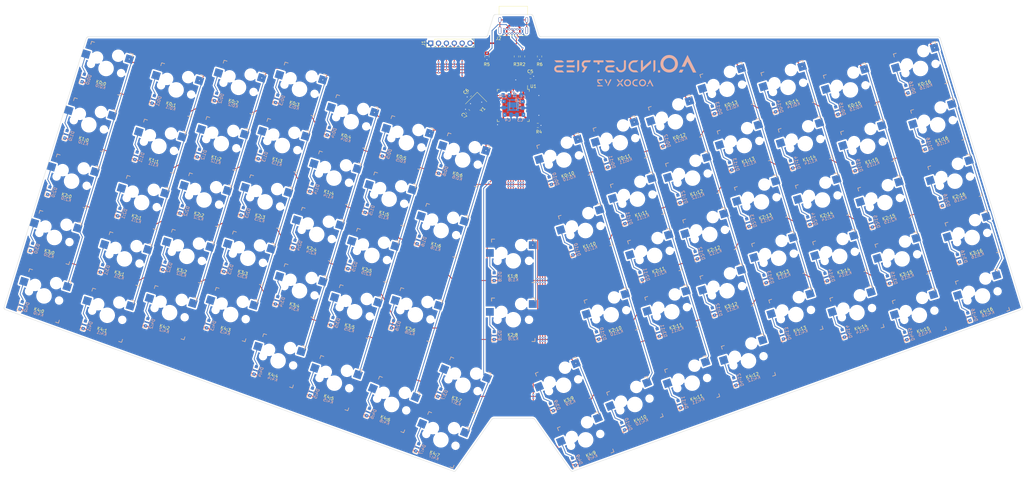
<source format=kicad_pcb>
(kicad_pcb (version 20171130) (host pcbnew "(5.1.4)-1")
  (title_block (title AODox) (date 2019-10-26) (company "AO Industries") (comment 2 "Author: Peter Adriano DeBiase"))
  (layers (0 F.Cu signal) (31 B.Cu signal) (34 B.Paste user) (35 F.Paste user) (36 B.SilkS user) (37 F.SilkS user) (38 B.Mask user) (39 F.Mask user) (44 Edge.Cuts user))
  (net 0 "")
  (net 1 VCC)
  (net 2 GND)
  (net 3 "Net-(C6-Pad1)")
  (net 4 "Net-(C7-Pad1)")
  (net 5 "Net-(C8-Pad2)")
  (net 6 row0)
  (net 7 "Net-(D0:0-Pad2)")
  (net 8 "Net-(D0:1-Pad2)")
  (net 9 "Net-(D0:2-Pad2)")
  (net 10 "Net-(D0:3-Pad2)")
  (net 11 "Net-(D0:4-Pad2)")
  (net 12 "Net-(D0:5-Pad2)")
  (net 13 "Net-(D0:6-Pad2)")
  (net 14 "Net-(D0:10-Pad2)")
  (net 15 "Net-(D0:11-Pad2)")
  (net 16 "Net-(D0:12-Pad2)")
  (net 17 "Net-(D0:13-Pad2)")
  (net 18 "Net-(D0:14-Pad2)")
  (net 19 "Net-(D0:15-Pad2)")
  (net 20 "Net-(D0:16-Pad2)")
  (net 21 "Net-(D1:0-Pad2)")
  (net 22 row1)
  (net 23 "Net-(D1:1-Pad2)")
  (net 24 "Net-(D1:2-Pad2)")
  (net 25 "Net-(D1:3-Pad2)")
  (net 26 "Net-(D1:4-Pad2)")
  (net 27 "Net-(D1:5-Pad2)")
  (net 28 "Net-(D1:6-Pad2)")
  (net 29 "Net-(D1:8-Pad2)")
  (net 30 "Net-(D1:10-Pad2)")
  (net 31 "Net-(D1:11-Pad2)")
  (net 32 "Net-(D1:12-Pad2)")
  (net 33 "Net-(D1:13-Pad2)")
  (net 34 "Net-(D1:14-Pad2)")
  (net 35 "Net-(D1:15-Pad2)")
  (net 36 "Net-(D1:16-Pad2)")
  (net 37 "Net-(D2:0-Pad2)")
  (net 38 row2)
  (net 39 "Net-(D2:1-Pad2)")
  (net 40 "Net-(D2:2-Pad2)")
  (net 41 "Net-(D2:3-Pad2)")
  (net 42 "Net-(D2:4-Pad2)")
  (net 43 "Net-(D2:5-Pad2)")
  (net 44 "Net-(D2:6-Pad2)")
  (net 45 "Net-(D2:8-Pad2)")
  (net 46 "Net-(D2:10-Pad2)")
  (net 47 "Net-(D2:11-Pad2)")
  (net 48 "Net-(D2:12-Pad2)")
  (net 49 "Net-(D2:13-Pad2)")
  (net 50 "Net-(D2:14-Pad2)")
  (net 51 "Net-(D2:15-Pad2)")
  (net 52 "Net-(D2:16-Pad2)")
  (net 53 row3)
  (net 54 "Net-(D3:0-Pad2)")
  (net 55 "Net-(D3:1-Pad2)")
  (net 56 "Net-(D3:2-Pad2)")
  (net 57 "Net-(D3:3-Pad2)")
  (net 58 "Net-(D3:4-Pad2)")
  (net 59 "Net-(D3:5-Pad2)")
  (net 60 "Net-(D3:7-Pad2)")
  (net 61 "Net-(D3:9-Pad2)")
  (net 62 "Net-(D3:11-Pad2)")
  (net 63 "Net-(D3:12-Pad2)")
  (net 64 "Net-(D3:13-Pad2)")
  (net 65 "Net-(D3:14-Pad2)")
  (net 66 "Net-(D3:15-Pad2)")
  (net 67 "Net-(D3:16-Pad2)")
  (net 68 row4)
  (net 69 "Net-(D4:0-Pad2)")
  (net 70 "Net-(D4:1-Pad2)")
  (net 71 "Net-(D4:2-Pad2)")
  (net 72 "Net-(D4:3-Pad2)")
  (net 73 "Net-(D4:4-Pad2)")
  (net 74 "Net-(D4:5-Pad2)")
  (net 75 "Net-(D4:6-Pad2)")
  (net 76 "Net-(D4:7-Pad2)")
  (net 77 "Net-(D4:9-Pad2)")
  (net 78 "Net-(D4:10-Pad2)")
  (net 79 "Net-(D4:11-Pad2)")
  (net 80 "Net-(D4:12-Pad2)")
  (net 81 "Net-(D4:13-Pad2)")
  (net 82 "Net-(D4:14-Pad2)")
  (net 83 "Net-(D4:15-Pad2)")
  (net 84 "Net-(D4:16-Pad2)")
  (net 85 col3)
  (net 86 col2)
  (net 87 col1)
  (net 88 "Net-(J2-PadA5)")
  (net 89 "Net-(J2-PadA6)")
  (net 90 "Net-(J2-PadA7)")
  (net 91 "Net-(J2-PadA8)")
  (net 92 "Net-(J2-PadB8)")
  (net 93 "Net-(J2-PadB5)")
  (net 94 "Net-(J2-PadS1)")
  (net 95 col0)
  (net 96 col4)
  (net 97 col5)
  (net 98 col6)
  (net 99 col10)
  (net 100 col11)
  (net 101 col12)
  (net 102 col13)
  (net 103 col14)
  (net 104 col15)
  (net 105 col16)
  (net 106 col8)
  (net 107 col7)
  (net 108 col9)
  (net 109 "Net-(R2-Pad2)")
  (net 110 "Net-(R3-Pad2)")
  (net 111 "Net-(R4-Pad1)")
  (net 112 "Net-(U1-Pad12)")
  (net 113 "Net-(U1-Pad29)")
  (net 114 "Net-(U1-Pad42)")
  (net 115 "Net-(J1-Pad5)")
  (net 116 "Net-(U1-Pad18)")
  (module AODox:PCB_edgecuts (layer F.Cu) (at 165.135285 145.301167)
    (fp_text reference GRAPHIC_LOGO2 hide)
    (fp_text value "PCB Edge Cuts" hide)
    (fp_line (start -8.304605 -66.944659) (end -8.304605 -66.944659) (layer Edge.Cuts) (width 0.1))
    (fp_line (start -6.396005 -73.190229) (end -8.304605 -66.944659) (layer Edge.Cuts) (width 0.1))
    (fp_line (start -6.35639 -73.286609) (end -6.396005 -73.190229) (layer Edge.Cuts) (width 0.1))
    (fp_line (start -6.299818 -73.376378) (end -6.35639 -73.286609) (layer Edge.Cuts) (width 0.1))
    (fp_line (start -6.228888 -73.457613) (end -6.299818 -73.376378) (layer Edge.Cuts) (width 0.1))
    (fp_line (start -6.146197 -73.528389) (end -6.228888 -73.457613) (layer Edge.Cuts) (width 0.1))
    (fp_line (start -6.054344 -73.586786) (end -6.146197 -73.528389) (layer Edge.Cuts) (width 0.1))
    (fp_line (start -5.955927 -73.630878) (end -6.054344 -73.586786) (layer Edge.Cuts) (width 0.1))
    (fp_line (start -5.853545 -73.658744) (end -5.955927 -73.630878) (layer Edge.Cuts) (width 0.1))
    (fp_line (start -5.749795 -73.66846) (end -5.853545 -73.658744) (layer Edge.Cuts) (width 0.1))
    (fp_line (start 5.750095 -73.66836) (end -5.749795 -73.66846) (layer Edge.Cuts) (width 0.1))
    (fp_line (start 5.853842 -73.658644) (end 5.750095 -73.66836) (layer Edge.Cuts) (width 0.1))
    (fp_line (start 5.956221 -73.630778) (end 5.853842 -73.658644) (layer Edge.Cuts) (width 0.1))
    (fp_line (start 6.054636 -73.586685) (end 5.956221 -73.630778) (layer Edge.Cuts) (width 0.1))
    (fp_line (start 6.146486 -73.528288) (end 6.054636 -73.586685) (layer Edge.Cuts) (width 0.1))
    (fp_line (start 6.229174 -73.45751) (end 6.146486 -73.528288) (layer Edge.Cuts) (width 0.1))
    (fp_line (start 6.3001 -73.376274) (end 6.229174 -73.45751) (layer Edge.Cuts) (width 0.1))
    (fp_line (start 6.356667 -73.286503) (end 6.3001 -73.376274) (layer Edge.Cuts) (width 0.1))
    (fp_line (start 6.396275 -73.190119) (end 6.356667 -73.286503) (layer Edge.Cuts) (width 0.1))
    (fp_line (start 8.303905 -66.946519) (end 6.396275 -73.190119) (layer Edge.Cuts) (width 0.1))
    (fp_line (start 8.343513 -66.850135) (end 8.303905 -66.946519) (layer Edge.Cuts) (width 0.1))
    (fp_line (start 8.400078 -66.760364) (end 8.343513 -66.850135) (layer Edge.Cuts) (width 0.1))
    (fp_line (start 8.471003 -66.679128) (end 8.400078 -66.760364) (layer Edge.Cuts) (width 0.1))
    (fp_line (start 8.55369 -66.60835) (end 8.471003 -66.679128) (layer Edge.Cuts) (width 0.1))
    (fp_line (start 8.64554 -66.549953) (end 8.55369 -66.60835) (layer Edge.Cuts) (width 0.1))
    (fp_line (start 8.743954 -66.505861) (end 8.64554 -66.549953) (layer Edge.Cuts) (width 0.1))
    (fp_line (start 8.846336 -66.477995) (end 8.743954 -66.505861) (layer Edge.Cuts) (width 0.1))
    (fp_line (start 8.950085 -66.468279) (end 8.846336 -66.477995) (layer Edge.Cuts) (width 0.1))
    (fp_line (start 137.049705 -66.469129) (end 8.950085 -66.468279) (layer Edge.Cuts) (width 0.1))
    (fp_line (start 137.153451 -66.459414) (end 137.049705 -66.469129) (layer Edge.Cuts) (width 0.1))
    (fp_line (start 137.255831 -66.431549) (end 137.153451 -66.459414) (layer Edge.Cuts) (width 0.1))
    (fp_line (start 137.354248 -66.387459) (end 137.255831 -66.431549) (layer Edge.Cuts) (width 0.1))
    (fp_line (start 137.446104 -66.329065) (end 137.354248 -66.387459) (layer Edge.Cuts) (width 0.1))
    (fp_line (start 137.528802 -66.258292) (end 137.446104 -66.329065) (layer Edge.Cuts) (width 0.1))
    (fp_line (start 137.599744 -66.177061) (end 137.528802 -66.258292) (layer Edge.Cuts) (width 0.1))
    (fp_line (start 137.656334 -66.087296) (end 137.599744 -66.177061) (layer Edge.Cuts) (width 0.1))
    (fp_line (start 137.695975 -65.990919) (end 137.656334 -66.087296) (layer Edge.Cuts) (width 0.1))
    (fp_line (start 164.240295 20.826865) (end 137.695975 -65.990919) (layer Edge.Cuts) (width 0.1))
    (fp_line (start 164.260204 20.926685) (end 164.240295 20.826865) (layer Edge.Cuts) (width 0.1))
    (fp_line (start 164.260239 21.026331) (end 164.260204 20.926685) (layer Edge.Cuts) (width 0.1))
    (fp_line (start 164.241703 21.123198) (end 164.260239 21.026331) (layer Edge.Cuts) (width 0.1))
    (fp_line (start 164.2059 21.214683) (end 164.241703 21.123198) (layer Edge.Cuts) (width 0.1))
    (fp_line (start 164.154133 21.298179) (end 164.2059 21.214683) (layer Edge.Cuts) (width 0.1))
    (fp_line (start 164.087706 21.371084) (end 164.154133 21.298179) (layer Edge.Cuts) (width 0.1))
    (fp_line (start 164.007922 21.430792) (end 164.087706 21.371084) (layer Edge.Cuts) (width 0.1))
    (fp_line (start 163.916085 21.474698) (end 164.007922 21.430792) (layer Edge.Cuts) (width 0.1))
    (fp_line (start 19.269675 73.633638) (end 163.916085 21.474698) (layer Edge.Cuts) (width 0.1))
    (fp_line (start 19.169018 73.659522) (end 19.269675 73.633638) (layer Edge.Cuts) (width 0.1))
    (fp_line (start 19.063931 73.667547) (end 19.169018 73.659522) (layer Edge.Cuts) (width 0.1))
    (fp_line (start 18.957464 73.658676) (end 19.063931 73.667547) (layer Edge.Cuts) (width 0.1))
    (fp_line (start 18.852667 73.633869) (end 18.957464 73.658676) (layer Edge.Cuts) (width 0.1))
    (fp_line (start 18.752591 73.594089) (end 18.852667 73.633869) (layer Edge.Cuts) (width 0.1))
    (fp_line (start 18.660285 73.540298) (end 18.752591 73.594089) (layer Edge.Cuts) (width 0.1))
    (fp_line (start 18.5788 73.473457) (end 18.660285 73.540298) (layer Edge.Cuts) (width 0.1))
    (fp_line (start 18.511185 73.394528) (end 18.5788 73.473457) (layer Edge.Cuts) (width 0.1))
    (fp_line (start 6.908015 56.931218) (end 18.511185 73.394528) (layer Edge.Cuts) (width 0.1))
    (fp_line (start 6.839795 56.848842) (end 6.908015 56.931218) (layer Edge.Cuts) (width 0.1))
    (fp_line (start 6.75658 56.772117) (end 6.839795 56.848842) (layer Edge.Cuts) (width 0.1))
    (fp_line (start 6.557842 56.64219) (end 6.75658 56.772117) (layer Edge.Cuts) (width 0.1))
    (fp_line (start 6.337156 56.554591) (end 6.557842 56.64219) (layer Edge.Cuts) (width 0.1))
    (fp_line (start 6.226505 56.530773) (end 6.337156 56.554591) (layer Edge.Cuts) (width 0.1))
    (fp_line (start 6.119875 56.522468) (end 6.226505 56.530773) (layer Edge.Cuts) (width 0.1))
    (fp_line (start -6.120005 56.522468) (end 6.119875 56.522468) (layer Edge.Cuts) (width 0.1))
    (fp_line (start -6.226638 56.530773) (end -6.120005 56.522468) (layer Edge.Cuts) (width 0.1))
    (fp_line (start -6.337292 56.554591) (end -6.226638 56.530773) (layer Edge.Cuts) (width 0.1))
    (fp_line (start -6.55798 56.64219) (end -6.337292 56.554591) (layer Edge.Cuts) (width 0.1))
    (fp_line (start -6.756715 56.772117) (end -6.55798 56.64219) (layer Edge.Cuts) (width 0.1))
    (fp_line (start -6.839928 56.848842) (end -6.756715 56.772117) (layer Edge.Cuts) (width 0.1))
    (fp_line (start -6.908145 56.931218) (end -6.839928 56.848842) (layer Edge.Cuts) (width 0.1))
    (fp_line (start -18.511394 73.394528) (end -6.908145 56.931218) (layer Edge.Cuts) (width 0.1))
    (fp_line (start -18.579009 73.473449) (end -18.511394 73.394528) (layer Edge.Cuts) (width 0.1))
    (fp_line (start -18.660494 73.540287) (end -18.579009 73.473449) (layer Edge.Cuts) (width 0.1))
    (fp_line (start -18.752801 73.594079) (end -18.660494 73.540287) (layer Edge.Cuts) (width 0.1))
    (fp_line (start -18.852878 73.633862) (end -18.752801 73.594079) (layer Edge.Cuts) (width 0.1))
    (fp_line (start -18.957676 73.658672) (end -18.852878 73.633862) (layer Edge.Cuts) (width 0.1))
    (fp_line (start -19.064144 73.667547) (end -18.957676 73.658672) (layer Edge.Cuts) (width 0.1))
    (fp_line (start -19.169234 73.659524) (end -19.064144 73.667547) (layer Edge.Cuts) (width 0.1))
    (fp_line (start -19.269894 73.633638) (end -19.169234 73.659524) (layer Edge.Cuts) (width 0.1))
    (fp_line (start -163.916135 21.474708) (end -19.269894 73.633638) (layer Edge.Cuts) (width 0.1))
    (fp_line (start -164.007966 21.430807) (end -163.916135 21.474708) (layer Edge.Cuts) (width 0.1))
    (fp_line (start -164.087743 21.371102) (end -164.007966 21.430807) (layer Edge.Cuts) (width 0.1))
    (fp_line (start -164.154162 21.298198) (end -164.087743 21.371102) (layer Edge.Cuts) (width 0.1))
    (fp_line (start -164.205923 21.214699) (end -164.154162 21.298198) (layer Edge.Cuts) (width 0.1))
    (fp_line (start -164.241722 21.123211) (end -164.205923 21.214699) (layer Edge.Cuts) (width 0.1))
    (fp_line (start -164.260258 21.026339) (end -164.241722 21.123211) (layer Edge.Cuts) (width 0.1))
    (fp_line (start -164.26023 20.926689) (end -164.260258 21.026339) (layer Edge.Cuts) (width 0.1))
    (fp_line (start -164.240335 20.826865) (end -164.26023 20.926689) (layer Edge.Cuts) (width 0.1))
    (fp_line (start -137.696045 -65.991239) (end -164.240335 20.826865) (layer Edge.Cuts) (width 0.1))
    (fp_line (start -137.656419 -66.087615) (end -137.696045 -65.991239) (layer Edge.Cuts) (width 0.1))
    (fp_line (start -137.599837 -66.177379) (end -137.656419 -66.087615) (layer Edge.Cuts) (width 0.1))
    (fp_line (start -137.528896 -66.258608) (end -137.599837 -66.177379) (layer Edge.Cuts) (width 0.1))
    (fp_line (start -137.446196 -66.32938) (end -137.528896 -66.258608) (layer Edge.Cuts) (width 0.1))
    (fp_line (start -137.354336 -66.387772) (end -137.446196 -66.32938) (layer Edge.Cuts) (width 0.1))
    (fp_line (start -137.255913 -66.431861) (end -137.354336 -66.387772) (layer Edge.Cuts) (width 0.1))
    (fp_line (start -137.153526 -66.459724) (end -137.255913 -66.431861) (layer Edge.Cuts) (width 0.1))
    (fp_line (start -137.049775 -66.469439) (end -137.153526 -66.459724) (layer Edge.Cuts) (width 0.1))
    (fp_line (start -8.950805 -66.466439) (end -137.049775 -66.469439) (layer Edge.Cuts) (width 0.1))
    (fp_line (start -8.847057 -66.476152) (end -8.950805 -66.466439) (layer Edge.Cuts) (width 0.1))
    (fp_line (start -8.744675 -66.504015) (end -8.847057 -66.476152) (layer Edge.Cuts) (width 0.1))
    (fp_line (start -8.646258 -66.548105) (end -8.744675 -66.504015) (layer Edge.Cuts) (width 0.1))
    (fp_line (start -8.554403 -66.6065) (end -8.646258 -66.548105) (layer Edge.Cuts) (width 0.1))
    (fp_line (start -8.471712 -66.677276) (end -8.554403 -66.6065) (layer Edge.Cuts) (width 0.1))
    (fp_line (start -8.400782 -66.75851) (end -8.471712 -66.677276) (layer Edge.Cuts) (width 0.1))
    (fp_line (start -8.344214 -66.848279) (end -8.400782 -66.75851) (layer Edge.Cuts) (width 0.1))
    (fp_line (start -8.304605 -66.944659) (end -8.344214 -66.848279) (layer Edge.Cuts) (width 0.1))
  )
  (module Diode_SMD:D_SOD-323_HandSoldering (layer B.Cu) (at 69.13687 98.202793 73)
    (fp_text reference D0:2 (at 0 1.85 73) (layer B.SilkS) (effects (justify mirror)))
    (fp_text value D_Small_ALT)
    (pad 2 smd rect (at 1.25 0 73) (size 1 1) (layers B.Cu B.Paste B.Mask) (net 9 "Net-(D0:2-Pad2)"))
    (pad 1 smd rect (at -1.25 0 73) (size 1 1) (layers B.Cu B.Paste B.Mask) (net 6 row0))
  )
  (module Capacitor_SMD:C_0805_2012Metric_Pad1.15x1.40mm_HandSolder (layer F.Cu) (at 150.460292 102.92768 135)
    (fp_text reference C7 (at -0.05 -1.8 135) (layer F.SilkS))
    (fp_text value 22p)
    (pad 1 smd roundrect (at -1.025 0 135) (size 1.15 1.4) (layers F.Cu F.Paste F.Mask) (roundrect_rratio 0.217391) (net 4 "Net-(C7-Pad1)"))
    (pad 2 smd roundrect (at 1.025 0 135) (size 1.15 1.4) (layers F.Cu F.Paste F.Mask) (roundrect_rratio 0.217391) (net 2 GND))
  )
  (module Capacitor_SMD:C_0805_2012Metric_Pad1.15x1.40mm_HandSolder (layer B.Cu) (at 166.595291 97.66268 180)
    (fp_text reference C8 (at 0 -1.6) (layer B.SilkS) (effects (justify mirror)))
    (fp_text value 1u)
    (pad 2 smd roundrect (at 1.025 0 180) (size 1.15 1.4) (layers B.Cu B.Paste B.Mask) (roundrect_rratio 0.217391) (net 5 "Net-(C8-Pad2)"))
    (pad 1 smd roundrect (at -1.025 0 180) (size 1.15 1.4) (layers B.Cu B.Paste B.Mask) (roundrect_rratio 0.217391) (net 2 GND))
  )
  (module PCB_logos:AODox_PCB_logo_Anurati (layer B.Cu) (at 201.241058 89.74775 180)
    (fp_text reference GRAPHIC_LOGO1 hide)
    (fp_text value Logo hide)
  )
  (module Capacitor_SMD:C_0805_2012Metric_Pad1.15x1.40mm_HandSolder (layer B.Cu) (at 163.385293 103.972677)
    (fp_text reference C4 (at 0 1.65 180) (layer B.SilkS) (effects (justify mirror)))
    (fp_text value 0.1u)
    (pad 2 smd roundrect (at 1.025 0) (size 1.15 1.4) (layers B.Cu B.Paste B.Mask) (roundrect_rratio 0.217391) (net 2 GND))
    (pad 1 smd roundrect (at -1.025 0) (size 1.15 1.4) (layers B.Cu B.Paste B.Mask) (roundrect_rratio 0.217391) (net 1 VCC))
  )
  (module Capacitor_SMD:C_0805_2012Metric_Pad1.15x1.40mm_HandSolder (layer F.Cu) (at 170.673441 91.568315)
    (fp_text reference C5 (at -0.06 -1.57 180) (layer F.SilkS))
    (fp_text value 4.7u)
    (pad 2 smd roundrect (at 1.025 0) (size 1.15 1.4) (layers F.Cu F.Paste F.Mask) (roundrect_rratio 0.217391) (net 2 GND))
    (pad 1 smd roundrect (at -1.025 0) (size 1.15 1.4) (layers F.Cu F.Paste F.Mask) (roundrect_rratio 0.217391) (net 1 VCC))
  )
  (module Diode_SMD:D_SOD-323_HandSoldering (layer B.Cu) (at 49.014436 99.033404 73)
    (fp_text reference D0:1 (at 0 1.85 73) (layer B.SilkS) (effects (justify mirror)))
    (fp_text value D_Small_ALT)
    (pad 2 smd rect (at 1.25 0 73) (size 1 1) (layers B.Cu B.Paste B.Mask) (net 8 "Net-(D0:1-Pad2)"))
    (pad 1 smd rect (at -1.25 0 73) (size 1 1) (layers B.Cu B.Paste B.Mask) (net 6 row0))
  )
  (module Capacitor_SMD:C_0805_2012Metric_Pad1.15x1.40mm_HandSolder (layer B.Cu) (at 168.155292 100.76268 270)
    (fp_text reference C1 (at -2.5 0) (layer B.SilkS) (effects (justify mirror)))
    (fp_text value 0.1u)
    (pad 2 smd roundrect (at 1.025 0 270) (size 1.15 1.4) (layers B.Cu B.Paste B.Mask) (roundrect_rratio 0.217391) (net 2 GND))
    (pad 1 smd roundrect (at -1.025 0 270) (size 1.15 1.4) (layers B.Cu B.Paste B.Mask) (roundrect_rratio 0.217391) (net 1 VCC))
  )
  (module Capacitor_SMD:C_0805_2012Metric_Pad1.15x1.40mm_HandSolder (layer B.Cu) (at 162.055291 100.66268 270)
    (fp_text reference C2 (at -2.5 0) (layer B.SilkS) (effects (justify mirror)))
    (fp_text value 0.1u)
    (pad 2 smd roundrect (at 1.025 0 270) (size 1.15 1.4) (layers B.Cu B.Paste B.Mask) (roundrect_rratio 0.217391) (net 2 GND))
    (pad 1 smd roundrect (at -1.025 0 270) (size 1.15 1.4) (layers B.Cu B.Paste B.Mask) (roundrect_rratio 0.217391) (net 1 VCC))
  )
  (module Diode_SMD:D_SOD-323_HandSoldering (layer B.Cu) (at 26.421695 92.126101 73)
    (fp_text reference D0:0 (at 0 1.85 253) (layer B.SilkS) (effects (justify mirror)))
    (fp_text value D_Small_ALT)
    (pad 2 smd rect (at 1.25 0 73) (size 1 1) (layers B.Cu B.Paste B.Mask) (net 7 "Net-(D0:0-Pad2)"))
    (pad 1 smd rect (at -1.25 0 73) (size 1 1) (layers B.Cu B.Paste B.Mask) (net 6 row0))
  )
  (module Capacitor_SMD:C_0805_2012Metric_Pad1.15x1.40mm_HandSolder (layer F.Cu) (at 150.990274 97.485508 225)
    (fp_text reference C6 (at 0.05 1.5 45) (layer F.SilkS))
    (fp_text value 22p)
    (pad 1 smd roundrect (at -1.025 0 225) (size 1.15 1.4) (layers F.Cu F.Paste F.Mask) (roundrect_rratio 0.217391) (net 3 "Net-(C6-Pad1)"))
    (pad 2 smd roundrect (at 1.025 0 225) (size 1.15 1.4) (layers F.Cu F.Paste F.Mask) (roundrect_rratio 0.217391) (net 2 GND))
  )
  (module Capacitor_SMD:C_0805_2012Metric_Pad1.15x1.40mm_HandSolder (layer B.Cu) (at 167.385292 103.97268 180)
    (fp_text reference C3 (at 0.02 -1.66 180) (layer B.SilkS) (effects (justify mirror)))
    (fp_text value 0.1u)
    (pad 2 smd roundrect (at 1.025 0 180) (size 1.15 1.4) (layers B.Cu B.Paste B.Mask) (roundrect_rratio 0.217391) (net 2 GND))
    (pad 1 smd roundrect (at -1.025 0 180) (size 1.15 1.4) (layers B.Cu B.Paste B.Mask) (roundrect_rratio 0.217391) (net 1 VCC))
  )
  (module Diode_SMD:D_SOD-323_HandSoldering (layer B.Cu) (at 118.291843 199.844804 68)
    (fp_text reference D4:6 (at 0 1.85 68) (layer B.SilkS) (effects (justify mirror)))
    (fp_text value D_Small_ALT)
    (pad 2 smd rect (at 1.25 0 68) (size 1 1) (layers B.Cu B.Paste B.Mask) (net 75 "Net-(D4:6-Pad2)"))
    (pad 1 smd rect (at -1.25 0 68) (size 1 1) (layers B.Cu B.Paste B.Mask) (net 68 row4))
  )
  (module Diode_SMD:D_SOD-323_HandSoldering (layer B.Cu) (at 236.603994 190.011172 107)
    (fp_text reference D4:12 (at 0 1.85 107) (layer B.SilkS) (effects (justify mirror)))
    (fp_text value D_Small_ALT)
    (pad 2 smd rect (at 1.25 0 107) (size 1 1) (layers B.Cu B.Paste B.Mask) (net 80 "Net-(D4:12-Pad2)"))
    (pad 1 smd rect (at -1.25 0 107) (size 1 1) (layers B.Cu B.Paste B.Mask) (net 68 row4))
  )
  (module Diode_SMD:D_SOD-323_HandSoldering (layer B.Cu) (at 200.57433 204.452499 112)
    (fp_text reference D4:10 (at 0 1.85 112) (layer B.SilkS) (effects (justify mirror)))
    (fp_text value D_Small_ALT)
    (pad 2 smd rect (at 1.25 0 112) (size 1 1) (layers B.Cu B.Paste B.Mask) (net 78 "Net-(D4:10-Pad2)"))
    (pad 1 smd rect (at -1.25 0 112) (size 1 1) (layers B.Cu B.Paste B.Mask) (net 68 row4))
  )
  (module Diode_SMD:D_SOD-323_HandSoldering (layer B.Cu) (at 312.095096 169.077564 107)
    (fp_text reference D4:16 (at 0 1.85 107) (layer B.SilkS) (effects (justify mirror)))
    (fp_text value D_Small_ALT)
    (pad 2 smd rect (at 1.25 0 107) (size 1 1) (layers B.Cu B.Paste B.Mask) (net 84 "Net-(D4:16-Pad2)"))
    (pad 1 smd rect (at -1.25 0 107) (size 1 1) (layers B.Cu B.Paste B.Mask) (net 68 row4))
  )
  (module Diode_SMD:D_SOD-323_HandSoldering (layer B.Cu) (at 271.591345 174.478164 107)
    (fp_text reference D4:14 (at 0 1.85 107) (layer B.SilkS) (effects (justify mirror)))
    (fp_text value D_Small_ALT)
    (pad 2 smd rect (at 1.25 0 107) (size 1 1) (layers B.Cu B.Paste B.Mask) (net 82 "Net-(D4:14-Pad2)"))
    (pad 1 smd rect (at -1.25 0 107) (size 1 1) (layers B.Cu B.Paste B.Mask) (net 68 row4))
  )
  (module Diode_SMD:D_SOD-323_HandSoldering (layer B.Cu) (at 46.916596 170.881983 73)
    (fp_text reference D4:2 (at 0 1.85 73) (layer B.SilkS) (effects (justify mirror)))
    (fp_text value D_Small_ALT)
    (pad 2 smd rect (at 1.25 0 73) (size 1 1) (layers B.Cu B.Paste B.Mask) (net 71 "Net-(D4:2-Pad2)"))
    (pad 1 smd rect (at -1.25 0 73) (size 1 1) (layers B.Cu B.Paste B.Mask) (net 68 row4))
  )
  (module Diode_SMD:D_SOD-323_HandSoldering (layer B.Cu) (at 6.412875 165.481368 73)
    (fp_text reference D4:0 (at 0 1.85 73) (layer B.SilkS) (effects (justify mirror)))
    (fp_text value D_Small_ALT)
    (pad 2 smd rect (at 1.25 0 73) (size 1 1) (layers B.Cu B.Paste B.Mask) (net 69 "Net-(D4:0-Pad2)"))
    (pad 1 smd rect (at -1.25 0 73) (size 1 1) (layers B.Cu B.Paste B.Mask) (net 68 row4))
  )
  (module Diode_SMD:D_SOD-323_HandSoldering (layer B.Cu) (at 26.794163 171.712558 73)
    (fp_text reference D4:1 (at 0 1.85 73) (layer B.SilkS) (effects (justify mirror)))
    (fp_text value D_Small_ALT)
    (pad 2 smd rect (at 1.25 0 73) (size 1 1) (layers B.Cu B.Paste B.Mask) (net 70 "Net-(D4:1-Pad2)"))
    (pad 1 smd rect (at -1.25 0 73) (size 1 1) (layers B.Cu B.Paste B.Mask) (net 68 row4))
  )
  (module Diode_SMD:D_SOD-323_HandSoldering (layer B.Cu) (at 134.175772 211.250548 68)
    (fp_text reference D4:7 (at 0 1.85 68) (layer B.SilkS) (effects (justify mirror)))
    (fp_text value D_Small_ALT)
    (pad 2 smd rect (at 1.25 0 68) (size 1 1) (layers B.Cu B.Paste B.Mask) (net 76 "Net-(D4:7-Pad2)"))
    (pad 1 smd rect (at -1.25 0 68) (size 1 1) (layers B.Cu B.Paste B.Mask) (net 68 row4))
  )
  (module Diode_SMD:D_SOD-323_HandSoldering (layer B.Cu) (at 308.751473 150.231649 107)
    (fp_text reference D3:16 (at 0 1.85 107) (layer B.SilkS) (effects (justify mirror)))
    (fp_text value D_Small_ALT)
    (pad 2 smd rect (at 1.25 0 107) (size 1 1) (layers B.Cu B.Paste B.Mask) (net 67 "Net-(D3:16-Pad2)"))
    (pad 1 smd rect (at -1.25 0 107) (size 1 1) (layers B.Cu B.Paste B.Mask) (net 53 row3))
  )
  (module Diode_SMD:D_SOD-323_HandSoldering (layer B.Cu) (at 251.908557 175.084337 107)
    (fp_text reference D4:13 (at 0 1.85 107) (layer B.SilkS) (effects (justify mirror)))
    (fp_text value D_Small_ALT)
    (pad 2 smd rect (at 1.25 0 107) (size 1 1) (layers B.Cu B.Paste B.Mask) (net 81 "Net-(D4:13-Pad2)"))
    (pad 1 smd rect (at -1.25 0 107) (size 1 1) (layers B.Cu B.Paste B.Mask) (net 68 row4))
  )
  (module Diode_SMD:D_SOD-323_HandSoldering (layer B.Cu) (at 291.71381 175.308748 107)
    (fp_text reference D4:15 (at 0 1.85 107) (layer B.SilkS) (effects (justify mirror)))
    (fp_text value D_Small_ALT)
    (pad 2 smd rect (at 1.25 0 107) (size 1 1) (layers B.Cu B.Paste B.Mask) (net 83 "Net-(D4:15-Pad2)"))
    (pad 1 smd rect (at -1.25 0 107) (size 1 1) (layers B.Cu B.Paste B.Mask) (net 68 row4))
  )
  (module Connector_PinHeader_2.54mm:PinHeader_1x06_P2.54mm_Vertical (layer F.Cu) (at 138.485392 80.888005 90)
    (fp_text reference J1 (at 0 -2.33 90) (layer F.SilkS))
    (fp_text value "MCU Prog")
    (pad 1 thru_hole rect (at 0 0 90) (size 1.7 1.7) (drill 1) (layers *.Cu *.Mask) (net 2 GND))
    (pad 2 thru_hole oval (at 0 2.54 90) (size 1.7 1.7) (drill 1) (layers *.Cu *.Mask) (net 85 col3))
    (pad 3 thru_hole oval (at 0 5.08 90) (size 1.7 1.7) (drill 1) (layers *.Cu *.Mask) (net 86 col2))
    (pad 4 thru_hole oval (at 0 7.62 90) (size 1.7 1.7) (drill 1) (layers *.Cu *.Mask) (net 87 col1))
    (pad 5 thru_hole oval (at 0 10.16 90) (size 1.7 1.7) (drill 1) (layers *.Cu *.Mask) (net 115 "Net-(J1-Pad5)"))
    (pad 6 thru_hole oval (at 0 12.7 90) (size 1.7 1.7) (drill 1) (layers *.Cu *.Mask) (net 1 VCC))
  )
  (module Diode_SMD:D_SOD-323_HandSoldering (layer B.Cu) (at 218.687168 197.350666 109)
    (fp_text reference D4:11 (at 0 1.85 109) (layer B.SilkS) (effects (justify mirror)))
    (fp_text value D_Small_ALT)
    (pad 2 smd rect (at 1.25 0 109) (size 1 1) (layers B.Cu B.Paste B.Mask) (net 79 "Net-(D4:11-Pad2)"))
    (pad 1 smd rect (at -1.25 0 109) (size 1 1) (layers B.Cu B.Paste B.Mask) (net 68 row4))
  )
  (module Diode_SMD:D_SOD-323_HandSoldering (layer B.Cu) (at 81.90399 186.414996 73)
    (fp_text reference D4:4 (at 0 1.85 73) (layer B.SilkS) (effects (justify mirror)))
    (fp_text value D_Small_ALT)
    (pad 2 smd rect (at 1.25 0 73) (size 1 1) (layers B.Cu B.Paste B.Mask) (net 73 "Net-(D4:4-Pad2)"))
    (pad 1 smd rect (at -1.25 0 73) (size 1 1) (layers B.Cu B.Paste B.Mask) (net 68 row4))
  )
  (module Diode_SMD:D_SOD-323_HandSoldering (layer B.Cu) (at 184.690386 215.858233 112)
    (fp_text reference D4:9 (at 0 1.85 112) (layer B.SilkS) (effects (justify mirror)))
    (fp_text value D_Small_ALT)
    (pad 2 smd rect (at 1.25 0 112) (size 1 1) (layers B.Cu B.Paste B.Mask) (net 77 "Net-(D4:9-Pad2)"))
    (pad 1 smd rect (at -1.25 0 112) (size 1 1) (layers B.Cu B.Paste B.Mask) (net 68 row4))
  )
  (module Diode_SMD:D_SOD-323_HandSoldering (layer B.Cu) (at 66.599423 171.488151 73)
    (fp_text reference D4:3 (at 0 1.85 73) (layer B.SilkS) (effects (justify mirror)))
    (fp_text value D_Small_ALT)
    (pad 2 smd rect (at 1.25 0 73) (size 1 1) (layers B.Cu B.Paste B.Mask) (net 72 "Net-(D4:3-Pad2)"))
    (pad 1 smd rect (at -1.25 0 73) (size 1 1) (layers B.Cu B.Paste B.Mask) (net 68 row4))
  )
  (module Diode_SMD:D_SOD-323_HandSoldering (layer B.Cu) (at 99.95349 193.346164 71)
    (fp_text reference D4:5 (at 0 1.85 71) (layer B.SilkS) (effects (justify mirror)))
    (fp_text value D_Small_ALT)
    (pad 2 smd rect (at 1.25 0 71) (size 1 1) (layers B.Cu B.Paste B.Mask) (net 74 "Net-(D4:5-Pad2)"))
    (pad 1 smd rect (at -1.25 0 71) (size 1 1) (layers B.Cu B.Paste B.Mask) (net 68 row4))
  )
  (module keyboard_parts_AO:Kailh_socket (layer F.Cu) (at 112.848766 106.23418 343)
    (fp_text reference K0:4 (at -0.2 4.9 163) (layer F.SilkS))
    (fp_text value KEYSW)
    (fp_text user %R (at 0 6.08 163) (layer B.SilkS) (effects (justify mirror)))
    (pad 1 smd rect (at 6.29 -5.08 343) (size 2.55 2.5) (layers B.Cu B.Paste B.Mask) (net 96 col4))
    (pad "" np_thru_hole circle (at 2.54 -5.08 343) (size 3 3) (drill 3) (layers *.Cu *.Mask))
    (pad "" np_thru_hole circle (at -3.81 -2.54 343) (size 3 3) (drill 3) (layers *.Cu *.Mask))
    (pad "" np_thru_hole circle (at 0 0 343) (size 3.9878 3.9878) (drill 3.9878) (layers *.Cu *.Mask))
    (pad "" np_thru_hole circle (at 5.08 0 343) (size 1.7018 1.7018) (drill 1.7018) (layers *.Cu *.Mask))
    (pad "" np_thru_hole circle (at -5.08 0 343) (size 1.7018 1.7018) (drill 1.7018) (layers *.Cu *.Mask))
    (pad 2 smd rect (at -7.56 -2.54 343) (size 2.55 2.5) (layers B.Cu B.Paste B.Mask) (net 11 "Net-(D0:4-Pad2)"))
  )
  (module keyboard_parts_AO:Kailh_socket (layer F.Cu) (at 234.0786 95.730231 17)
    (fp_text reference K0:13 (at -0.2 4.9 17) (layer F.SilkS))
    (fp_text value KEYSW)
    (fp_text user %R (at 0 6.08 17) (layer B.SilkS) (effects (justify mirror)))
    (pad 1 smd rect (at 6.29 -5.08 17) (size 2.55 2.5) (layers B.Cu B.Paste B.Mask) (net 102 col13))
    (pad "" np_thru_hole circle (at 2.54 -5.08 17) (size 3 3) (drill 3) (layers *.Cu *.Mask))
    (pad "" np_thru_hole circle (at -3.81 -2.54 17) (size 3 3) (drill 3) (layers *.Cu *.Mask))
    (pad "" np_thru_hole circle (at 0 0 17) (size 3.9878 3.9878) (drill 3.9878) (layers *.Cu *.Mask))
    (pad "" np_thru_hole circle (at 5.08 0 17) (size 1.7018 1.7018) (drill 1.7018) (layers *.Cu *.Mask))
    (pad "" np_thru_hole circle (at -5.08 0 17) (size 1.7018 1.7018) (drill 1.7018) (layers *.Cu *.Mask))
    (pad 2 smd rect (at -7.56 -2.54 17) (size 2.55 2.5) (layers B.Cu B.Paste B.Mask) (net 17 "Net-(D0:13-Pad2)"))
  )
  (module keyboard_parts_AO:Kailh_socket (layer F.Cu) (at 253.76145 95.124066 17)
    (fp_text reference K0:14 (at -0.2 4.9 17) (layer F.SilkS))
    (fp_text value KEYSW)
    (fp_text user %R (at 0 6.08 17) (layer B.SilkS) (effects (justify mirror)))
    (pad 1 smd rect (at 6.29 -5.08 17) (size 2.55 2.5) (layers B.Cu B.Paste B.Mask) (net 103 col14))
    (pad "" np_thru_hole circle (at 2.54 -5.08 17) (size 3 3) (drill 3) (layers *.Cu *.Mask))
    (pad "" np_thru_hole circle (at -3.81 -2.54 17) (size 3 3) (drill 3) (layers *.Cu *.Mask))
    (pad "" np_thru_hole circle (at 0 0 17) (size 3.9878 3.9878) (drill 3.9878) (layers *.Cu *.Mask))
    (pad "" np_thru_hole circle (at 5.08 0 17) (size 1.7018 1.7018) (drill 1.7018) (layers *.Cu *.Mask))
    (pad "" np_thru_hole circle (at -5.08 0 17) (size 1.7018 1.7018) (drill 1.7018) (layers *.Cu *.Mask))
    (pad 2 smd rect (at -7.56 -2.54 17) (size 2.55 2.5) (layers B.Cu B.Paste B.Mask) (net 18 "Net-(D0:14-Pad2)"))
  )
  (module keyboard_parts_AO:Kailh_socket (layer F.Cu) (at 181.454367 118.561237 17)
    (fp_text reference K0:10 (at -0.2 4.9 17) (layer F.SilkS))
    (fp_text value KEYSW)
    (fp_text user %R (at 0 6.08 17) (layer B.SilkS) (effects (justify mirror)))
    (pad 1 smd rect (at 6.29 -5.08 17) (size 2.55 2.5) (layers B.Cu B.Paste B.Mask) (net 99 col10))
    (pad "" np_thru_hole circle (at 2.54 -5.08 17) (size 3 3) (drill 3) (layers *.Cu *.Mask))
    (pad "" np_thru_hole circle (at -3.81 -2.54 17) (size 3 3) (drill 3) (layers *.Cu *.Mask))
    (pad "" np_thru_hole circle (at 0 0 17) (size 3.9878 3.9878) (drill 3.9878) (layers *.Cu *.Mask))
    (pad "" np_thru_hole circle (at 5.08 0 17) (size 1.7018 1.7018) (drill 1.7018) (layers *.Cu *.Mask))
    (pad "" np_thru_hole circle (at -5.08 0 17) (size 1.7018 1.7018) (drill 1.7018) (layers *.Cu *.Mask))
    (pad 2 smd rect (at -7.56 -2.54 17) (size 2.55 2.5) (layers B.Cu B.Paste B.Mask) (net 14 "Net-(D0:10-Pad2)"))
  )
  (module keyboard_parts_AO:Kailh_socket (layer F.Cu) (at 50.831653 114.124452 343)
    (fp_text reference K1:1 (at -0.2 4.9 163) (layer F.SilkS))
    (fp_text value KEYSW)
    (fp_text user %R (at 0 6.08 163) (layer B.SilkS) (effects (justify mirror)))
    (pad 1 smd rect (at 6.29 -5.08 343) (size 2.55 2.5) (layers B.Cu B.Paste B.Mask) (net 87 col1))
    (pad "" np_thru_hole circle (at 2.54 -5.08 343) (size 3 3) (drill 3) (layers *.Cu *.Mask))
    (pad "" np_thru_hole circle (at -3.81 -2.54 343) (size 3 3) (drill 3) (layers *.Cu *.Mask))
    (pad "" np_thru_hole circle (at 0 0 343) (size 3.9878 3.9878) (drill 3.9878) (layers *.Cu *.Mask))
    (pad "" np_thru_hole circle (at 5.08 0 343) (size 1.7018 1.7018) (drill 1.7018) (layers *.Cu *.Mask))
    (pad "" np_thru_hole circle (at -5.08 0 343) (size 1.7018 1.7018) (drill 1.7018) (layers *.Cu *.Mask))
    (pad 2 smd rect (at -7.56 -2.54 343) (size 2.55 2.5) (layers B.Cu B.Paste B.Mask) (net 23 "Net-(D1:1-Pad2)"))
  )
  (module keyboard_parts_AO:Kailh_socket (layer F.Cu) (at 33.793991 89.047382 343)
    (fp_text reference K0:0 (at -0.2 4.9 163) (layer F.SilkS))
    (fp_text value KEYSW)
    (fp_text user %R (at 0 6.08 163) (layer B.SilkS) (effects (justify mirror)))
    (pad 1 smd rect (at 6.29 -5.08 343) (size 2.55 2.5) (layers B.Cu B.Paste B.Mask) (net 95 col0))
    (pad "" np_thru_hole circle (at 2.54 -5.08 343) (size 3 3) (drill 3) (layers *.Cu *.Mask))
    (pad "" np_thru_hole circle (at -3.81 -2.54 343) (size 3 3) (drill 3) (layers *.Cu *.Mask))
    (pad "" np_thru_hole circle (at 0 0 343) (size 3.9878 3.9878) (drill 3.9878) (layers *.Cu *.Mask))
    (pad "" np_thru_hole circle (at 5.08 0 343) (size 1.7018 1.7018) (drill 1.7018) (layers *.Cu *.Mask))
    (pad "" np_thru_hole circle (at -5.08 0 343) (size 1.7018 1.7018) (drill 1.7018) (layers *.Cu *.Mask))
    (pad 2 smd rect (at -7.56 -2.54 343) (size 2.55 2.5) (layers B.Cu B.Paste B.Mask) (net 7 "Net-(D0:0-Pad2)"))
  )
  (module keyboard_parts_AO:Kailh_socket (layer F.Cu) (at 96.191999 95.730242 343)
    (fp_text reference K0:3 (at -0.2 4.9 163) (layer F.SilkS))
    (fp_text value KEYSW)
    (fp_text user %R (at 0 6.08 163) (layer B.SilkS) (effects (justify mirror)))
    (pad 1 smd rect (at 6.29 -5.08 343) (size 2.55 2.5) (layers B.Cu B.Paste B.Mask) (net 85 col3))
    (pad "" np_thru_hole circle (at 2.54 -5.08 343) (size 3 3) (drill 3) (layers *.Cu *.Mask))
    (pad "" np_thru_hole circle (at -3.81 -2.54 343) (size 3 3) (drill 3) (layers *.Cu *.Mask))
    (pad "" np_thru_hole circle (at 0 0 343) (size 3.9878 3.9878) (drill 3.9878) (layers *.Cu *.Mask))
    (pad "" np_thru_hole circle (at 5.08 0 343) (size 1.7018 1.7018) (drill 1.7018) (layers *.Cu *.Mask))
    (pad "" np_thru_hole circle (at -5.08 0 343) (size 1.7018 1.7018) (drill 1.7018) (layers *.Cu *.Mask))
    (pad 2 smd rect (at -7.56 -2.54 343) (size 2.55 2.5) (layers B.Cu B.Paste B.Mask) (net 10 "Net-(D0:3-Pad2)"))
  )
  (module keyboard_parts_AO:Kailh_socket (layer F.Cu) (at 199.624105 113.006183 17)
    (fp_text reference K0:11 (at -0.2 4.9 17) (layer F.SilkS))
    (fp_text value KEYSW)
    (fp_text user %R (at 0 6.08 17) (layer B.SilkS) (effects (justify mirror)))
    (pad 1 smd rect (at 6.29 -5.08 17) (size 2.55 2.5) (layers B.Cu B.Paste B.Mask) (net 100 col11))
    (pad "" np_thru_hole circle (at 2.54 -5.08 17) (size 3 3) (drill 3) (layers *.Cu *.Mask))
    (pad "" np_thru_hole circle (at -3.81 -2.54 17) (size 3 3) (drill 3) (layers *.Cu *.Mask))
    (pad "" np_thru_hole circle (at 0 0 17) (size 3.9878 3.9878) (drill 3.9878) (layers *.Cu *.Mask))
    (pad "" np_thru_hole circle (at 5.08 0 17) (size 1.7018 1.7018) (drill 1.7018) (layers *.Cu *.Mask))
    (pad "" np_thru_hole circle (at -5.08 0 17) (size 1.7018 1.7018) (drill 1.7018) (layers *.Cu *.Mask))
    (pad 2 smd rect (at -7.56 -2.54 17) (size 2.55 2.5) (layers B.Cu B.Paste B.Mask) (net 15 "Net-(D0:11-Pad2)"))
  )
  (module keyboard_parts_AO:Kailh_socket (layer F.Cu) (at 70.95408 113.293864 343)
    (fp_text reference K1:2 (at -0.2 4.9 163) (layer F.SilkS))
    (fp_text value KEYSW)
    (fp_text user %R (at 0 6.08 163) (layer B.SilkS) (effects (justify mirror)))
    (pad 1 smd rect (at 6.29 -5.08 343) (size 2.55 2.5) (layers B.Cu B.Paste B.Mask) (net 86 col2))
    (pad "" np_thru_hole circle (at 2.54 -5.08 343) (size 3 3) (drill 3) (layers *.Cu *.Mask))
    (pad "" np_thru_hole circle (at -3.81 -2.54 343) (size 3 3) (drill 3) (layers *.Cu *.Mask))
    (pad "" np_thru_hole circle (at 0 0 343) (size 3.9878 3.9878) (drill 3.9878) (layers *.Cu *.Mask))
    (pad "" np_thru_hole circle (at 5.08 0 343) (size 1.7018 1.7018) (drill 1.7018) (layers *.Cu *.Mask))
    (pad "" np_thru_hole circle (at -5.08 0 343) (size 1.7018 1.7018) (drill 1.7018) (layers *.Cu *.Mask))
    (pad 2 smd rect (at -7.56 -2.54 343) (size 2.55 2.5) (layers B.Cu B.Paste B.Mask) (net 24 "Net-(D1:2-Pad2)"))
  )
  (module keyboard_parts_AO:Kailh_socket (layer F.Cu) (at 273.883855 95.954663 17)
    (fp_text reference K0:15 (at -0.2 4.9 17) (layer F.SilkS))
    (fp_text value KEYSW)
    (fp_text user %R (at 0 6.08 17) (layer B.SilkS) (effects (justify mirror)))
    (pad 1 smd rect (at 6.29 -5.08 17) (size 2.55 2.5) (layers B.Cu B.Paste B.Mask) (net 104 col15))
    (pad "" np_thru_hole circle (at 2.54 -5.08 17) (size 3 3) (drill 3) (layers *.Cu *.Mask))
    (pad "" np_thru_hole circle (at -3.81 -2.54 17) (size 3 3) (drill 3) (layers *.Cu *.Mask))
    (pad "" np_thru_hole circle (at 0 0 17) (size 3.9878 3.9878) (drill 3.9878) (layers *.Cu *.Mask))
    (pad "" np_thru_hole circle (at 5.08 0 17) (size 1.7018 1.7018) (drill 1.7018) (layers *.Cu *.Mask))
    (pad "" np_thru_hole circle (at -5.08 0 17) (size 1.7018 1.7018) (drill 1.7018) (layers *.Cu *.Mask))
    (pad 2 smd rect (at -7.56 -2.54 17) (size 2.55 2.5) (layers B.Cu B.Paste B.Mask) (net 19 "Net-(D0:15-Pad2)"))
  )
  (module keyboard_parts_AO:Kailh_socket (layer F.Cu) (at 76.509168 95.124068 343)
    (fp_text reference K0:2 (at -0.2 4.9 163) (layer F.SilkS))
    (fp_text value KEYSW)
    (fp_text user %R (at 0 6.08 163) (layer B.SilkS) (effects (justify mirror)))
    (pad 1 smd rect (at 6.29 -5.08 343) (size 2.55 2.5) (layers B.Cu B.Paste B.Mask) (net 86 col2))
    (pad "" np_thru_hole circle (at 2.54 -5.08 343) (size 3 3) (drill 3) (layers *.Cu *.Mask))
    (pad "" np_thru_hole circle (at -3.81 -2.54 343) (size 3 3) (drill 3) (layers *.Cu *.Mask))
    (pad "" np_thru_hole circle (at 0 0 343) (size 3.9878 3.9878) (drill 3.9878) (layers *.Cu *.Mask))
    (pad "" np_thru_hole circle (at 5.08 0 343) (size 1.7018 1.7018) (drill 1.7018) (layers *.Cu *.Mask))
    (pad "" np_thru_hole circle (at -5.08 0 343) (size 1.7018 1.7018) (drill 1.7018) (layers *.Cu *.Mask))
    (pad 2 smd rect (at -7.56 -2.54 343) (size 2.55 2.5) (layers B.Cu B.Paste B.Mask) (net 9 "Net-(D0:2-Pad2)"))
  )
  (module keyboard_parts_AO:Kailh_socket (layer F.Cu) (at 130.646455 113.006198 343)
    (fp_text reference K0:5 (at -0.2 4.9 163) (layer F.SilkS))
    (fp_text value KEYSW)
    (fp_text user %R (at 0 6.08 163) (layer B.SilkS) (effects (justify mirror)))
    (pad 1 smd rect (at 6.29 -5.08 343) (size 2.55 2.5) (layers B.Cu B.Paste B.Mask) (net 97 col5))
    (pad "" np_thru_hole circle (at 2.54 -5.08 343) (size 3 3) (drill 3) (layers *.Cu *.Mask))
    (pad "" np_thru_hole circle (at -3.81 -2.54 343) (size 3 3) (drill 3) (layers *.Cu *.Mask))
    (pad "" np_thru_hole circle (at 0 0 343) (size 3.9878 3.9878) (drill 3.9878) (layers *.Cu *.Mask))
    (pad "" np_thru_hole circle (at 5.08 0 343) (size 1.7018 1.7018) (drill 1.7018) (layers *.Cu *.Mask))
    (pad "" np_thru_hole circle (at -5.08 0 343) (size 1.7018 1.7018) (drill 1.7018) (layers *.Cu *.Mask))
    (pad 2 smd rect (at -7.56 -2.54 343) (size 2.55 2.5) (layers B.Cu B.Paste B.Mask) (net 12 "Net-(D0:5-Pad2)"))
  )
  (module keyboard_parts_AO:Kailh_socket (layer F.Cu) (at 148.816229 118.561249 343)
    (fp_text reference K0:6 (at -0.2 4.9 163) (layer F.SilkS))
    (fp_text value KEYSW)
    (fp_text user %R (at 0 6.08 163) (layer B.SilkS) (effects (justify mirror)))
    (pad 1 smd rect (at 6.29 -5.08 343) (size 2.55 2.5) (layers B.Cu B.Paste B.Mask) (net 98 col6))
    (pad "" np_thru_hole circle (at 2.54 -5.08 343) (size 3 3) (drill 3) (layers *.Cu *.Mask))
    (pad "" np_thru_hole circle (at -3.81 -2.54 343) (size 3 3) (drill 3) (layers *.Cu *.Mask))
    (pad "" np_thru_hole circle (at 0 0 343) (size 3.9878 3.9878) (drill 3.9878) (layers *.Cu *.Mask))
    (pad "" np_thru_hole circle (at 5.08 0 343) (size 1.7018 1.7018) (drill 1.7018) (layers *.Cu *.Mask))
    (pad "" np_thru_hole circle (at -5.08 0 343) (size 1.7018 1.7018) (drill 1.7018) (layers *.Cu *.Mask))
    (pad 2 smd rect (at -7.56 -2.54 343) (size 2.55 2.5) (layers B.Cu B.Paste B.Mask) (net 13 "Net-(D0:6-Pad2)"))
  )
  (module keyboard_parts_AO:Kailh_socket (layer F.Cu) (at 217.421864 106.234182 17)
    (fp_text reference K0:12 (at -0.2 4.9 17) (layer F.SilkS))
    (fp_text value KEYSW)
    (fp_text user %R (at 0 6.08 17) (layer B.SilkS) (effects (justify mirror)))
    (pad 1 smd rect (at 6.29 -5.08 17) (size 2.55 2.5) (layers B.Cu B.Paste B.Mask) (net 101 col12))
    (pad "" np_thru_hole circle (at 2.54 -5.08 17) (size 3 3) (drill 3) (layers *.Cu *.Mask))
    (pad "" np_thru_hole circle (at -3.81 -2.54 17) (size 3 3) (drill 3) (layers *.Cu *.Mask))
    (pad "" np_thru_hole circle (at 0 0 17) (size 3.9878 3.9878) (drill 3.9878) (layers *.Cu *.Mask))
    (pad "" np_thru_hole circle (at 5.08 0 17) (size 1.7018 1.7018) (drill 1.7018) (layers *.Cu *.Mask))
    (pad "" np_thru_hole circle (at -5.08 0 17) (size 1.7018 1.7018) (drill 1.7018) (layers *.Cu *.Mask))
    (pad 2 smd rect (at -7.56 -2.54 17) (size 2.55 2.5) (layers B.Cu B.Paste B.Mask) (net 16 "Net-(D0:12-Pad2)"))
  )
  (module keyboard_parts_AO:Kailh_socket (layer F.Cu) (at 296.476569 89.047365 17)
    (fp_text reference K0:16 (at -0.2 4.9 17) (layer F.SilkS))
    (fp_text value KEYSW)
    (fp_text user %R (at 0 6.08 17) (layer B.SilkS) (effects (justify mirror)))
    (pad 1 smd rect (at 6.29 -5.08 17) (size 2.55 2.5) (layers B.Cu B.Paste B.Mask) (net 105 col16))
    (pad "" np_thru_hole circle (at 2.54 -5.08 17) (size 3 3) (drill 3) (layers *.Cu *.Mask))
    (pad "" np_thru_hole circle (at -3.81 -2.54 17) (size 3 3) (drill 3) (layers *.Cu *.Mask))
    (pad "" np_thru_hole circle (at 0 0 17) (size 3.9878 3.9878) (drill 3.9878) (layers *.Cu *.Mask))
    (pad "" np_thru_hole circle (at 5.08 0 17) (size 1.7018 1.7018) (drill 1.7018) (layers *.Cu *.Mask))
    (pad "" np_thru_hole circle (at -5.08 0 17) (size 1.7018 1.7018) (drill 1.7018) (layers *.Cu *.Mask))
    (pad 2 smd rect (at -7.56 -2.54 17) (size 2.55 2.5) (layers B.Cu B.Paste B.Mask) (net 20 "Net-(D0:16-Pad2)"))
  )
  (module Connector_USB:USB_C_Receptacle_GCT_USB4085 (layer F.Cu) (at 168.110276 77.73268 180)
    (fp_text reference J2 (at 7.735 -1.627828) (layer F.SilkS))
    (fp_text value "USB C Port")
    (pad S1 thru_hole oval (at 7.3 4.36 180) (size 0.9 1.7) (drill oval 0.6 1.4) (layers *.Cu *.Mask) (net 94 "Net-(J2-PadS1)"))
    (pad S1 thru_hole oval (at -1.35 4.36 180) (size 0.9 1.7) (drill oval 0.6 1.4) (layers *.Cu *.Mask) (net 94 "Net-(J2-PadS1)"))
    (pad S1 thru_hole oval (at 7.3 0.98 180) (size 0.9 2.4) (drill oval 0.6 2.1) (layers *.Cu *.Mask) (net 94 "Net-(J2-PadS1)"))
    (pad S1 thru_hole oval (at -1.35 0.98 180) (size 0.9 2.4) (drill oval 0.6 2.1) (layers *.Cu *.Mask) (net 94 "Net-(J2-PadS1)"))
    (pad B6 thru_hole circle (at 3.4 1.35 180) (size 0.7 0.7) (drill 0.4) (layers *.Cu *.Mask) (net 89 "Net-(J2-PadA6)"))
    (pad B1 thru_hole circle (at 5.95 1.35 180) (size 0.7 0.7) (drill 0.4) (layers *.Cu *.Mask) (net 2 GND))
    (pad B4 thru_hole circle (at 5.1 1.35 180) (size 0.7 0.7) (drill 0.4) (layers *.Cu *.Mask) (net 1 VCC))
    (pad B5 thru_hole circle (at 4.25 1.35 180) (size 0.7 0.7) (drill 0.4) (layers *.Cu *.Mask) (net 93 "Net-(J2-PadB5)"))
    (pad B12 thru_hole circle (at 0 1.35 180) (size 0.7 0.7) (drill 0.4) (layers *.Cu *.Mask) (net 2 GND))
    (pad B8 thru_hole circle (at 1.7 1.35 180) (size 0.7 0.7) (drill 0.4) (layers *.Cu *.Mask) (net 92 "Net-(J2-PadB8)"))
    (pad B7 thru_hole circle (at 2.55 1.35 180) (size 0.7 0.7) (drill 0.4) (layers *.Cu *.Mask) (net 90 "Net-(J2-PadA7)"))
    (pad B9 thru_hole circle (at 0.85 1.35 180) (size 0.7 0.7) (drill 0.4) (layers *.Cu *.Mask) (net 1 VCC))
    (pad A12 thru_hole circle (at 5.95 0 180) (size 0.7 0.7) (drill 0.4) (layers *.Cu *.Mask) (net 2 GND))
    (pad A9 thru_hole circle (at 5.1 0 180) (size 0.7 0.7) (drill 0.4) (layers *.Cu *.Mask) (net 1 VCC))
    (pad A8 thru_hole circle (at 4.25 0 180) (size 0.7 0.7) (drill 0.4) (layers *.Cu *.Mask) (net 91 "Net-(J2-PadA8)"))
    (pad A7 thru_hole circle (at 3.4 0 180) (size 0.7 0.7) (drill 0.4) (layers *.Cu *.Mask) (net 90 "Net-(J2-PadA7)"))
    (pad A6 thru_hole circle (at 2.55 0 180) (size 0.7 0.7) (drill 0.4) (layers *.Cu *.Mask) (net 89 "Net-(J2-PadA6)"))
    (pad A5 thru_hole circle (at 1.7 0 180) (size 0.7 0.7) (drill 0.4) (layers *.Cu *.Mask) (net 88 "Net-(J2-PadA5)"))
    (pad A4 thru_hole circle (at 0.85 0 180) (size 0.7 0.7) (drill 0.4) (layers *.Cu *.Mask) (net 1 VCC))
    (pad A1 thru_hole circle (at 0 0 180) (size 0.7 0.7) (drill 0.4) (layers *.Cu *.Mask) (net 2 GND))
  )
  (module keyboard_parts_AO:Kailh_socket (layer F.Cu) (at 28.238905 107.217166 343)
    (fp_text reference K1:0 (at -0.2 4.9 163) (layer F.SilkS))
    (fp_text value KEYSW)
    (fp_text user %R (at 0 6.08 163) (layer B.SilkS) (effects (justify mirror)))
    (pad 1 smd rect (at 6.29 -5.08 343) (size 2.55 2.5) (layers B.Cu B.Paste B.Mask) (net 95 col0))
    (pad "" np_thru_hole circle (at 2.54 -5.08 343) (size 3 3) (drill 3) (layers *.Cu *.Mask))
    (pad "" np_thru_hole circle (at -3.81 -2.54 343) (size 3 3) (drill 3) (layers *.Cu *.Mask))
    (pad "" np_thru_hole circle (at 0 0 343) (size 3.9878 3.9878) (drill 3.9878) (layers *.Cu *.Mask))
    (pad "" np_thru_hole circle (at 5.08 0 343) (size 1.7018 1.7018) (drill 1.7018) (layers *.Cu *.Mask))
    (pad "" np_thru_hole circle (at -5.08 0 343) (size 1.7018 1.7018) (drill 1.7018) (layers *.Cu *.Mask))
    (pad 2 smd rect (at -7.56 -2.54 343) (size 2.55 2.5) (layers B.Cu B.Paste B.Mask) (net 21 "Net-(D1:0-Pad2)"))
  )
  (module keyboard_parts_AO:Kailh_socket (layer F.Cu) (at 56.386733 95.954688 343)
    (fp_text reference K0:1 (at -0.2 4.9 163) (layer F.SilkS))
    (fp_text value KEYSW)
    (fp_text user %R (at 0 6.08 163) (layer B.SilkS) (effects (justify mirror)))
    (pad 1 smd rect (at 6.29 -5.08 343) (size 2.55 2.5) (layers B.Cu B.Paste B.Mask) (net 87 col1))
    (pad "" np_thru_hole circle (at 2.54 -5.08 343) (size 3 3) (drill 3) (layers *.Cu *.Mask))
    (pad "" np_thru_hole circle (at -3.81 -2.54 343) (size 3 3) (drill 3) (layers *.Cu *.Mask))
    (pad "" np_thru_hole circle (at 0 0 343) (size 3.9878 3.9878) (drill 3.9878) (layers *.Cu *.Mask))
    (pad "" np_thru_hole circle (at 5.08 0 343) (size 1.7018 1.7018) (drill 1.7018) (layers *.Cu *.Mask))
    (pad "" np_thru_hole circle (at -5.08 0 343) (size 1.7018 1.7018) (drill 1.7018) (layers *.Cu *.Mask))
    (pad 2 smd rect (at -7.56 -2.54 343) (size 2.55 2.5) (layers B.Cu B.Paste B.Mask) (net 8 "Net-(D0:1-Pad2)"))
  )
  (module Diode_SMD:D_SOD-323_HandSoldering (layer B.Cu) (at 280.603671 138.969162 107)
    (fp_text reference D2:15 (at 0 1.85 107) (layer B.SilkS) (effects (justify mirror)))
    (fp_text value D_Small_ALT)
    (pad 2 smd rect (at 1.25 0 107) (size 1 1) (layers B.Cu B.Paste B.Mask) (net 51 "Net-(D2:15-Pad2)"))
    (pad 1 smd rect (at -1.25 0 107) (size 1 1) (layers B.Cu B.Paste B.Mask) (net 38 row2))
  )
  (module Diode_SMD:D_SOD-323_HandSoldering (layer B.Cu) (at 106.608975 170.594305 73)
    (fp_text reference D3:5 (at 0 1.85 73) (layer B.SilkS) (effects (justify mirror)))
    (fp_text value D_Small_ALT)
    (pad 2 smd rect (at 1.25 0 73) (size 1 1) (layers B.Cu B.Paste B.Mask) (net 59 "Net-(D3:5-Pad2)"))
    (pad 1 smd rect (at -1.25 0 73) (size 1 1) (layers B.Cu B.Paste B.Mask) (net 53 row3))
  )
  (module Diode_SMD:D_SOD-323_HandSoldering (layer B.Cu) (at 229.696734 167.418468 107)
    (fp_text reference D3:12 (at 0 1.85 107) (layer B.SilkS) (effects (justify mirror)))
    (fp_text value D_Small_ALT)
    (pad 2 smd rect (at 1.25 0 107) (size 1 1) (layers B.Cu B.Paste B.Mask) (net 63 "Net-(D3:12-Pad2)"))
    (pad 1 smd rect (at -1.25 0 107) (size 1 1) (layers B.Cu B.Paste B.Mask) (net 53 row3))
  )
  (module Diode_SMD:D_SOD-323_HandSoldering (layer B.Cu) (at 246.353503 156.914529 107)
    (fp_text reference D3:13 (at 0 1.85 107) (layer B.SilkS) (effects (justify mirror)))
    (fp_text value D_Small_ALT)
    (pad 2 smd rect (at 1.25 0 107) (size 1 1) (layers B.Cu B.Paste B.Mask) (net 64 "Net-(D3:13-Pad2)"))
    (pad 1 smd rect (at -1.25 0 107) (size 1 1) (layers B.Cu B.Paste B.Mask) (net 53 row3))
  )
  (module Diode_SMD:D_SOD-323_HandSoldering (layer B.Cu) (at 32.349215 153.542758 73)
    (fp_text reference D3:1 (at 0 1.85 73) (layer B.SilkS) (effects (justify mirror)))
    (fp_text value D_Small_ALT)
    (pad 2 smd rect (at 1.25 0 73) (size 1 1) (layers B.Cu B.Paste B.Mask) (net 55 "Net-(D3:1-Pad2)"))
    (pad 1 smd rect (at -1.25 0 73) (size 1 1) (layers B.Cu B.Paste B.Mask) (net 53 row3))
  )
  (module Diode_SMD:D_SOD-323_HandSoldering (layer B.Cu) (at 266.036319 156.308364 107)
    (fp_text reference D3:14 (at 0 1.85 107) (layer B.SilkS) (effects (justify mirror)))
    (fp_text value D_Small_ALT)
    (pad 2 smd rect (at 1.25 0 107) (size 1 1) (layers B.Cu B.Paste B.Mask) (net 65 "Net-(D3:14-Pad2)"))
    (pad 1 smd rect (at -1.25 0 107) (size 1 1) (layers B.Cu B.Paste B.Mask) (net 53 row3))
  )
  (module Diode_SMD:D_SOD-323_HandSoldering (layer B.Cu) (at 286.15873 157.138951 107)
    (fp_text reference D3:15 (at 0 1.85 107) (layer B.SilkS) (effects (justify mirror)))
    (fp_text value D_Small_ALT)
    (pad 2 smd rect (at 1.25 0 107) (size 1 1) (layers B.Cu B.Paste B.Mask) (net 66 "Net-(D3:15-Pad2)"))
    (pad 1 smd rect (at -1.25 0 107) (size 1 1) (layers B.Cu B.Paste B.Mask) (net 53 row3))
  )
  (module Diode_SMD:D_SOD-323_HandSoldering (layer B.Cu) (at 224.141679 149.248684 107)
    (fp_text reference D2:12 (at 0 1.85 107) (layer B.SilkS) (effects (justify mirror)))
    (fp_text value D_Small_ALT)
    (pad 2 smd rect (at 1.25 0 107) (size 1 1) (layers B.Cu B.Paste B.Mask) (net 48 "Net-(D2:12-Pad2)"))
    (pad 1 smd rect (at -1.25 0 107) (size 1 1) (layers B.Cu B.Paste B.Mask) (net 38 row2))
  )
  (module Diode_SMD:D_SOD-323_HandSoldering (layer B.Cu) (at 260.481236 138.138567 107)
    (fp_text reference D2:14 (at 0 1.85 107) (layer B.SilkS) (effects (justify mirror)))
    (fp_text value D_Small_ALT)
    (pad 2 smd rect (at 1.25 0 107) (size 1 1) (layers B.Cu B.Paste B.Mask) (net 50 "Net-(D2:14-Pad2)"))
    (pad 1 smd rect (at -1.25 0 107) (size 1 1) (layers B.Cu B.Paste B.Mask) (net 38 row2))
  )
  (module Diode_SMD:D_SOD-323_HandSoldering (layer B.Cu) (at 240.798435 138.744752 107)
    (fp_text reference D2:13 (at 0 1.85 107) (layer B.SilkS) (effects (justify mirror)))
    (fp_text value D_Small_ALT)
    (pad 2 smd rect (at 1.25 0 107) (size 1 1) (layers B.Cu B.Paste B.Mask) (net 49 "Net-(D2:13-Pad2)"))
    (pad 1 smd rect (at -1.25 0 107) (size 1 1) (layers B.Cu B.Paste B.Mask) (net 38 row2))
  )
  (module Diode_SMD:D_SOD-323_HandSoldering (layer B.Cu) (at 72.154506 153.318361 73)
    (fp_text reference D3:3 (at 0 1.85 73) (layer B.SilkS) (effects (justify mirror)))
    (fp_text value D_Small_ALT)
    (pad 2 smd rect (at 1.25 0 73) (size 1 1) (layers B.Cu B.Paste B.Mask) (net 57 "Net-(D3:3-Pad2)"))
    (pad 1 smd rect (at -1.25 0 73) (size 1 1) (layers B.Cu B.Paste B.Mask) (net 53 row3))
  )
  (module Diode_SMD:D_SOD-323_HandSoldering (layer B.Cu) (at 303.196414 132.06187 107)
    (fp_text reference D2:16 (at 0 1.85 107) (layer B.SilkS) (effects (justify mirror)))
    (fp_text value D_Small_ALT)
    (pad 2 smd rect (at 1.25 0 107) (size 1 1) (layers B.Cu B.Paste B.Mask) (net 52 "Net-(D2:16-Pad2)"))
    (pad 1 smd rect (at -1.25 0 107) (size 1 1) (layers B.Cu B.Paste B.Mask) (net 38 row2))
  )
  (module Diode_SMD:D_SOD-323_HandSoldering (layer B.Cu) (at 9.756473 146.635474 73)
    (fp_text reference D3:0 (at 0 1.85 73) (layer B.SilkS) (effects (justify mirror)))
    (fp_text value D_Small_ALT)
    (pad 2 smd rect (at 1.25 0 73) (size 1 1) (layers B.Cu B.Paste B.Mask) (net 54 "Net-(D3:0-Pad2)"))
    (pad 1 smd rect (at -1.25 0 73) (size 1 1) (layers B.Cu B.Paste B.Mask) (net 53 row3))
  )
  (module Diode_SMD:D_SOD-323_HandSoldering (layer B.Cu) (at 52.471679 152.712193 73)
    (fp_text reference D3:2 (at 0 1.85 73) (layer B.SilkS) (effects (justify mirror)))
    (fp_text value D_Small_ALT)
    (pad 2 smd rect (at 1.25 0 73) (size 1 1) (layers B.Cu B.Paste B.Mask) (net 56 "Net-(D3:2-Pad2)"))
    (pad 1 smd rect (at -1.25 0 73) (size 1 1) (layers B.Cu B.Paste B.Mask) (net 53 row3))
  )
  (module Diode_SMD:D_SOD-323_HandSoldering (layer B.Cu) (at 88.811279 163.822289 73)
    (fp_text reference D3:4 (at 0 1.85 73) (layer B.SilkS) (effects (justify mirror)))
    (fp_text value D_Small_ALT)
    (pad 2 smd rect (at 1.25 0 73) (size 1 1) (layers B.Cu B.Paste B.Mask) (net 58 "Net-(D3:4-Pad2)"))
    (pad 1 smd rect (at -1.25 0 73) (size 1 1) (layers B.Cu B.Paste B.Mask) (net 53 row3))
  )
  (module Diode_SMD:D_SOD-323_HandSoldering (layer B.Cu) (at 141.293292 193.634051 68)
    (fp_text reference D3:7 (at 0 1.85 68) (layer B.SilkS) (effects (justify mirror)))
    (fp_text value D_Small_ALT)
    (pad 2 smd rect (at 1.25 0 68) (size 1 1) (layers B.Cu B.Paste B.Mask) (net 60 "Net-(D3:7-Pad2)"))
    (pad 1 smd rect (at -1.25 0 68) (size 1 1) (layers B.Cu B.Paste B.Mask) (net 53 row3))
  )
  (module Diode_SMD:D_SOD-323_HandSoldering (layer B.Cu) (at 177.572865 198.241745 112)
    (fp_text reference D3:9 (at 0 1.85 112) (layer B.SilkS) (effects (justify mirror)))
    (fp_text value D_Small_ALT)
    (pad 2 smd rect (at 1.25 0 112) (size 1 1) (layers B.Cu B.Paste B.Mask) (net 61 "Net-(D3:9-Pad2)"))
    (pad 1 smd rect (at -1.25 0 112) (size 1 1) (layers B.Cu B.Paste B.Mask) (net 53 row3))
  )
  (module Diode_SMD:D_SOD-323_HandSoldering (layer B.Cu) (at 211.899005 174.190477 107)
    (fp_text reference D3:11 (at 0 1.85 107) (layer B.SilkS) (effects (justify mirror)))
    (fp_text value D_Small_ALT)
    (pad 2 smd rect (at 1.25 0 107) (size 1 1) (layers B.Cu B.Paste B.Mask) (net 62 "Net-(D3:11-Pad2)"))
    (pad 1 smd rect (at -1.25 0 107) (size 1 1) (layers B.Cu B.Paste B.Mask) (net 53 row3))
  )
  (module keyboard_parts_AO:Kailh_socket (layer F.Cu) (at 316.485416 162.402653 17)
    (fp_text reference K4:16 (at -0.2 4.9 17) (layer F.SilkS))
    (fp_text value KEYSW)
    (fp_text user %R (at 0 6.08 17) (layer B.SilkS) (effects (justify mirror)))
    (pad 1 smd rect (at 6.29 -5.08 17) (size 2.55 2.5) (layers B.Cu B.Paste B.Mask) (net 105 col16))
    (pad "" np_thru_hole circle (at 2.54 -5.08 17) (size 3 3) (drill 3) (layers *.Cu *.Mask))
    (pad "" np_thru_hole circle (at -3.81 -2.54 17) (size 3 3) (drill 3) (layers *.Cu *.Mask))
    (pad "" np_thru_hole circle (at 0 0 17) (size 3.9878 3.9878) (drill 3.9878) (layers *.Cu *.Mask))
    (pad "" np_thru_hole circle (at 5.08 0 17) (size 1.7018 1.7018) (drill 1.7018) (layers *.Cu *.Mask))
    (pad "" np_thru_hole circle (at -5.08 0 17) (size 1.7018 1.7018) (drill 1.7018) (layers *.Cu *.Mask))
    (pad 2 smd rect (at -7.56 -2.54 17) (size 2.55 2.5) (layers B.Cu B.Paste B.Mask) (net 84 "Net-(D4:16-Pad2)"))
  )
  (module Resistor_SMD:R_0805_2012Metric_Pad1.15x1.40mm_HandSolder (layer F.Cu) (at 166.135058 85.172678 270)
    (fp_text reference R3 (at 2.55 0 180) (layer F.SilkS))
    (fp_text value 22)
    (pad 1 smd roundrect (at -1.025 0 270) (size 1.15 1.4) (layers F.Cu F.Paste F.Mask) (roundrect_rratio 0.217391) (net 89 "Net-(J2-PadA6)"))
    (pad 2 smd roundrect (at 1.025 0 270) (size 1.15 1.4) (layers F.Cu F.Paste F.Mask) (roundrect_rratio 0.217391) (net 110 "Net-(R3-Pad2)"))
  )
  (module Resistor_SMD:R_0805_2012Metric_Pad1.15x1.40mm_HandSolder (layer F.Cu) (at 173.043438 107.398315)
    (fp_text reference R4 (at 0.37 2.08) (layer F.SilkS))
    (fp_text value 10k)
    (pad 2 smd roundrect (at 1.025 0) (size 1.15 1.4) (layers F.Cu F.Paste F.Mask) (roundrect_rratio 0.217391) (net 2 GND))
    (pad 1 smd roundrect (at -1.025 0) (size 1.15 1.4) (layers F.Cu F.Paste F.Mask) (roundrect_rratio 0.217391) (net 111 "Net-(R4-Pad1)"))
  )
  (module keyboard_parts_AO:Kailh_socket (layer F.Cu) (at 34.16646 168.633836 343)
    (fp_text reference K4:1 (at -0.2 4.9 163) (layer F.SilkS))
    (fp_text value KEYSW)
    (fp_text user %R (at 0 6.08 163) (layer B.SilkS) (effects (justify mirror)))
    (pad 1 smd rect (at 6.29 -5.08 343) (size 2.55 2.5) (layers B.Cu B.Paste B.Mask) (net 87 col1))
    (pad "" np_thru_hole circle (at 2.54 -5.08 343) (size 3 3) (drill 3) (layers *.Cu *.Mask))
    (pad "" np_thru_hole circle (at -3.81 -2.54 343) (size 3 3) (drill 3) (layers *.Cu *.Mask))
    (pad "" np_thru_hole circle (at 0 0 343) (size 3.9878 3.9878) (drill 3.9878) (layers *.Cu *.Mask))
    (pad "" np_thru_hole circle (at 5.08 0 343) (size 1.7018 1.7018) (drill 1.7018) (layers *.Cu *.Mask))
    (pad "" np_thru_hole circle (at -5.08 0 343) (size 1.7018 1.7018) (drill 1.7018) (layers *.Cu *.Mask))
    (pad 2 smd rect (at -7.56 -2.54 343) (size 2.55 2.5) (layers B.Cu B.Paste B.Mask) (net 70 "Net-(D4:1-Pad2)"))
  )
  (module keyboard_parts_AO:Kailh_socket (layer F.Cu) (at 125.904401 197.420336 338)
    (fp_text reference K4:6 (at -0.2 4.9 158) (layer F.SilkS))
    (fp_text value KEYSW)
    (fp_text user %R (at 0 6.08 158) (layer B.SilkS) (effects (justify mirror)))
    (pad 2 smd rect (at -7.56 -2.54 338) (size 2.55 2.5) (layers B.Cu B.Paste B.Mask) (net 75 "Net-(D4:6-Pad2)"))
    (pad "" np_thru_hole circle (at -5.08 0 338) (size 1.7018 1.7018) (drill 1.7018) (layers *.Cu *.Mask))
    (pad "" np_thru_hole circle (at 5.08 0 338) (size 1.7018 1.7018) (drill 1.7018) (layers *.Cu *.Mask))
    (pad "" np_thru_hole circle (at 0 0 338) (size 3.9878 3.9878) (drill 3.9878) (layers *.Cu *.Mask))
    (pad "" np_thru_hole circle (at -3.81 -2.54 338) (size 3 3) (drill 3) (layers *.Cu *.Mask))
    (pad "" np_thru_hole circle (at 2.54 -5.08 338) (size 3 3) (drill 3) (layers *.Cu *.Mask))
    (pad 1 smd rect (at 6.29 -5.08 338) (size 2.55 2.5) (layers B.Cu B.Paste B.Mask) (net 98 col6))
  )
  (module Resistor_SMD:R_0805_2012Metric_Pad1.15x1.40mm_HandSolder (layer F.Cu) (at 173.63529 85.172681 270)
    (fp_text reference R6 (at 2.55 0 180) (layer F.SilkS))
    (fp_text value 5.1k)
    (pad 2 smd roundrect (at 1.025 0 270) (size 1.15 1.4) (layers F.Cu F.Paste F.Mask) (roundrect_rratio 0.217391) (net 2 GND))
    (pad 1 smd roundrect (at -1.025 0 270) (size 1.15 1.4) (layers F.Cu F.Paste F.Mask) (roundrect_rratio 0.217391) (net 88 "Net-(J2-PadA5)"))
  )
  (module Resistor_SMD:R_0805_2012Metric_Pad1.15x1.40mm_HandSolder (layer F.Cu) (at 156.635289 85.172677 270)
    (fp_text reference R5 (at 2.55 0.05 180) (layer F.SilkS))
    (fp_text value 5.1k)
    (pad 2 smd roundrect (at 1.025 0 270) (size 1.15 1.4) (layers F.Cu F.Paste F.Mask) (roundrect_rratio 0.217391) (net 2 GND))
    (pad 1 smd roundrect (at -1.025 0 270) (size 1.15 1.4) (layers F.Cu F.Paste F.Mask) (roundrect_rratio 0.217391) (net 93 "Net-(J2-PadB5)"))
  )
  (module keyboard_parts_AO:Kailh_socket (layer F.Cu) (at 204.366183 197.420352 22)
    (fp_text reference K4:10 (at -0.2 4.9 22) (layer F.SilkS))
    (fp_text value KEYSW)
    (fp_text user %R (at 0 6.08 22) (layer B.SilkS) (effects (justify mirror)))
    (pad 1 smd rect (at 6.29 -5.08 22) (size 2.55 2.5) (layers B.Cu B.Paste B.Mask) (net 99 col10))
    (pad "" np_thru_hole circle (at 2.54 -5.08 22) (size 3 3) (drill 3) (layers *.Cu *.Mask))
    (pad "" np_thru_hole circle (at -3.81 -2.54 22) (size 3 3) (drill 3) (layers *.Cu *.Mask))
    (pad "" np_thru_hole circle (at 0 0 22) (size 3.9878 3.9878) (drill 3.9878) (layers *.Cu *.Mask))
    (pad "" np_thru_hole circle (at 5.08 0 22) (size 1.7018 1.7018) (drill 1.7018) (layers *.Cu *.Mask))
    (pad "" np_thru_hole circle (at -5.08 0 22) (size 1.7018 1.7018) (drill 1.7018) (layers *.Cu *.Mask))
    (pad 2 smd rect (at -7.56 -2.54 22) (size 2.55 2.5) (layers B.Cu B.Paste B.Mask) (net 78 "Net-(D4:10-Pad2)"))
  )
  (module Crystal:Crystal_SMD_SeikoEpson_FA238-4Pin_3.2x2.5mm_HandSoldering (layer F.Cu) (at 153.150292 100.157682 225)
    (fp_text reference Y1 (at 0 -3 45) (layer F.SilkS))
    (fp_text value XTAL_18p)
    (pad 4 smd rect (at -1.45 -1.1 225) (size 2.1 1.8) (layers F.Cu F.Paste F.Mask) (net 2 GND))
    (pad 3 smd rect (at 1.45 -1.1 225) (size 2.1 1.8) (layers F.Cu F.Paste F.Mask) (net 4 "Net-(C7-Pad1)"))
    (pad 2 smd rect (at 1.45 1.1 225) (size 2.1 1.8) (layers F.Cu F.Paste F.Mask) (net 2 GND))
    (pad 1 smd rect (at -1.45 1.1 225) (size 2.1 1.8) (layers F.Cu F.Paste F.Mask) (net 3 "Net-(C6-Pad1)"))
  )
  (module Button_Switch_SMD:SW_SPST_CK_KXT3 (layer B.Cu) (at 165.135292 100.812681 90)
    (fp_text reference SW1 (at 0 2 90) (layer B.SilkS) (effects (justify mirror)))
    (fp_text value SW_Push)
    (pad 2 smd rect (at 1.625 0 90) (size 0.55 1.5) (layers B.Cu B.Paste B.Mask) (net 115 "Net-(J1-Pad5)"))
    (pad 1 smd rect (at -1.625 0 90) (size 0.55 1.5) (layers B.Cu B.Paste B.Mask) (net 2 GND))
  )
  (module keyboard_parts_AO:Kailh_socket (layer F.Cu) (at 107.428726 190.526614 341)
    (fp_text reference K4:5 (at -0.2 4.9 161) (layer F.SilkS))
    (fp_text value KEYSW)
    (fp_text user %R (at 0 6.08 161) (layer B.SilkS) (effects (justify mirror)))
    (pad 1 smd rect (at 6.29 -5.08 341) (size 2.55 2.5) (layers B.Cu B.Paste B.Mask) (net 97 col5))
    (pad "" np_thru_hole circle (at 2.54 -5.08 341) (size 3 3) (drill 3) (layers *.Cu *.Mask))
    (pad "" np_thru_hole circle (at -3.81 -2.54 341) (size 3 3) (drill 3) (layers *.Cu *.Mask))
    (pad "" np_thru_hole circle (at 0 0 341) (size 3.9878 3.9878) (drill 3.9878) (layers *.Cu *.Mask))
    (pad "" np_thru_hole circle (at 5.08 0 341) (size 1.7018 1.7018) (drill 1.7018) (layers *.Cu *.Mask))
    (pad "" np_thru_hole circle (at -5.08 0 341) (size 1.7018 1.7018) (drill 1.7018) (layers *.Cu *.Mask))
    (pad 2 smd rect (at -7.56 -2.54 341) (size 2.55 2.5) (layers B.Cu B.Paste B.Mask) (net 74 "Net-(D4:5-Pad2)"))
  )
  (module keyboard_parts_AO:Kailh_socket (layer F.Cu) (at 256.298879 168.409424 17)
    (fp_text reference K4:13 (at -0.2 4.9 17) (layer F.SilkS))
    (fp_text value KEYSW)
    (fp_text user %R (at 0 6.08 17) (layer B.SilkS) (effects (justify mirror)))
    (pad 1 smd rect (at 6.29 -5.08 17) (size 2.55 2.5) (layers B.Cu B.Paste B.Mask) (net 102 col13))
    (pad "" np_thru_hole circle (at 2.54 -5.08 17) (size 3 3) (drill 3) (layers *.Cu *.Mask))
    (pad "" np_thru_hole circle (at -3.81 -2.54 17) (size 3 3) (drill 3) (layers *.Cu *.Mask))
    (pad "" np_thru_hole circle (at 0 0 17) (size 3.9878 3.9878) (drill 3.9878) (layers *.Cu *.Mask))
    (pad "" np_thru_hole circle (at 5.08 0 17) (size 1.7018 1.7018) (drill 1.7018) (layers *.Cu *.Mask))
    (pad "" np_thru_hole circle (at -5.08 0 17) (size 1.7018 1.7018) (drill 1.7018) (layers *.Cu *.Mask))
    (pad 2 smd rect (at -7.56 -2.54 17) (size 2.55 2.5) (layers B.Cu B.Paste B.Mask) (net 81 "Net-(D4:13-Pad2)"))
  )
  (module keyboard_parts_AO:Kailh_socket (layer F.Cu) (at 250.743822 150.239626 17)
    (fp_text reference K3:13 (at -0.2 4.9 17) (layer F.SilkS))
    (fp_text value KEYSW)
    (fp_text user %R (at 0 6.08 17) (layer B.SilkS) (effects (justify mirror)))
    (pad 1 smd rect (at 6.29 -5.08 17) (size 2.55 2.5) (layers B.Cu B.Paste B.Mask) (net 102 col13))
    (pad "" np_thru_hole circle (at 2.54 -5.08 17) (size 3 3) (drill 3) (layers *.Cu *.Mask))
    (pad "" np_thru_hole circle (at -3.81 -2.54 17) (size 3 3) (drill 3) (layers *.Cu *.Mask))
    (pad "" np_thru_hole circle (at 0 0 17) (size 3.9878 3.9878) (drill 3.9878) (layers *.Cu *.Mask))
    (pad "" np_thru_hole circle (at 5.08 0 17) (size 1.7018 1.7018) (drill 1.7018) (layers *.Cu *.Mask))
    (pad "" np_thru_hole circle (at -5.08 0 17) (size 1.7018 1.7018) (drill 1.7018) (layers *.Cu *.Mask))
    (pad 2 smd rect (at -7.56 -2.54 17) (size 2.55 2.5) (layers B.Cu B.Paste B.Mask) (net 64 "Net-(D3:13-Pad2)"))
  )
  (module keyboard_parts_AO:Kailh_socket (layer F.Cu) (at 270.42664 149.633463 17)
    (fp_text reference K3:14 (at -0.2 4.9 17) (layer F.SilkS))
    (fp_text value KEYSW)
    (fp_text user %R (at 0 6.08 17) (layer B.SilkS) (effects (justify mirror)))
    (pad 1 smd rect (at 6.29 -5.08 17) (size 2.55 2.5) (layers B.Cu B.Paste B.Mask) (net 103 col14))
    (pad "" np_thru_hole circle (at 2.54 -5.08 17) (size 3 3) (drill 3) (layers *.Cu *.Mask))
    (pad "" np_thru_hole circle (at -3.81 -2.54 17) (size 3 3) (drill 3) (layers *.Cu *.Mask))
    (pad "" np_thru_hole circle (at 0 0 17) (size 3.9878 3.9878) (drill 3.9878) (layers *.Cu *.Mask))
    (pad "" np_thru_hole circle (at 5.08 0 17) (size 1.7018 1.7018) (drill 1.7018) (layers *.Cu *.Mask))
    (pad "" np_thru_hole circle (at -5.08 0 17) (size 1.7018 1.7018) (drill 1.7018) (layers *.Cu *.Mask))
    (pad 2 smd rect (at -7.56 -2.54 17) (size 2.55 2.5) (layers B.Cu B.Paste B.Mask) (net 65 "Net-(D3:14-Pad2)"))
  )
  (module keyboard_parts_AO:Kailh_socket (layer F.Cu) (at 313.141789 143.556742 17)
    (fp_text reference K3:16 (at -0.2 4.9 17) (layer F.SilkS))
    (fp_text value KEYSW)
    (fp_text user %R (at 0 6.08 17) (layer B.SilkS) (effects (justify mirror)))
    (pad 1 smd rect (at 6.29 -5.08 17) (size 2.55 2.5) (layers B.Cu B.Paste B.Mask) (net 105 col16))
    (pad "" np_thru_hole circle (at 2.54 -5.08 17) (size 3 3) (drill 3) (layers *.Cu *.Mask))
    (pad "" np_thru_hole circle (at -3.81 -2.54 17) (size 3 3) (drill 3) (layers *.Cu *.Mask))
    (pad "" np_thru_hole circle (at 0 0 17) (size 3.9878 3.9878) (drill 3.9878) (layers *.Cu *.Mask))
    (pad "" np_thru_hole circle (at 5.08 0 17) (size 1.7018 1.7018) (drill 1.7018) (layers *.Cu *.Mask))
    (pad "" np_thru_hole circle (at -5.08 0 17) (size 1.7018 1.7018) (drill 1.7018) (layers *.Cu *.Mask))
    (pad 2 smd rect (at -7.56 -2.54 17) (size 2.55 2.5) (layers B.Cu B.Paste B.Mask) (net 67 "Net-(D3:16-Pad2)"))
  )
  (module keyboard_parts_AO:Kailh_socket (layer F.Cu) (at 89.276286 183.336273 343)
    (fp_text reference K4:4 (at -0.2 4.9 163) (layer F.SilkS))
    (fp_text value KEYSW)
    (fp_text user %R (at 0 6.08 163) (layer B.SilkS) (effects (justify mirror)))
    (pad 1 smd rect (at 6.29 -5.08 343) (size 2.55 2.5) (layers B.Cu B.Paste B.Mask) (net 96 col4))
    (pad "" np_thru_hole circle (at 2.54 -5.08 343) (size 3 3) (drill 3) (layers *.Cu *.Mask))
    (pad "" np_thru_hole circle (at -3.81 -2.54 343) (size 3 3) (drill 3) (layers *.Cu *.Mask))
    (pad "" np_thru_hole circle (at 0 0 343) (size 3.9878 3.9878) (drill 3.9878) (layers *.Cu *.Mask))
    (pad "" np_thru_hole circle (at 5.08 0 343) (size 1.7018 1.7018) (drill 1.7018) (layers *.Cu *.Mask))
    (pad "" np_thru_hole circle (at -5.08 0 343) (size 1.7018 1.7018) (drill 1.7018) (layers *.Cu *.Mask))
    (pad 2 smd rect (at -7.56 -2.54 343) (size 2.55 2.5) (layers B.Cu B.Paste B.Mask) (net 73 "Net-(D4:4-Pad2)"))
  )
  (module keyboard_parts_AO:Kailh_socket (layer F.Cu) (at 141.788332 208.826085 338)
    (fp_text reference K4:7 (at -0.2 4.9 158) (layer F.SilkS))
    (fp_text value KEYSW)
    (fp_text user %R (at 0 6.08 158) (layer B.SilkS) (effects (justify mirror)))
    (pad 2 smd rect (at -7.56 -2.54 338) (size 2.55 2.5) (layers B.Cu B.Paste B.Mask) (net 76 "Net-(D4:7-Pad2)"))
    (pad "" np_thru_hole circle (at -5.08 0 338) (size 1.7018 1.7018) (drill 1.7018) (layers *.Cu *.Mask))
    (pad "" np_thru_hole circle (at 5.08 0 338) (size 1.7018 1.7018) (drill 1.7018) (layers *.Cu *.Mask))
    (pad "" np_thru_hole circle (at 0 0 338) (size 3.9878 3.9878) (drill 3.9878) (layers *.Cu *.Mask))
    (pad "" np_thru_hole circle (at -3.81 -2.54 338) (size 3 3) (drill 3) (layers *.Cu *.Mask))
    (pad "" np_thru_hole circle (at 2.54 -5.08 338) (size 3 3) (drill 3) (layers *.Cu *.Mask))
    (pad 1 smd rect (at 6.29 -5.08 338) (size 2.55 2.5) (layers B.Cu B.Paste B.Mask) (net 107 col7))
  )
  (module keyboard_parts_AO:Kailh_socket (layer F.Cu) (at 296.104133 168.633839 17)
    (fp_text reference K4:15 (at -0.2 4.9 17) (layer F.SilkS))
    (fp_text value KEYSW)
    (fp_text user %R (at 0 6.08 17) (layer B.SilkS) (effects (justify mirror)))
    (pad 1 smd rect (at 6.29 -5.08 17) (size 2.55 2.5) (layers B.Cu B.Paste B.Mask) (net 104 col15))
    (pad "" np_thru_hole circle (at 2.54 -5.08 17) (size 3 3) (drill 3) (layers *.Cu *.Mask))
    (pad "" np_thru_hole circle (at -3.81 -2.54 17) (size 3 3) (drill 3) (layers *.Cu *.Mask))
    (pad "" np_thru_hole circle (at 0 0 17) (size 3.9878 3.9878) (drill 3.9878) (layers *.Cu *.Mask))
    (pad "" np_thru_hole circle (at 5.08 0 17) (size 1.7018 1.7018) (drill 1.7018) (layers *.Cu *.Mask))
    (pad "" np_thru_hole circle (at -5.08 0 17) (size 1.7018 1.7018) (drill 1.7018) (layers *.Cu *.Mask))
    (pad 2 smd rect (at -7.56 -2.54 17) (size 2.55 2.5) (layers B.Cu B.Paste B.Mask) (net 83 "Net-(D4:15-Pad2)"))
  )
  (module Resistor_SMD:R_0805_2012Metric_Pad1.15x1.40mm_HandSolder (layer B.Cu) (at 162.875293 97.69268 180)
    (fp_text reference R1 (at -2.71 0.000002 90) (layer B.SilkS) (effects (justify mirror)))
    (fp_text value 10k)
    (pad 2 smd roundrect (at 1.025 0 180) (size 1.15 1.4) (layers B.Cu B.Paste B.Mask) (roundrect_rratio 0.217391) (net 115 "Net-(J1-Pad5)"))
    (pad 1 smd roundrect (at -1.025 0 180) (size 1.15 1.4) (layers B.Cu B.Paste B.Mask) (roundrect_rratio 0.217391) (net 1 VCC))
  )
  (module Resistor_SMD:R_0805_2012Metric_Pad1.15x1.40mm_HandSolder (layer F.Cu) (at 168.135059 85.172681 270)
    (fp_text reference R2 (at 2.55 0.05 180) (layer F.SilkS))
    (fp_text value 22)
    (pad 1 smd roundrect (at -1.025 0 270) (size 1.15 1.4) (layers F.Cu F.Paste F.Mask) (roundrect_rratio 0.217391) (net 90 "Net-(J2-PadA7)"))
    (pad 2 smd roundrect (at 1.025 0 270) (size 1.15 1.4) (layers F.Cu F.Paste F.Mask) (roundrect_rratio 0.217391) (net 109 "Net-(R2-Pad2)"))
  )
  (module keyboard_parts_AO:Kailh_socket (layer F.Cu) (at 13.785173 162.402653 343)
    (fp_text reference K4:0 (at -0.2 4.9 163) (layer F.SilkS))
    (fp_text value KEYSW)
    (fp_text user %R (at 0 6.08 163) (layer B.SilkS) (effects (justify mirror)))
    (pad 1 smd rect (at 6.29 -5.08 343) (size 2.55 2.5) (layers B.Cu B.Paste B.Mask) (net 95 col0))
    (pad "" np_thru_hole circle (at 2.54 -5.08 343) (size 3 3) (drill 3) (layers *.Cu *.Mask))
    (pad "" np_thru_hole circle (at -3.81 -2.54 343) (size 3 3) (drill 3) (layers *.Cu *.Mask))
    (pad "" np_thru_hole circle (at 0 0 343) (size 3.9878 3.9878) (drill 3.9878) (layers *.Cu *.Mask))
    (pad "" np_thru_hole circle (at 5.08 0 343) (size 1.7018 1.7018) (drill 1.7018) (layers *.Cu *.Mask))
    (pad "" np_thru_hole circle (at -5.08 0 343) (size 1.7018 1.7018) (drill 1.7018) (layers *.Cu *.Mask))
    (pad 2 smd rect (at -7.56 -2.54 343) (size 2.55 2.5) (layers B.Cu B.Paste B.Mask) (net 69 "Net-(D4:0-Pad2)"))
  )
  (module keyboard_parts_AO:Kailh_socket (layer F.Cu) (at 54.288895 167.803263 343)
    (fp_text reference K4:2 (at -0.2 4.9 163) (layer F.SilkS))
    (fp_text value KEYSW)
    (fp_text user %R (at 0 6.08 163) (layer B.SilkS) (effects (justify mirror)))
    (pad 1 smd rect (at 6.29 -5.08 343) (size 2.55 2.5) (layers B.Cu B.Paste B.Mask) (net 86 col2))
    (pad "" np_thru_hole circle (at 2.54 -5.08 343) (size 3 3) (drill 3) (layers *.Cu *.Mask))
    (pad "" np_thru_hole circle (at -3.81 -2.54 343) (size 3 3) (drill 3) (layers *.Cu *.Mask))
    (pad "" np_thru_hole circle (at 0 0 343) (size 3.9878 3.9878) (drill 3.9878) (layers *.Cu *.Mask))
    (pad "" np_thru_hole circle (at 5.08 0 343) (size 1.7018 1.7018) (drill 1.7018) (layers *.Cu *.Mask))
    (pad "" np_thru_hole circle (at -5.08 0 343) (size 1.7018 1.7018) (drill 1.7018) (layers *.Cu *.Mask))
    (pad 2 smd rect (at -7.56 -2.54 343) (size 2.55 2.5) (layers B.Cu B.Paste B.Mask) (net 71 "Net-(D4:2-Pad2)"))
  )
  (module keyboard_parts_AO:Kailh_socket (layer F.Cu) (at 188.482247 208.826097 22)
    (fp_text reference K4:9 (at -0.199999 4.9 22) (layer F.SilkS))
    (fp_text value KEYSW)
    (fp_text user %R (at 0 6.08 22) (layer B.SilkS) (effects (justify mirror)))
    (pad 1 smd rect (at 6.29 -5.08 22) (size 2.55 2.5) (layers B.Cu B.Paste B.Mask) (net 108 col9))
    (pad "" np_thru_hole circle (at 2.54 -5.08 22) (size 3 3) (drill 3) (layers *.Cu *.Mask))
    (pad "" np_thru_hole circle (at -3.81 -2.54 22) (size 3 3) (drill 3) (layers *.Cu *.Mask))
    (pad "" np_thru_hole circle (at 0 0 22) (size 3.9878 3.9878) (drill 3.9878) (layers *.Cu *.Mask))
    (pad "" np_thru_hole circle (at 5.08 0 22) (size 1.7018 1.7018) (drill 1.7018) (layers *.Cu *.Mask))
    (pad "" np_thru_hole circle (at -5.08 0 22) (size 1.7018 1.7018) (drill 1.7018) (layers *.Cu *.Mask))
    (pad 2 smd rect (at -7.56 -2.54 22) (size 2.55 2.5) (layers B.Cu B.Paste B.Mask) (net 77 "Net-(D4:9-Pad2)"))
  )
  (module keyboard_parts_AO:Kailh_socket (layer F.Cu) (at 73.971724 168.409434 343)
    (fp_text reference K4:3 (at -0.2 4.9 163) (layer F.SilkS))
    (fp_text value KEYSW)
    (fp_text user %R (at 0 6.08 163) (layer B.SilkS) (effects (justify mirror)))
    (pad 1 smd rect (at 6.29 -5.08 343) (size 2.55 2.5) (layers B.Cu B.Paste B.Mask) (net 85 col3))
    (pad "" np_thru_hole circle (at 2.54 -5.08 343) (size 3 3) (drill 3) (layers *.Cu *.Mask))
    (pad "" np_thru_hole circle (at -3.81 -2.54 343) (size 3 3) (drill 3) (layers *.Cu *.Mask))
    (pad "" np_thru_hole circle (at 0 0 343) (size 3.9878 3.9878) (drill 3.9878) (layers *.Cu *.Mask))
    (pad "" np_thru_hole circle (at 5.08 0 343) (size 1.7018 1.7018) (drill 1.7018) (layers *.Cu *.Mask))
    (pad "" np_thru_hole circle (at -5.08 0 343) (size 1.7018 1.7018) (drill 1.7018) (layers *.Cu *.Mask))
    (pad 2 smd rect (at -7.56 -2.54 343) (size 2.55 2.5) (layers B.Cu B.Paste B.Mask) (net 72 "Net-(D4:3-Pad2)"))
  )
  (module keyboard_parts_AO:Kailh_socket (layer F.Cu) (at 290.549047 150.464043 17)
    (fp_text reference K3:15 (at -0.2 4.9 17) (layer F.SilkS))
    (fp_text value KEYSW)
    (fp_text user %R (at 0 6.08 17) (layer B.SilkS) (effects (justify mirror)))
    (pad 1 smd rect (at 6.29 -5.08 17) (size 2.55 2.5) (layers B.Cu B.Paste B.Mask) (net 104 col15))
    (pad "" np_thru_hole circle (at 2.54 -5.08 17) (size 3 3) (drill 3) (layers *.Cu *.Mask))
    (pad "" np_thru_hole circle (at -3.81 -2.54 17) (size 3 3) (drill 3) (layers *.Cu *.Mask))
    (pad "" np_thru_hole circle (at 0 0 17) (size 3.9878 3.9878) (drill 3.9878) (layers *.Cu *.Mask))
    (pad "" np_thru_hole circle (at 5.08 0 17) (size 1.7018 1.7018) (drill 1.7018) (layers *.Cu *.Mask))
    (pad "" np_thru_hole circle (at -5.08 0 17) (size 1.7018 1.7018) (drill 1.7018) (layers *.Cu *.Mask))
    (pad 2 smd rect (at -7.56 -2.54 17) (size 2.55 2.5) (layers B.Cu B.Paste B.Mask) (net 66 "Net-(D3:15-Pad2)"))
  )
  (module keyboard_parts_AO:Kailh_socket (layer F.Cu) (at 234.087057 160.743564 17)
    (fp_text reference K3:12 (at -0.2 4.9 17) (layer F.SilkS))
    (fp_text value KEYSW)
    (fp_text user %R (at 0 6.08 17) (layer B.SilkS) (effects (justify mirror)))
    (pad 1 smd rect (at 6.29 -5.08 17) (size 2.55 2.5) (layers B.Cu B.Paste B.Mask) (net 101 col12))
    (pad "" np_thru_hole circle (at 2.54 -5.08 17) (size 3 3) (drill 3) (layers *.Cu *.Mask))
    (pad "" np_thru_hole circle (at -3.81 -2.54 17) (size 3 3) (drill 3) (layers *.Cu *.Mask))
    (pad "" np_thru_hole circle (at 0 0 17) (size 3.9878 3.9878) (drill 3.9878) (layers *.Cu *.Mask))
    (pad "" np_thru_hole circle (at 5.08 0 17) (size 1.7018 1.7018) (drill 1.7018) (layers *.Cu *.Mask))
    (pad "" np_thru_hole circle (at -5.08 0 17) (size 1.7018 1.7018) (drill 1.7018) (layers *.Cu *.Mask))
    (pad 2 smd rect (at -7.56 -2.54 17) (size 2.55 2.5) (layers B.Cu B.Paste B.Mask) (net 63 "Net-(D3:12-Pad2)"))
  )
  (module keyboard_parts_AO:Kailh_socket (layer F.Cu) (at 222.841849 190.526606 19)
    (fp_text reference K4:11 (at -0.2 4.9 19) (layer F.SilkS))
    (fp_text value KEYSW)
    (fp_text user %R (at 0 6.08 19) (layer B.SilkS) (effects (justify mirror)))
    (pad 1 smd rect (at 6.29 -5.08 19) (size 2.55 2.5) (layers B.Cu B.Paste B.Mask) (net 100 col11))
    (pad "" np_thru_hole circle (at 2.54 -5.08 19) (size 3 3) (drill 3) (layers *.Cu *.Mask))
    (pad "" np_thru_hole circle (at -3.81 -2.54 19) (size 3 3) (drill 3) (layers *.Cu *.Mask))
    (pad "" np_thru_hole circle (at 0 0 19) (size 3.9878 3.9878) (drill 3.9878) (layers *.Cu *.Mask))
    (pad "" np_thru_hole circle (at 5.08 0 19) (size 1.7018 1.7018) (drill 1.7018) (layers *.Cu *.Mask))
    (pad "" np_thru_hole circle (at -5.08 0 19) (size 1.7018 1.7018) (drill 1.7018) (layers *.Cu *.Mask))
    (pad 2 smd rect (at -7.56 -2.54 19) (size 2.55 2.5) (layers B.Cu B.Paste B.Mask) (net 79 "Net-(D4:11-Pad2)"))
  )
  (module keyboard_parts_AO:Kailh_socket (layer F.Cu) (at 240.994317 183.336262 17)
    (fp_text reference K4:12 (at -0.2 4.9 17) (layer F.SilkS))
    (fp_text value KEYSW)
    (fp_text user %R (at 0 6.08 17) (layer B.SilkS) (effects (justify mirror)))
    (pad 1 smd rect (at 6.29 -5.08 17) (size 2.55 2.5) (layers B.Cu B.Paste B.Mask) (net 101 col12))
    (pad "" np_thru_hole circle (at 2.54 -5.08 17) (size 3 3) (drill 3) (layers *.Cu *.Mask))
    (pad "" np_thru_hole circle (at -3.81 -2.54 17) (size 3 3) (drill 3) (layers *.Cu *.Mask))
    (pad "" np_thru_hole circle (at 0 0 17) (size 3.9878 3.9878) (drill 3.9878) (layers *.Cu *.Mask))
    (pad "" np_thru_hole circle (at 5.08 0 17) (size 1.7018 1.7018) (drill 1.7018) (layers *.Cu *.Mask))
    (pad "" np_thru_hole circle (at -5.08 0 17) (size 1.7018 1.7018) (drill 1.7018) (layers *.Cu *.Mask))
    (pad 2 smd rect (at -7.56 -2.54 17) (size 2.55 2.5) (layers B.Cu B.Paste B.Mask) (net 80 "Net-(D4:12-Pad2)"))
  )
  (module keyboard_parts_AO:Kailh_socket (layer F.Cu) (at 275.981666 167.803253 17)
    (fp_text reference K4:14 (at -0.2 4.9 17) (layer F.SilkS))
    (fp_text value KEYSW)
    (fp_text user %R (at 0 6.08 17) (layer B.SilkS) (effects (justify mirror)))
    (pad 1 smd rect (at 6.29 -5.08 17) (size 2.55 2.5) (layers B.Cu B.Paste B.Mask) (net 103 col14))
    (pad "" np_thru_hole circle (at 2.54 -5.08 17) (size 3 3) (drill 3) (layers *.Cu *.Mask))
    (pad "" np_thru_hole circle (at -3.81 -2.54 17) (size 3 3) (drill 3) (layers *.Cu *.Mask))
    (pad "" np_thru_hole circle (at 0 0 17) (size 3.9878 3.9878) (drill 3.9878) (layers *.Cu *.Mask))
    (pad "" np_thru_hole circle (at 5.08 0 17) (size 1.7018 1.7018) (drill 1.7018) (layers *.Cu *.Mask))
    (pad "" np_thru_hole circle (at -5.08 0 17) (size 1.7018 1.7018) (drill 1.7018) (layers *.Cu *.Mask))
    (pad 2 smd rect (at -7.56 -2.54 17) (size 2.55 2.5) (layers B.Cu B.Paste B.Mask) (net 82 "Net-(D4:14-Pad2)"))
  )
  (module Diode_SMD:D_SOD-323_HandSoldering (layer B.Cu) (at 254.926181 119.968756 107)
    (fp_text reference D1:14 (at 0 1.85 107) (layer B.SilkS) (effects (justify mirror)))
    (fp_text value D_Small_ALT)
    (pad 2 smd rect (at 1.25 0 107) (size 1 1) (layers B.Cu B.Paste B.Mask) (net 34 "Net-(D1:14-Pad2)"))
    (pad 1 smd rect (at -1.25 0 107) (size 1 1) (layers B.Cu B.Paste B.Mask) (net 22 row1))
  )
  (module Diode_SMD:D_SOD-323_HandSoldering (layer B.Cu) (at 184.020066 147.98824 107)
    (fp_text reference D1:10 (at 0 1.85 107) (layer B.SilkS) (effects (justify mirror)))
    (fp_text value D_Small_ALT)
    (pad 2 smd rect (at 1.25 0 107) (size 1 1) (layers B.Cu B.Paste B.Mask) (net 30 "Net-(D1:10-Pad2)"))
    (pad 1 smd rect (at -1.25 0 107) (size 1 1) (layers B.Cu B.Paste B.Mask) (net 22 row1))
  )
  (module Diode_SMD:D_SOD-323_HandSoldering (layer B.Cu) (at 158.985262 156.190876 90)
    (fp_text reference D1:8 (at 0 1.85 270) (layer B.SilkS) (effects (justify mirror)))
    (fp_text value D_Small_ALT)
    (pad 2 smd rect (at 1.25 0 90) (size 1 1) (layers B.Cu B.Paste B.Mask) (net 29 "Net-(D1:8-Pad2)"))
    (pad 1 smd rect (at -1.25 0 90) (size 1 1) (layers B.Cu B.Paste B.Mask) (net 22 row1))
  )
  (module Diode_SMD:D_SOD-323_HandSoldering (layer B.Cu) (at 15.311526 128.465683 73)
    (fp_text reference D2:0 (at 0 1.85 73) (layer B.SilkS) (effects (justify mirror)))
    (fp_text value D_Small_ALT)
    (pad 2 smd rect (at 1.25 0 73) (size 1 1) (layers B.Cu B.Paste B.Mask) (net 37 "Net-(D2:0-Pad2)"))
    (pad 1 smd rect (at -1.25 0 73) (size 1 1) (layers B.Cu B.Paste B.Mask) (net 38 row2))
  )
  (module Diode_SMD:D_SOD-323_HandSoldering (layer B.Cu) (at 275.048618 120.799352 107)
    (fp_text reference D1:15 (at 0 1.85 107) (layer B.SilkS) (effects (justify mirror)))
    (fp_text value D_Small_ALT)
    (pad 2 smd rect (at 1.25 0 107) (size 1 1) (layers B.Cu B.Paste B.Mask) (net 35 "Net-(D1:15-Pad2)"))
    (pad 1 smd rect (at -1.25 0 107) (size 1 1) (layers B.Cu B.Paste B.Mask) (net 22 row1))
  )
  (module Diode_SMD:D_SOD-323_HandSoldering (layer B.Cu) (at 297.64136 113.89206 107)
    (fp_text reference D1:16 (at 0 1.85 107) (layer B.SilkS) (effects (justify mirror)))
    (fp_text value D_Small_ALT)
    (pad 2 smd rect (at 1.25 0 107) (size 1 1) (layers B.Cu B.Paste B.Mask) (net 36 "Net-(D1:16-Pad2)"))
    (pad 1 smd rect (at -1.25 0 107) (size 1 1) (layers B.Cu B.Paste B.Mask) (net 22 row1))
  )
  (module Diode_SMD:D_SOD-323_HandSoldering (layer B.Cu) (at 200.788871 137.850874 107)
    (fp_text reference D1:11 (at 0 1.85 107) (layer B.SilkS) (effects (justify mirror)))
    (fp_text value D_Small_ALT)
    (pad 2 smd rect (at 1.25 0 107) (size 1 1) (layers B.Cu B.Paste B.Mask) (net 31 "Net-(D1:11-Pad2)"))
    (pad 1 smd rect (at -1.25 0 107) (size 1 1) (layers B.Cu B.Paste B.Mask) (net 22 row1))
  )
  (module Diode_SMD:D_SOD-323_HandSoldering (layer B.Cu) (at 218.586599 131.078866 107)
    (fp_text reference D1:12 (at 0 1.85 107) (layer B.SilkS) (effects (justify mirror)))
    (fp_text value D_Small_ALT)
    (pad 2 smd rect (at 1.25 0 107) (size 1 1) (layers B.Cu B.Paste B.Mask) (net 32 "Net-(D1:12-Pad2)"))
    (pad 1 smd rect (at -1.25 0 107) (size 1 1) (layers B.Cu B.Paste B.Mask) (net 22 row1))
  )
  (module Diode_SMD:D_SOD-323_HandSoldering (layer B.Cu) (at 235.243352 120.574932 107)
    (fp_text reference D1:13 (at 0 1.85 107) (layer B.SilkS) (effects (justify mirror)))
    (fp_text value D_Small_ALT)
    (pad 2 smd rect (at 1.25 0 107) (size 1 1) (layers B.Cu B.Paste B.Mask) (net 33 "Net-(D1:13-Pad2)"))
    (pad 1 smd rect (at -1.25 0 107) (size 1 1) (layers B.Cu B.Paste B.Mask) (net 22 row1))
  )
  (module Diode_SMD:D_SOD-323_HandSoldering (layer B.Cu) (at 105.476466 109.312898 73)
    (fp_text reference D0:4 (at 0 1.85 73) (layer B.SilkS) (effects (justify mirror)))
    (fp_text value D_Small_ALT)
    (pad 2 smd rect (at 1.25 0 73) (size 1 1) (layers B.Cu B.Paste B.Mask) (net 11 "Net-(D0:4-Pad2)"))
    (pad 1 smd rect (at -1.25 0 73) (size 1 1) (layers B.Cu B.Paste B.Mask) (net 6 row0))
  )
  (module Diode_SMD:D_SOD-323_HandSoldering (layer B.Cu) (at 43.459348 117.203175 73)
    (fp_text reference D1:1 (at 0 1.85 73) (layer B.SilkS) (effects (justify mirror)))
    (fp_text value D_Small_ALT)
    (pad 2 smd rect (at 1.25 0 73) (size 1 1) (layers B.Cu B.Paste B.Mask) (net 23 "Net-(D1:1-Pad2)"))
    (pad 1 smd rect (at -1.25 0 73) (size 1 1) (layers B.Cu B.Paste B.Mask) (net 22 row1))
  )
  (module Diode_SMD:D_SOD-323_HandSoldering (layer B.Cu) (at 83.264616 116.978749 73)
    (fp_text reference D1:3 (at 0 1.85 73) (layer B.SilkS) (effects (justify mirror)))
    (fp_text value D_Small_ALT)
    (pad 2 smd rect (at 1.25 0 73) (size 1 1) (layers B.Cu B.Paste B.Mask) (net 25 "Net-(D1:3-Pad2)"))
    (pad 1 smd rect (at -1.25 0 73) (size 1 1) (layers B.Cu B.Paste B.Mask) (net 22 row1))
  )
  (module Diode_SMD:D_SOD-323_HandSoldering (layer B.Cu) (at 88.819699 98.808963 73)
    (fp_text reference D0:3 (at 0 1.85 73) (layer B.SilkS) (effects (justify mirror)))
    (fp_text value D_Small_ALT)
    (pad 2 smd rect (at 1.25 0 73) (size 1 1) (layers B.Cu B.Paste B.Mask) (net 10 "Net-(D0:3-Pad2)"))
    (pad 1 smd rect (at -1.25 0 73) (size 1 1) (layers B.Cu B.Paste B.Mask) (net 6 row0))
  )
  (module Diode_SMD:D_SOD-323_HandSoldering (layer B.Cu) (at 269.493535 102.62957 107)
    (fp_text reference D0:15 (at 0 1.85 107) (layer B.SilkS) (effects (justify mirror)))
    (fp_text value D_Small_ALT)
    (pad 2 smd rect (at 1.25 0 107) (size 1 1) (layers B.Cu B.Paste B.Mask) (net 19 "Net-(D0:15-Pad2)"))
    (pad 1 smd rect (at -1.25 0 107) (size 1 1) (layers B.Cu B.Paste B.Mask) (net 6 row0))
  )
  (module Diode_SMD:D_SOD-323_HandSoldering (layer B.Cu) (at 141.443929 121.639972 73)
    (fp_text reference D0:6 (at 0 1.85 73) (layer B.SilkS) (effects (justify mirror)))
    (fp_text value D_Small_ALT)
    (pad 2 smd rect (at 1.25 0 73) (size 1 1) (layers B.Cu B.Paste B.Mask) (net 13 "Net-(D0:6-Pad2)"))
    (pad 1 smd rect (at -1.25 0 73) (size 1 1) (layers B.Cu B.Paste B.Mask) (net 6 row0))
  )
  (module Diode_SMD:D_SOD-323_HandSoldering (layer B.Cu) (at 195.233783 119.681096 107)
    (fp_text reference D0:11 (at 0 1.85 107) (layer B.SilkS) (effects (justify mirror)))
    (fp_text value D_Small_ALT)
    (pad 2 smd rect (at 1.25 0 107) (size 1 1) (layers B.Cu B.Paste B.Mask) (net 15 "Net-(D0:11-Pad2)"))
    (pad 1 smd rect (at -1.25 0 107) (size 1 1) (layers B.Cu B.Paste B.Mask) (net 6 row0))
  )
  (module Diode_SMD:D_SOD-323_HandSoldering (layer B.Cu) (at 292.086243 95.722279 107)
    (fp_text reference D0:16 (at 0 1.85 107) (layer B.SilkS) (effects (justify mirror)))
    (fp_text value D_Small_ALT)
    (pad 2 smd rect (at 1.25 0 107) (size 1 1) (layers B.Cu B.Paste B.Mask) (net 20 "Net-(D0:16-Pad2)"))
    (pad 1 smd rect (at -1.25 0 107) (size 1 1) (layers B.Cu B.Paste B.Mask) (net 6 row0))
  )
  (module Diode_SMD:D_SOD-323_HandSoldering (layer B.Cu) (at 63.581787 116.372582 73)
    (fp_text reference D1:2 (at 0 1.85 73) (layer B.SilkS) (effects (justify mirror)))
    (fp_text value D_Small_ALT)
    (pad 2 smd rect (at 1.25 0 73) (size 1 1) (layers B.Cu B.Paste B.Mask) (net 24 "Net-(D1:2-Pad2)"))
    (pad 1 smd rect (at -1.25 0 73) (size 1 1) (layers B.Cu B.Paste B.Mask) (net 22 row1))
  )
  (module Diode_SMD:D_SOD-323_HandSoldering (layer B.Cu) (at 213.031541 112.909088 107)
    (fp_text reference D0:12 (at 0 1.85 107) (layer B.SilkS) (effects (justify mirror)))
    (fp_text value D_Small_ALT)
    (pad 2 smd rect (at 1.25 0 107) (size 1 1) (layers B.Cu B.Paste B.Mask) (net 16 "Net-(D0:12-Pad2)"))
    (pad 1 smd rect (at -1.25 0 107) (size 1 1) (layers B.Cu B.Paste B.Mask) (net 6 row0))
  )
  (module Diode_SMD:D_SOD-323_HandSoldering (layer B.Cu) (at 229.688281 102.405136 107)
    (fp_text reference D0:13 (at 0 1.85 107) (layer B.SilkS) (effects (justify mirror)))
    (fp_text value D_Small_ALT)
    (pad 2 smd rect (at 1.25 0 107) (size 1 1) (layers B.Cu B.Paste B.Mask) (net 17 "Net-(D0:13-Pad2)"))
    (pad 1 smd rect (at -1.25 0 107) (size 1 1) (layers B.Cu B.Paste B.Mask) (net 6 row0))
  )
  (module Diode_SMD:D_SOD-323_HandSoldering (layer B.Cu) (at 249.37113 101.798973 107)
    (fp_text reference D0:14 (at 0 1.85 107) (layer B.SilkS) (effects (justify mirror)))
    (fp_text value D_Small_ALT)
    (pad 2 smd rect (at 1.25 0 107) (size 1 1) (layers B.Cu B.Paste B.Mask) (net 18 "Net-(D0:14-Pad2)"))
    (pad 1 smd rect (at -1.25 0 107) (size 1 1) (layers B.Cu B.Paste B.Mask) (net 6 row0))
  )
  (module Diode_SMD:D_SOD-323_HandSoldering (layer B.Cu) (at 99.921411 127.482691 73)
    (fp_text reference D1:4 (at 0 1.85 73) (layer B.SilkS) (effects (justify mirror)))
    (fp_text value D_Small_ALT)
    (pad 2 smd rect (at 1.25 0 73) (size 1 1) (layers B.Cu B.Paste B.Mask) (net 26 "Net-(D1:4-Pad2)"))
    (pad 1 smd rect (at -1.25 0 73) (size 1 1) (layers B.Cu B.Paste B.Mask) (net 22 row1))
  )
  (module Diode_SMD:D_SOD-323_HandSoldering (layer B.Cu) (at 20.866607 110.295885 73)
    (fp_text reference D1:0 (at 0 1.85 73) (layer B.SilkS) (effects (justify mirror)))
    (fp_text value D_Small_ALT)
    (pad 2 smd rect (at 1.25 0 73) (size 1 1) (layers B.Cu B.Paste B.Mask) (net 21 "Net-(D1:0-Pad2)"))
    (pad 1 smd rect (at -1.25 0 73) (size 1 1) (layers B.Cu B.Paste B.Mask) (net 22 row1))
  )
  (module Diode_SMD:D_SOD-323_HandSoldering (layer B.Cu) (at 117.719111 134.254703 73)
    (fp_text reference D1:5 (at 0 1.85 73) (layer B.SilkS) (effects (justify mirror)))
    (fp_text value D_Small_ALT)
    (pad 2 smd rect (at 1.25 0 73) (size 1 1) (layers B.Cu B.Paste B.Mask) (net 27 "Net-(D1:5-Pad2)"))
    (pad 1 smd rect (at -1.25 0 73) (size 1 1) (layers B.Cu B.Paste B.Mask) (net 22 row1))
  )
  (module Diode_SMD:D_SOD-323_HandSoldering (layer B.Cu) (at 177.064046 125.23615 107)
    (fp_text reference D0:10 (at 0 1.85 107) (layer B.SilkS) (effects (justify mirror)))
    (fp_text value D_Small_ALT)
    (pad 2 smd rect (at 1.25 0 107) (size 1 1) (layers B.Cu B.Paste B.Mask) (net 14 "Net-(D0:10-Pad2)"))
    (pad 1 smd rect (at -1.25 0 107) (size 1 1) (layers B.Cu B.Paste B.Mask) (net 6 row0))
  )
  (module Diode_SMD:D_SOD-323_HandSoldering (layer B.Cu) (at 134.487933 144.392056 73)
    (fp_text reference D1:6 (at 0 1.85 73) (layer B.SilkS) (effects (justify mirror)))
    (fp_text value D_Small_ALT)
    (pad 2 smd rect (at 1.25 0 73) (size 1 1) (layers B.Cu B.Paste B.Mask) (net 28 "Net-(D1:6-Pad2)"))
    (pad 1 smd rect (at -1.25 0 73) (size 1 1) (layers B.Cu B.Paste B.Mask) (net 22 row1))
  )
  (module Diode_SMD:D_SOD-323_HandSoldering (layer B.Cu) (at 123.274165 116.08492 73)
    (fp_text reference D0:5 (at 0 1.85 73) (layer B.SilkS) (effects (justify mirror)))
    (fp_text value D_Small_ALT)
    (pad 2 smd rect (at 1.25 0 73) (size 1 1) (layers B.Cu B.Paste B.Mask) (net 12 "Net-(D0:5-Pad2)"))
    (pad 1 smd rect (at -1.25 0 73) (size 1 1) (layers B.Cu B.Paste B.Mask) (net 6 row0))
  )
  (module keyboard_parts_AO:Kailh_socket (layer F.Cu) (at 79.526804 150.23964 343)
    (fp_text reference K3:3 (at -0.2 4.9 163) (layer F.SilkS))
    (fp_text value KEYSW)
    (fp_text user %R (at 0 6.08 163) (layer B.SilkS) (effects (justify mirror)))
    (pad 1 smd rect (at 6.29 -5.08 343) (size 2.55 2.5) (layers B.Cu B.Paste B.Mask) (net 85 col3))
    (pad "" np_thru_hole circle (at 2.54 -5.08 343) (size 3 3) (drill 3) (layers *.Cu *.Mask))
    (pad "" np_thru_hole circle (at -3.81 -2.54 343) (size 3 3) (drill 3) (layers *.Cu *.Mask))
    (pad "" np_thru_hole circle (at 0 0 343) (size 3.9878 3.9878) (drill 3.9878) (layers *.Cu *.Mask))
    (pad "" np_thru_hole circle (at 5.08 0 343) (size 1.7018 1.7018) (drill 1.7018) (layers *.Cu *.Mask))
    (pad "" np_thru_hole circle (at -5.08 0 343) (size 1.7018 1.7018) (drill 1.7018) (layers *.Cu *.Mask))
    (pad 2 smd rect (at -7.56 -2.54 343) (size 2.55 2.5) (layers B.Cu B.Paste B.Mask) (net 57 "Net-(D3:3-Pad2)"))
  )
  (module keyboard_parts_AO:Kailh_socket (layer F.Cu) (at 113.981275 167.51558 343)
    (fp_text reference K3:5 (at -0.2 4.9 163) (layer F.SilkS))
    (fp_text value KEYSW)
    (fp_text user %R (at 0 6.08 163) (layer B.SilkS) (effects (justify mirror)))
    (pad 1 smd rect (at 6.29 -5.08 343) (size 2.55 2.5) (layers B.Cu B.Paste B.Mask) (net 97 col5))
    (pad "" np_thru_hole circle (at 2.54 -5.08 343) (size 3 3) (drill 3) (layers *.Cu *.Mask))
    (pad "" np_thru_hole circle (at -3.81 -2.54 343) (size 3 3) (drill 3) (layers *.Cu *.Mask))
    (pad "" np_thru_hole circle (at 0 0 343) (size 3.9878 3.9878) (drill 3.9878) (layers *.Cu *.Mask))
    (pad "" np_thru_hole circle (at 5.08 0 343) (size 1.7018 1.7018) (drill 1.7018) (layers *.Cu *.Mask))
    (pad "" np_thru_hole circle (at -5.08 0 343) (size 1.7018 1.7018) (drill 1.7018) (layers *.Cu *.Mask))
    (pad 2 smd rect (at -7.56 -2.54 343) (size 2.55 2.5) (layers B.Cu B.Paste B.Mask) (net 59 "Net-(D3:5-Pad2)"))
  )
  (module keyboard_parts_AO:Kailh_socket (layer F.Cu) (at 148.905854 191.20958 338)
    (fp_text reference K3:7 (at -0.2 4.9 158) (layer F.SilkS))
    (fp_text value KEYSW)
    (fp_text user %R (at 0 6.08 158) (layer B.SilkS) (effects (justify mirror)))
    (pad 1 smd rect (at 6.29 -5.08 338) (size 2.55 2.5) (layers B.Cu B.Paste B.Mask) (net 107 col7))
    (pad "" np_thru_hole circle (at 2.54 -5.08 338) (size 3 3) (drill 3) (layers *.Cu *.Mask))
    (pad "" np_thru_hole circle (at -3.81 -2.54 338) (size 3 3) (drill 3) (layers *.Cu *.Mask))
    (pad "" np_thru_hole circle (at 0 0 338) (size 3.9878 3.9878) (drill 3.9878) (layers *.Cu *.Mask))
    (pad "" np_thru_hole circle (at 5.08 0 338) (size 1.7018 1.7018) (drill 1.7018) (layers *.Cu *.Mask))
    (pad "" np_thru_hole circle (at -5.08 0 338) (size 1.7018 1.7018) (drill 1.7018) (layers *.Cu *.Mask))
    (pad 2 smd rect (at -7.56 -2.54 338) (size 2.55 2.5) (layers B.Cu B.Paste B.Mask) (net 60 "Net-(D3:7-Pad2)"))
  )
  (module keyboard_parts_AO:Kailh_socket (layer F.Cu) (at 181.364724 191.209599 22)
    (fp_text reference K3:9 (at -0.2 4.9 22) (layer F.SilkS))
    (fp_text value KEYSW)
    (fp_text user %R (at 0 6.08 22) (layer B.SilkS) (effects (justify mirror)))
    (pad 1 smd rect (at 6.29 -5.08 22) (size 2.55 2.5) (layers B.Cu B.Paste B.Mask) (net 108 col9))
    (pad "" np_thru_hole circle (at 2.54 -5.08 22) (size 3 3) (drill 3) (layers *.Cu *.Mask))
    (pad "" np_thru_hole circle (at -3.81 -2.54 22) (size 3 3) (drill 3) (layers *.Cu *.Mask))
    (pad "" np_thru_hole circle (at 0 0 22) (size 3.9878 3.9878) (drill 3.9878) (layers *.Cu *.Mask))
    (pad "" np_thru_hole circle (at 5.08 0 22) (size 1.7018 1.7018) (drill 1.7018) (layers *.Cu *.Mask))
    (pad "" np_thru_hole circle (at -5.08 0 22) (size 1.7018 1.7018) (drill 1.7018) (layers *.Cu *.Mask))
    (pad 2 smd rect (at -7.56 -2.54 22) (size 2.55 2.5) (layers B.Cu B.Paste B.Mask) (net 61 "Net-(D3:9-Pad2)"))
  )
  (module keyboard_parts_AO:Kailh_socket (layer F.Cu) (at 210.734272 149.345782 17)
    (fp_text reference K2:11 (at -0.2 4.9 17) (layer F.SilkS))
    (fp_text value KEYSW)
    (fp_text user %R (at 0 6.08 17) (layer B.SilkS) (effects (justify mirror)))
    (pad 1 smd rect (at 6.29 -5.08 17) (size 2.55 2.5) (layers B.Cu B.Paste B.Mask) (net 100 col11))
    (pad "" np_thru_hole circle (at 2.54 -5.08 17) (size 3 3) (drill 3) (layers *.Cu *.Mask))
    (pad "" np_thru_hole circle (at -3.81 -2.54 17) (size 3 3) (drill 3) (layers *.Cu *.Mask))
    (pad "" np_thru_hole circle (at 0 0 17) (size 3.9878 3.9878) (drill 3.9878) (layers *.Cu *.Mask))
    (pad "" np_thru_hole circle (at 5.08 0 17) (size 1.7018 1.7018) (drill 1.7018) (layers *.Cu *.Mask))
    (pad "" np_thru_hole circle (at -5.08 0 17) (size 1.7018 1.7018) (drill 1.7018) (layers *.Cu *.Mask))
    (pad 2 smd rect (at -7.56 -2.54 17) (size 2.55 2.5) (layers B.Cu B.Paste B.Mask) (net 47 "Net-(D2:11-Pad2)"))
  )
  (module keyboard_parts_AO:Kailh_socket (layer F.Cu) (at 96.183576 160.743571 343)
    (fp_text reference K3:4 (at -0.2 4.9 163) (layer F.SilkS))
    (fp_text value KEYSW)
    (fp_text user %R (at 0 6.08 163) (layer B.SilkS) (effects (justify mirror)))
    (pad 1 smd rect (at 6.29 -5.08 343) (size 2.55 2.5) (layers B.Cu B.Paste B.Mask) (net 96 col4))
    (pad "" np_thru_hole circle (at 2.54 -5.08 343) (size 3 3) (drill 3) (layers *.Cu *.Mask))
    (pad "" np_thru_hole circle (at -3.81 -2.54 343) (size 3 3) (drill 3) (layers *.Cu *.Mask))
    (pad "" np_thru_hole circle (at 0 0 343) (size 3.9878 3.9878) (drill 3.9878) (layers *.Cu *.Mask))
    (pad "" np_thru_hole circle (at 5.08 0 343) (size 1.7018 1.7018) (drill 1.7018) (layers *.Cu *.Mask))
    (pad "" np_thru_hole circle (at -5.08 0 343) (size 1.7018 1.7018) (drill 1.7018) (layers *.Cu *.Mask))
    (pad 2 smd rect (at -7.56 -2.54 343) (size 2.55 2.5) (layers B.Cu B.Paste B.Mask) (net 58 "Net-(D3:4-Pad2)"))
  )
  (module keyboard_parts_AO:Kailh_socket (layer F.Cu) (at 216.289326 167.515563 17)
    (fp_text reference K3:11 (at -0.2 4.9 17) (layer F.SilkS))
    (fp_text value KEYSW)
    (fp_text user %R (at 0 6.08 17) (layer B.SilkS) (effects (justify mirror)))
    (pad 1 smd rect (at 6.29 -5.08 17) (size 2.55 2.5) (layers B.Cu B.Paste B.Mask) (net 100 col11))
    (pad "" np_thru_hole circle (at 2.54 -5.08 17) (size 3 3) (drill 3) (layers *.Cu *.Mask))
    (pad "" np_thru_hole circle (at -3.81 -2.54 17) (size 3 3) (drill 3) (layers *.Cu *.Mask))
    (pad "" np_thru_hole circle (at 0 0 17) (size 3.9878 3.9878) (drill 3.9878) (layers *.Cu *.Mask))
    (pad "" np_thru_hole circle (at 5.08 0 17) (size 1.7018 1.7018) (drill 1.7018) (layers *.Cu *.Mask))
    (pad "" np_thru_hole circle (at -5.08 0 17) (size 1.7018 1.7018) (drill 1.7018) (layers *.Cu *.Mask))
    (pad 2 smd rect (at -7.56 -2.54 17) (size 2.55 2.5) (layers B.Cu B.Paste B.Mask) (net 62 "Net-(D3:11-Pad2)"))
  )
  (module keyboard_parts_AO:Kailh_socket (layer F.Cu) (at 196.718584 168.488343 17)
    (fp_text reference K2:10 (at -0.2 4.9 17) (layer F.SilkS))
    (fp_text value KEYSW)
    (fp_text user %R (at 0 6.08 17) (layer B.SilkS) (effects (justify mirror)))
    (pad 1 smd rect (at 6.29 -5.08 17) (size 2.55 2.5) (layers B.Cu B.Paste B.Mask) (net 99 col10))
    (pad "" np_thru_hole circle (at 2.54 -5.08 17) (size 3 3) (drill 3) (layers *.Cu *.Mask))
    (pad "" np_thru_hole circle (at -3.81 -2.54 17) (size 3 3) (drill 3) (layers *.Cu *.Mask))
    (pad "" np_thru_hole circle (at 0 0 17) (size 3.9878 3.9878) (drill 3.9878) (layers *.Cu *.Mask))
    (pad "" np_thru_hole circle (at 5.08 0 17) (size 1.7018 1.7018) (drill 1.7018) (layers *.Cu *.Mask))
    (pad "" np_thru_hole circle (at -5.08 0 17) (size 1.7018 1.7018) (drill 1.7018) (layers *.Cu *.Mask))
    (pad 2 smd rect (at -7.56 -2.54 17) (size 2.55 2.5) (layers B.Cu B.Paste B.Mask) (net 46 "Net-(D2:10-Pad2)"))
  )
  (module keyboard_parts_AO:Kailh_socket (layer F.Cu) (at 59.843976 149.633471 343)
    (fp_text reference K3:2 (at -0.2 4.9 163) (layer F.SilkS))
    (fp_text value KEYSW)
    (fp_text user %R (at 0 6.08 163) (layer B.SilkS) (effects (justify mirror)))
    (pad 1 smd rect (at 6.29 -5.08 343) (size 2.55 2.5) (layers B.Cu B.Paste B.Mask) (net 86 col2))
    (pad "" np_thru_hole circle (at 2.54 -5.08 343) (size 3 3) (drill 3) (layers *.Cu *.Mask))
    (pad "" np_thru_hole circle (at -3.81 -2.54 343) (size 3 3) (drill 3) (layers *.Cu *.Mask))
    (pad "" np_thru_hole circle (at 0 0 343) (size 3.9878 3.9878) (drill 3.9878) (layers *.Cu *.Mask))
    (pad "" np_thru_hole circle (at 5.08 0 343) (size 1.7018 1.7018) (drill 1.7018) (layers *.Cu *.Mask))
    (pad "" np_thru_hole circle (at -5.08 0 343) (size 1.7018 1.7018) (drill 1.7018) (layers *.Cu *.Mask))
    (pad 2 smd rect (at -7.56 -2.54 343) (size 2.55 2.5) (layers B.Cu B.Paste B.Mask) (net 56 "Net-(D3:2-Pad2)"))
  )
  (module keyboard_parts_AO:Kailh_socket (layer F.Cu) (at 245.188756 132.069848 17)
    (fp_text reference K2:13 (at -0.2 4.9 17) (layer F.SilkS))
    (fp_text value KEYSW)
    (fp_text user %R (at 0 6.08 17) (layer B.SilkS) (effects (justify mirror)))
    (pad 1 smd rect (at 6.29 -5.08 17) (size 2.55 2.5) (layers B.Cu B.Paste B.Mask) (net 102 col13))
    (pad "" np_thru_hole circle (at 2.54 -5.08 17) (size 3 3) (drill 3) (layers *.Cu *.Mask))
    (pad "" np_thru_hole circle (at -3.81 -2.54 17) (size 3 3) (drill 3) (layers *.Cu *.Mask))
    (pad "" np_thru_hole circle (at 0 0 17) (size 3.9878 3.9878) (drill 3.9878) (layers *.Cu *.Mask))
    (pad "" np_thru_hole circle (at 5.08 0 17) (size 1.7018 1.7018) (drill 1.7018) (layers *.Cu *.Mask))
    (pad "" np_thru_hole circle (at -5.08 0 17) (size 1.7018 1.7018) (drill 1.7018) (layers *.Cu *.Mask))
    (pad 2 smd rect (at -7.56 -2.54 17) (size 2.55 2.5) (layers B.Cu B.Paste B.Mask) (net 49 "Net-(D2:13-Pad2)"))
  )
  (module keyboard_parts_AO:Kailh_socket (layer F.Cu) (at 307.586731 125.38696 17)
    (fp_text reference K2:16 (at -0.2 4.9 17) (layer F.SilkS))
    (fp_text value KEYSW)
    (fp_text user %R (at 0 6.08 17) (layer B.SilkS) (effects (justify mirror)))
    (pad 1 smd rect (at 6.29 -5.08 17) (size 2.55 2.5) (layers B.Cu B.Paste B.Mask) (net 105 col16))
    (pad "" np_thru_hole circle (at 2.54 -5.08 17) (size 3 3) (drill 3) (layers *.Cu *.Mask))
    (pad "" np_thru_hole circle (at -3.81 -2.54 17) (size 3 3) (drill 3) (layers *.Cu *.Mask))
    (pad "" np_thru_hole circle (at 0 0 17) (size 3.9878 3.9878) (drill 3.9878) (layers *.Cu *.Mask))
    (pad "" np_thru_hole circle (at 5.08 0 17) (size 1.7018 1.7018) (drill 1.7018) (layers *.Cu *.Mask))
    (pad "" np_thru_hole circle (at -5.08 0 17) (size 1.7018 1.7018) (drill 1.7018) (layers *.Cu *.Mask))
    (pad 2 smd rect (at -7.56 -2.54 17) (size 2.55 2.5) (layers B.Cu B.Paste B.Mask) (net 52 "Net-(D2:16-Pad2)"))
  )
  (module keyboard_parts_AO:Kailh_socket (layer F.Cu) (at 17.128773 143.556749 343)
    (fp_text reference K3:0 (at -0.2 4.9 163) (layer F.SilkS))
    (fp_text value KEYSW)
    (fp_text user %R (at 0 6.08 163) (layer B.SilkS) (effects (justify mirror)))
    (pad 1 smd rect (at 6.29 -5.08 343) (size 2.55 2.5) (layers B.Cu B.Paste B.Mask) (net 95 col0))
    (pad "" np_thru_hole circle (at 2.54 -5.08 343) (size 3 3) (drill 3) (layers *.Cu *.Mask))
    (pad "" np_thru_hole circle (at -3.81 -2.54 343) (size 3 3) (drill 3) (layers *.Cu *.Mask))
    (pad "" np_thru_hole circle (at 0 0 343) (size 3.9878 3.9878) (drill 3.9878) (layers *.Cu *.Mask))
    (pad "" np_thru_hole circle (at 5.08 0 343) (size 1.7018 1.7018) (drill 1.7018) (layers *.Cu *.Mask))
    (pad "" np_thru_hole circle (at -5.08 0 343) (size 1.7018 1.7018) (drill 1.7018) (layers *.Cu *.Mask))
    (pad 2 smd rect (at -7.56 -2.54 343) (size 2.55 2.5) (layers B.Cu B.Paste B.Mask) (net 54 "Net-(D3:0-Pad2)"))
  )
  (module keyboard_parts_AO:Kailh_socket (layer F.Cu) (at 264.871557 131.463663 17)
    (fp_text reference K2:14 (at -0.2 4.9 17) (layer F.SilkS))
    (fp_text value KEYSW)
    (fp_text user %R (at 0 6.08 17) (layer B.SilkS) (effects (justify mirror)))
    (pad 1 smd rect (at 6.29 -5.08 17) (size 2.55 2.5) (layers B.Cu B.Paste B.Mask) (net 103 col14))
    (pad "" np_thru_hole circle (at 2.54 -5.08 17) (size 3 3) (drill 3) (layers *.Cu *.Mask))
    (pad "" np_thru_hole circle (at -3.81 -2.54 17) (size 3 3) (drill 3) (layers *.Cu *.Mask))
    (pad "" np_thru_hole circle (at 0 0 17) (size 3.9878 3.9878) (drill 3.9878) (layers *.Cu *.Mask))
    (pad "" np_thru_hole circle (at 5.08 0 17) (size 1.7018 1.7018) (drill 1.7018) (layers *.Cu *.Mask))
    (pad "" np_thru_hole circle (at -5.08 0 17) (size 1.7018 1.7018) (drill 1.7018) (layers *.Cu *.Mask))
    (pad 2 smd rect (at -7.56 -2.54 17) (size 2.55 2.5) (layers B.Cu B.Paste B.Mask) (net 50 "Net-(D2:14-Pad2)"))
  )
  (module keyboard_parts_AO:Kailh_socket (layer F.Cu) (at 133.551976 168.488344 343)
    (fp_text reference K2:6 (at -0.2 4.9 163) (layer F.SilkS))
    (fp_text value KEYSW)
    (fp_text user %R (at 0 6.08 163) (layer B.SilkS) (effects (justify mirror)))
    (pad 1 smd rect (at 6.29 -5.08 343) (size 2.55 2.5) (layers B.Cu B.Paste B.Mask) (net 98 col6))
    (pad "" np_thru_hole circle (at 2.54 -5.08 343) (size 3 3) (drill 3) (layers *.Cu *.Mask))
    (pad "" np_thru_hole circle (at -3.81 -2.54 343) (size 3 3) (drill 3) (layers *.Cu *.Mask))
    (pad "" np_thru_hole circle (at 0 0 343) (size 3.9878 3.9878) (drill 3.9878) (layers *.Cu *.Mask))
    (pad "" np_thru_hole circle (at 5.08 0 343) (size 1.7018 1.7018) (drill 1.7018) (layers *.Cu *.Mask))
    (pad "" np_thru_hole circle (at -5.08 0 343) (size 1.7018 1.7018) (drill 1.7018) (layers *.Cu *.Mask))
    (pad 2 smd rect (at -7.56 -2.54 343) (size 2.55 2.5) (layers B.Cu B.Paste B.Mask) (net 44 "Net-(D2:6-Pad2)"))
  )
  (module keyboard_parts_AO:Kailh_socket (layer F.Cu) (at 228.532003 142.573778 17)
    (fp_text reference K2:12 (at -0.2 4.9 17) (layer F.SilkS))
    (fp_text value KEYSW)
    (fp_text user %R (at 0 6.08 17) (layer B.SilkS) (effects (justify mirror)))
    (pad 1 smd rect (at 6.29 -5.08 17) (size 2.55 2.5) (layers B.Cu B.Paste B.Mask) (net 101 col12))
    (pad "" np_thru_hole circle (at 2.54 -5.08 17) (size 3 3) (drill 3) (layers *.Cu *.Mask))
    (pad "" np_thru_hole circle (at -3.81 -2.54 17) (size 3 3) (drill 3) (layers *.Cu *.Mask))
    (pad "" np_thru_hole circle (at 0 0 17) (size 3.9878 3.9878) (drill 3.9878) (layers *.Cu *.Mask))
    (pad "" np_thru_hole circle (at 5.08 0 17) (size 1.7018 1.7018) (drill 1.7018) (layers *.Cu *.Mask))
    (pad "" np_thru_hole circle (at -5.08 0 17) (size 1.7018 1.7018) (drill 1.7018) (layers *.Cu *.Mask))
    (pad 2 smd rect (at -7.56 -2.54 17) (size 2.55 2.5) (layers B.Cu B.Paste B.Mask) (net 48 "Net-(D2:12-Pad2)"))
  )
  (module keyboard_parts_AO:Kailh_socket (layer F.Cu) (at 165.13529 170.091227)
    (fp_text reference K2:8 (at -0.2 4.9) (layer F.SilkS))
    (fp_text value KEYSW)
    (fp_text user %R (at 0 6.08) (layer B.SilkS) (effects (justify mirror)))
    (pad 1 smd rect (at 6.29 -5.08) (size 2.55 2.5) (layers B.Cu B.Paste B.Mask) (net 106 col8))
    (pad "" np_thru_hole circle (at 2.54 -5.08) (size 3 3) (drill 3) (layers *.Cu *.Mask))
    (pad "" np_thru_hole circle (at -3.81 -2.54) (size 3 3) (drill 3) (layers *.Cu *.Mask))
    (pad "" np_thru_hole circle (at 0 0) (size 3.9878 3.9878) (drill 3.9878) (layers *.Cu *.Mask))
    (pad "" np_thru_hole circle (at 5.08 0) (size 1.7018 1.7018) (drill 1.7018) (layers *.Cu *.Mask))
    (pad "" np_thru_hole circle (at -5.08 0) (size 1.7018 1.7018) (drill 1.7018) (layers *.Cu *.Mask))
    (pad 2 smd rect (at -7.56 -2.54) (size 2.55 2.5) (layers B.Cu B.Paste B.Mask) (net 45 "Net-(D2:8-Pad2)"))
  )
  (module keyboard_parts_AO:Kailh_socket (layer F.Cu) (at 284.993991 132.294252 17)
    (fp_text reference K2:15 (at -0.2 4.9 17) (layer F.SilkS))
    (fp_text value KEYSW)
    (fp_text user %R (at 0 6.08 17) (layer B.SilkS) (effects (justify mirror)))
    (pad 1 smd rect (at 6.29 -5.08 17) (size 2.55 2.5) (layers B.Cu B.Paste B.Mask) (net 104 col15))
    (pad "" np_thru_hole circle (at 2.54 -5.08 17) (size 3 3) (drill 3) (layers *.Cu *.Mask))
    (pad "" np_thru_hole circle (at -3.81 -2.54 17) (size 3 3) (drill 3) (layers *.Cu *.Mask))
    (pad "" np_thru_hole circle (at 0 0 17) (size 3.9878 3.9878) (drill 3.9878) (layers *.Cu *.Mask))
    (pad "" np_thru_hole circle (at 5.08 0 17) (size 1.7018 1.7018) (drill 1.7018) (layers *.Cu *.Mask))
    (pad "" np_thru_hole circle (at -5.08 0 17) (size 1.7018 1.7018) (drill 1.7018) (layers *.Cu *.Mask))
    (pad 2 smd rect (at -7.56 -2.54 17) (size 2.55 2.5) (layers B.Cu B.Paste B.Mask) (net 51 "Net-(D2:15-Pad2)"))
  )
  (module keyboard_parts_AO:Kailh_socket (layer F.Cu) (at 39.721509 150.464039 343)
    (fp_text reference K3:1 (at -0.2 4.9 163) (layer F.SilkS))
    (fp_text value KEYSW)
    (fp_text user %R (at 0 6.08 163) (layer B.SilkS) (effects (justify mirror)))
    (pad 1 smd rect (at 6.29 -5.08 343) (size 2.55 2.5) (layers B.Cu B.Paste B.Mask) (net 87 col1))
    (pad "" np_thru_hole circle (at 2.54 -5.08 343) (size 3 3) (drill 3) (layers *.Cu *.Mask))
    (pad "" np_thru_hole circle (at -3.81 -2.54 343) (size 3 3) (drill 3) (layers *.Cu *.Mask))
    (pad "" np_thru_hole circle (at 0 0 343) (size 3.9878 3.9878) (drill 3.9878) (layers *.Cu *.Mask))
    (pad "" np_thru_hole circle (at 5.08 0 343) (size 1.7018 1.7018) (drill 1.7018) (layers *.Cu *.Mask))
    (pad "" np_thru_hole circle (at -5.08 0 343) (size 1.7018 1.7018) (drill 1.7018) (layers *.Cu *.Mask))
    (pad 2 smd rect (at -7.56 -2.54 343) (size 2.55 2.5) (layers B.Cu B.Paste B.Mask) (net 55 "Net-(D3:1-Pad2)"))
  )
  (module keyboard_parts_AO:Kailh_socket (layer F.Cu) (at 205.17919 131.175969 17)
    (fp_text reference K1:11 (at -0.2 4.9 17) (layer F.SilkS))
    (fp_text value KEYSW)
    (fp_text user %R (at 0 6.08 17) (layer B.SilkS) (effects (justify mirror)))
    (pad 1 smd rect (at 6.29 -5.08 17) (size 2.55 2.5) (layers B.Cu B.Paste B.Mask) (net 100 col11))
    (pad "" np_thru_hole circle (at 2.54 -5.08 17) (size 3 3) (drill 3) (layers *.Cu *.Mask))
    (pad "" np_thru_hole circle (at -3.81 -2.54 17) (size 3 3) (drill 3) (layers *.Cu *.Mask))
    (pad "" np_thru_hole circle (at 0 0 17) (size 3.9878 3.9878) (drill 3.9878) (layers *.Cu *.Mask))
    (pad "" np_thru_hole circle (at 5.08 0 17) (size 1.7018 1.7018) (drill 1.7018) (layers *.Cu *.Mask))
    (pad "" np_thru_hole circle (at -5.08 0 17) (size 1.7018 1.7018) (drill 1.7018) (layers *.Cu *.Mask))
    (pad 2 smd rect (at -7.56 -2.54 17) (size 2.55 2.5) (layers B.Cu B.Paste B.Mask) (net 31 "Net-(D1:11-Pad2)"))
  )
  (module keyboard_parts_AO:Kailh_socket (layer F.Cu) (at 107.293715 124.403972 343)
    (fp_text reference K1:4 (at -0.2 4.9 163) (layer F.SilkS))
    (fp_text value KEYSW)
    (fp_text user %R (at 0 6.08 163) (layer B.SilkS) (effects (justify mirror)))
    (pad 1 smd rect (at 6.29 -5.08 343) (size 2.55 2.5) (layers B.Cu B.Paste B.Mask) (net 96 col4))
    (pad "" np_thru_hole circle (at 2.54 -5.08 343) (size 3 3) (drill 3) (layers *.Cu *.Mask))
    (pad "" np_thru_hole circle (at -3.81 -2.54 343) (size 3 3) (drill 3) (layers *.Cu *.Mask))
    (pad "" np_thru_hole circle (at 0 0 343) (size 3.9878 3.9878) (drill 3.9878) (layers *.Cu *.Mask))
    (pad "" np_thru_hole circle (at 5.08 0 343) (size 1.7018 1.7018) (drill 1.7018) (layers *.Cu *.Mask))
    (pad "" np_thru_hole circle (at -5.08 0 343) (size 1.7018 1.7018) (drill 1.7018) (layers *.Cu *.Mask))
    (pad 2 smd rect (at -7.56 -2.54 343) (size 2.55 2.5) (layers B.Cu B.Paste B.Mask) (net 26 "Net-(D1:4-Pad2)"))
  )
  (module keyboard_parts_AO:Kailh_socket (layer F.Cu) (at 222.976917 124.40396 17)
    (fp_text reference K1:12 (at -0.2 4.9 17) (layer F.SilkS))
    (fp_text value KEYSW)
    (fp_text user %R (at 0 6.08 17) (layer B.SilkS) (effects (justify mirror)))
    (pad 1 smd rect (at 6.29 -5.08 17) (size 2.55 2.5) (layers B.Cu B.Paste B.Mask) (net 101 col12))
    (pad "" np_thru_hole circle (at 2.54 -5.08 17) (size 3 3) (drill 3) (layers *.Cu *.Mask))
    (pad "" np_thru_hole circle (at -3.81 -2.54 17) (size 3 3) (drill 3) (layers *.Cu *.Mask))
    (pad "" np_thru_hole circle (at 0 0 17) (size 3.9878 3.9878) (drill 3.9878) (layers *.Cu *.Mask))
    (pad "" np_thru_hole circle (at 5.08 0 17) (size 1.7018 1.7018) (drill 1.7018) (layers *.Cu *.Mask))
    (pad "" np_thru_hole circle (at -5.08 0 17) (size 1.7018 1.7018) (drill 1.7018) (layers *.Cu *.Mask))
    (pad 2 smd rect (at -7.56 -2.54 17) (size 2.55 2.5) (layers B.Cu B.Paste B.Mask) (net 32 "Net-(D1:12-Pad2)"))
  )
  (module keyboard_parts_AO:Kailh_socket (layer F.Cu) (at 259.316471 113.293847 17)
    (fp_text reference K1:14 (at -0.2 4.9 17) (layer F.SilkS))
    (fp_text value KEYSW)
    (fp_text user %R (at 0 6.08 17) (layer B.SilkS) (effects (justify mirror)))
    (pad 1 smd rect (at 6.29 -5.08 17) (size 2.55 2.5) (layers B.Cu B.Paste B.Mask) (net 103 col14))
    (pad "" np_thru_hole circle (at 2.54 -5.08 17) (size 3 3) (drill 3) (layers *.Cu *.Mask))
    (pad "" np_thru_hole circle (at -3.81 -2.54 17) (size 3 3) (drill 3) (layers *.Cu *.Mask))
    (pad "" np_thru_hole circle (at 0 0 17) (size 3.9878 3.9878) (drill 3.9878) (layers *.Cu *.Mask))
    (pad "" np_thru_hole circle (at 5.08 0 17) (size 1.7018 1.7018) (drill 1.7018) (layers *.Cu *.Mask))
    (pad "" np_thru_hole circle (at -5.08 0 17) (size 1.7018 1.7018) (drill 1.7018) (layers *.Cu *.Mask))
    (pad 2 smd rect (at -7.56 -2.54 17) (size 2.55 2.5) (layers B.Cu B.Paste B.Mask) (net 34 "Net-(D1:14-Pad2)"))
  )
  (module keyboard_parts_AO:Kailh_socket (layer F.Cu) (at 141.860235 141.313332 343)
    (fp_text reference K1:6 (at -0.2 4.9 163) (layer F.SilkS))
    (fp_text value KEYSW)
    (fp_text user %R (at 0 6.08 163) (layer B.SilkS) (effects (justify mirror)))
    (pad 1 smd rect (at 6.29 -5.08 343) (size 2.55 2.5) (layers B.Cu B.Paste B.Mask) (net 98 col6))
    (pad "" np_thru_hole circle (at 2.54 -5.08 343) (size 3 3) (drill 3) (layers *.Cu *.Mask))
    (pad "" np_thru_hole circle (at -3.81 -2.54 343) (size 3 3) (drill 3) (layers *.Cu *.Mask))
    (pad "" np_thru_hole circle (at 0 0 343) (size 3.9878 3.9878) (drill 3.9878) (layers *.Cu *.Mask))
    (pad "" np_thru_hole circle (at 5.08 0 343) (size 1.7018 1.7018) (drill 1.7018) (layers *.Cu *.Mask))
    (pad "" np_thru_hole circle (at -5.08 0 343) (size 1.7018 1.7018) (drill 1.7018) (layers *.Cu *.Mask))
    (pad 2 smd rect (at -7.56 -2.54 343) (size 2.55 2.5) (layers B.Cu B.Paste B.Mask) (net 28 "Net-(D1:6-Pad2)"))
  )
  (module keyboard_parts_AO:Kailh_socket (layer F.Cu) (at 45.276595 132.294268 343)
    (fp_text reference K2:1 (at -0.2 4.9 163) (layer F.SilkS))
    (fp_text value KEYSW)
    (fp_text user %R (at 0 6.08 163) (layer B.SilkS) (effects (justify mirror)))
    (pad 1 smd rect (at 6.29 -5.08 343) (size 2.55 2.5) (layers B.Cu B.Paste B.Mask) (net 87 col1))
    (pad "" np_thru_hole circle (at 2.54 -5.08 343) (size 3 3) (drill 3) (layers *.Cu *.Mask))
    (pad "" np_thru_hole circle (at -3.81 -2.54 343) (size 3 3) (drill 3) (layers *.Cu *.Mask))
    (pad "" np_thru_hole circle (at 0 0 343) (size 3.9878 3.9878) (drill 3.9878) (layers *.Cu *.Mask))
    (pad "" np_thru_hole circle (at 5.08 0 343) (size 1.7018 1.7018) (drill 1.7018) (layers *.Cu *.Mask))
    (pad "" np_thru_hole circle (at -5.08 0 343) (size 1.7018 1.7018) (drill 1.7018) (layers *.Cu *.Mask))
    (pad 2 smd rect (at -7.56 -2.54 343) (size 2.55 2.5) (layers B.Cu B.Paste B.Mask) (net 39 "Net-(D2:1-Pad2)"))
  )
  (module keyboard_parts_AO:Kailh_socket (layer F.Cu) (at 165.135288 151.091235)
    (fp_text reference K1:8 (at -0.2 4.9) (layer F.SilkS))
    (fp_text value KEYSW)
    (fp_text user %R (at 0 6.08) (layer B.SilkS) (effects (justify mirror)))
    (pad 1 smd rect (at 6.29 -5.08) (size 2.55 2.5) (layers B.Cu B.Paste B.Mask) (net 106 col8))
    (pad "" np_thru_hole circle (at 2.54 -5.08) (size 3 3) (drill 3) (layers *.Cu *.Mask))
    (pad "" np_thru_hole circle (at -3.81 -2.54) (size 3 3) (drill 3) (layers *.Cu *.Mask))
    (pad "" np_thru_hole circle (at 0 0) (size 3.9878 3.9878) (drill 3.9878) (layers *.Cu *.Mask))
    (pad "" np_thru_hole circle (at 5.08 0) (size 1.7018 1.7018) (drill 1.7018) (layers *.Cu *.Mask))
    (pad "" np_thru_hole circle (at -5.08 0) (size 1.7018 1.7018) (drill 1.7018) (layers *.Cu *.Mask))
    (pad 2 smd rect (at -7.56 -2.54) (size 2.55 2.5) (layers B.Cu B.Paste B.Mask) (net 29 "Net-(D1:8-Pad2)"))
  )
  (module keyboard_parts_AO:Kailh_socket (layer F.Cu) (at 85.081862 132.069851 343)
    (fp_text reference K2:3 (at -0.2 4.9 163) (layer F.SilkS))
    (fp_text value KEYSW)
    (fp_text user %R (at 0 6.08 163) (layer B.SilkS) (effects (justify mirror)))
    (pad 1 smd rect (at 6.29 -5.08 343) (size 2.55 2.5) (layers B.Cu B.Paste B.Mask) (net 85 col3))
    (pad "" np_thru_hole circle (at 2.54 -5.08 343) (size 3 3) (drill 3) (layers *.Cu *.Mask))
    (pad "" np_thru_hole circle (at -3.81 -2.54 343) (size 3 3) (drill 3) (layers *.Cu *.Mask))
    (pad "" np_thru_hole circle (at 0 0 343) (size 3.9878 3.9878) (drill 3.9878) (layers *.Cu *.Mask))
    (pad "" np_thru_hole circle (at 5.08 0 343) (size 1.7018 1.7018) (drill 1.7018) (layers *.Cu *.Mask))
    (pad "" np_thru_hole circle (at -5.08 0 343) (size 1.7018 1.7018) (drill 1.7018) (layers *.Cu *.Mask))
    (pad 2 smd rect (at -7.56 -2.54 343) (size 2.55 2.5) (layers B.Cu B.Paste B.Mask) (net 41 "Net-(D2:3-Pad2)"))
  )
  (module keyboard_parts_AO:Kailh_socket (layer F.Cu) (at 101.738629 142.573779 343)
    (fp_text reference K2:4 (at -0.2 4.9 163) (layer F.SilkS))
    (fp_text value KEYSW)
    (fp_text user %R (at 0 6.08 163) (layer B.SilkS) (effects (justify mirror)))
    (pad 1 smd rect (at 6.29 -5.08 343) (size 2.55 2.5) (layers B.Cu B.Paste B.Mask) (net 96 col4))
    (pad "" np_thru_hole circle (at 2.54 -5.08 343) (size 3 3) (drill 3) (layers *.Cu *.Mask))
    (pad "" np_thru_hole circle (at -3.81 -2.54 343) (size 3 3) (drill 3) (layers *.Cu *.Mask))
    (pad "" np_thru_hole circle (at 0 0 343) (size 3.9878 3.9878) (drill 3.9878) (layers *.Cu *.Mask))
    (pad "" np_thru_hole circle (at 5.08 0 343) (size 1.7018 1.7018) (drill 1.7018) (layers *.Cu *.Mask))
    (pad "" np_thru_hole circle (at -5.08 0 343) (size 1.7018 1.7018) (drill 1.7018) (layers *.Cu *.Mask))
    (pad 2 smd rect (at -7.56 -2.54 343) (size 2.55 2.5) (layers B.Cu B.Paste B.Mask) (net 42 "Net-(D2:4-Pad2)"))
  )
  (module keyboard_parts_AO:Kailh_socket (layer F.Cu) (at 125.091415 131.175981 343)
    (fp_text reference K1:5 (at -0.2 4.9 163) (layer F.SilkS))
    (fp_text value KEYSW)
    (fp_text user %R (at 0 6.08 163) (layer B.SilkS) (effects (justify mirror)))
    (pad 1 smd rect (at 6.29 -5.08 343) (size 2.55 2.5) (layers B.Cu B.Paste B.Mask) (net 97 col5))
    (pad "" np_thru_hole circle (at 2.54 -5.08 343) (size 3 3) (drill 3) (layers *.Cu *.Mask))
    (pad "" np_thru_hole circle (at -3.81 -2.54 343) (size 3 3) (drill 3) (layers *.Cu *.Mask))
    (pad "" np_thru_hole circle (at 0 0 343) (size 3.9878 3.9878) (drill 3.9878) (layers *.Cu *.Mask))
    (pad "" np_thru_hole circle (at 5.08 0 343) (size 1.7018 1.7018) (drill 1.7018) (layers *.Cu *.Mask))
    (pad "" np_thru_hole circle (at -5.08 0 343) (size 1.7018 1.7018) (drill 1.7018) (layers *.Cu *.Mask))
    (pad 2 smd rect (at -7.56 -2.54 343) (size 2.55 2.5) (layers B.Cu B.Paste B.Mask) (net 27 "Net-(D1:5-Pad2)"))
  )
  (module keyboard_parts_AO:Kailh_socket (layer F.Cu) (at 302.03168 107.217146 17)
    (fp_text reference K1:16 (at -0.2 4.9 17) (layer F.SilkS))
    (fp_text value KEYSW)
    (fp_text user %R (at 0 6.08 17) (layer B.SilkS) (effects (justify mirror)))
    (pad 1 smd rect (at 6.29 -5.08 17) (size 2.55 2.5) (layers B.Cu B.Paste B.Mask) (net 105 col16))
    (pad "" np_thru_hole circle (at 2.54 -5.08 17) (size 3 3) (drill 3) (layers *.Cu *.Mask))
    (pad "" np_thru_hole circle (at -3.81 -2.54 17) (size 3 3) (drill 3) (layers *.Cu *.Mask))
    (pad "" np_thru_hole circle (at 0 0 17) (size 3.9878 3.9878) (drill 3.9878) (layers *.Cu *.Mask))
    (pad "" np_thru_hole circle (at 5.08 0 17) (size 1.7018 1.7018) (drill 1.7018) (layers *.Cu *.Mask))
    (pad "" np_thru_hole circle (at -5.08 0 17) (size 1.7018 1.7018) (drill 1.7018) (layers *.Cu *.Mask))
    (pad 2 smd rect (at -7.56 -2.54 17) (size 2.55 2.5) (layers B.Cu B.Paste B.Mask) (net 36 "Net-(D1:16-Pad2)"))
  )
  (module keyboard_parts_AO:Kailh_socket (layer F.Cu) (at 279.43894 114.124444 17)
    (fp_text reference K1:15 (at -0.2 4.9 17) (layer F.SilkS))
    (fp_text value KEYSW)
    (fp_text user %R (at 0 6.08 17) (layer B.SilkS) (effects (justify mirror)))
    (pad 1 smd rect (at 6.29 -5.08 17) (size 2.55 2.5) (layers B.Cu B.Paste B.Mask) (net 104 col15))
    (pad "" np_thru_hole circle (at 2.54 -5.08 17) (size 3 3) (drill 3) (layers *.Cu *.Mask))
    (pad "" np_thru_hole circle (at -3.81 -2.54 17) (size 3 3) (drill 3) (layers *.Cu *.Mask))
    (pad "" np_thru_hole circle (at 0 0 17) (size 3.9878 3.9878) (drill 3.9878) (layers *.Cu *.Mask))
    (pad "" np_thru_hole circle (at 5.08 0 17) (size 1.7018 1.7018) (drill 1.7018) (layers *.Cu *.Mask))
    (pad "" np_thru_hole circle (at -5.08 0 17) (size 1.7018 1.7018) (drill 1.7018) (layers *.Cu *.Mask))
    (pad 2 smd rect (at -7.56 -2.54 17) (size 2.55 2.5) (layers B.Cu B.Paste B.Mask) (net 35 "Net-(D1:15-Pad2)"))
  )
  (module keyboard_parts_AO:Kailh_socket (layer F.Cu) (at 239.633671 113.900029 17)
    (fp_text reference K1:13 (at -0.2 4.9 17) (layer F.SilkS))
    (fp_text value KEYSW)
    (fp_text user %R (at 0 6.08 17) (layer B.SilkS) (effects (justify mirror)))
    (pad 1 smd rect (at 6.29 -5.08 17) (size 2.55 2.5) (layers B.Cu B.Paste B.Mask) (net 102 col13))
    (pad "" np_thru_hole circle (at 2.54 -5.08 17) (size 3 3) (drill 3) (layers *.Cu *.Mask))
    (pad "" np_thru_hole circle (at -3.81 -2.54 17) (size 3 3) (drill 3) (layers *.Cu *.Mask))
    (pad "" np_thru_hole circle (at 0 0 17) (size 3.9878 3.9878) (drill 3.9878) (layers *.Cu *.Mask))
    (pad "" np_thru_hole circle (at 5.08 0 17) (size 1.7018 1.7018) (drill 1.7018) (layers *.Cu *.Mask))
    (pad "" np_thru_hole circle (at -5.08 0 17) (size 1.7018 1.7018) (drill 1.7018) (layers *.Cu *.Mask))
    (pad 2 smd rect (at -7.56 -2.54 17) (size 2.55 2.5) (layers B.Cu B.Paste B.Mask) (net 33 "Net-(D1:13-Pad2)"))
  )
  (module keyboard_parts_AO:Kailh_socket (layer F.Cu) (at 22.683824 125.386963 343)
    (fp_text reference K2:0 (at -0.2 4.9 163) (layer F.SilkS))
    (fp_text value KEYSW)
    (fp_text user %R (at 0 6.08 163) (layer B.SilkS) (effects (justify mirror)))
    (pad 1 smd rect (at 6.29 -5.08 343) (size 2.55 2.5) (layers B.Cu B.Paste B.Mask) (net 95 col0))
    (pad "" np_thru_hole circle (at 2.54 -5.08 343) (size 3 3) (drill 3) (layers *.Cu *.Mask))
    (pad "" np_thru_hole circle (at -3.81 -2.54 343) (size 3 3) (drill 3) (layers *.Cu *.Mask))
    (pad "" np_thru_hole circle (at 0 0 343) (size 3.9878 3.9878) (drill 3.9878) (layers *.Cu *.Mask))
    (pad "" np_thru_hole circle (at 5.08 0 343) (size 1.7018 1.7018) (drill 1.7018) (layers *.Cu *.Mask))
    (pad "" np_thru_hole circle (at -5.08 0 343) (size 1.7018 1.7018) (drill 1.7018) (layers *.Cu *.Mask))
    (pad 2 smd rect (at -7.56 -2.54 343) (size 2.55 2.5) (layers B.Cu B.Paste B.Mask) (net 37 "Net-(D2:0-Pad2)"))
  )
  (module keyboard_parts_AO:Kailh_socket (layer F.Cu) (at 188.410391 141.313325 17)
    (fp_text reference K1:10 (at -0.2 4.9 17) (layer F.SilkS))
    (fp_text value KEYSW)
    (fp_text user %R (at 0 6.08 17) (layer B.SilkS) (effects (justify mirror)))
    (pad 1 smd rect (at 6.29 -5.08 17) (size 2.55 2.5) (layers B.Cu B.Paste B.Mask) (net 99 col10))
    (pad "" np_thru_hole circle (at 2.54 -5.08 17) (size 3 3) (drill 3) (layers *.Cu *.Mask))
    (pad "" np_thru_hole circle (at -3.81 -2.54 17) (size 3 3) (drill 3) (layers *.Cu *.Mask))
    (pad "" np_thru_hole circle (at 0 0 17) (size 3.9878 3.9878) (drill 3.9878) (layers *.Cu *.Mask))
    (pad "" np_thru_hole circle (at 5.08 0 17) (size 1.7018 1.7018) (drill 1.7018) (layers *.Cu *.Mask))
    (pad "" np_thru_hole circle (at -5.08 0 17) (size 1.7018 1.7018) (drill 1.7018) (layers *.Cu *.Mask))
    (pad 2 smd rect (at -7.56 -2.54 17) (size 2.55 2.5) (layers B.Cu B.Paste B.Mask) (net 30 "Net-(D1:10-Pad2)"))
  )
  (module keyboard_parts_AO:Kailh_socket (layer F.Cu) (at 65.399028 131.463688 343)
    (fp_text reference K2:2 (at -0.2 4.9 163) (layer F.SilkS))
    (fp_text value KEYSW)
    (fp_text user %R (at 0 6.08 163) (layer B.SilkS) (effects (justify mirror)))
    (pad 1 smd rect (at 6.29 -5.08 343) (size 2.55 2.5) (layers B.Cu B.Paste B.Mask) (net 86 col2))
    (pad "" np_thru_hole circle (at 2.54 -5.08 343) (size 3 3) (drill 3) (layers *.Cu *.Mask))
    (pad "" np_thru_hole circle (at -3.81 -2.54 343) (size 3 3) (drill 3) (layers *.Cu *.Mask))
    (pad "" np_thru_hole circle (at 0 0 343) (size 3.9878 3.9878) (drill 3.9878) (layers *.Cu *.Mask))
    (pad "" np_thru_hole circle (at 5.08 0 343) (size 1.7018 1.7018) (drill 1.7018) (layers *.Cu *.Mask))
    (pad "" np_thru_hole circle (at -5.08 0 343) (size 1.7018 1.7018) (drill 1.7018) (layers *.Cu *.Mask))
    (pad 2 smd rect (at -7.56 -2.54 343) (size 2.55 2.5) (layers B.Cu B.Paste B.Mask) (net 40 "Net-(D2:2-Pad2)"))
  )
  (module keyboard_parts_AO:Kailh_socket (layer F.Cu) (at 119.536356 149.345784 343)
    (fp_text reference K2:5 (at -0.2 4.9 163) (layer F.SilkS))
    (fp_text value KEYSW)
    (fp_text user %R (at 0 6.08 163) (layer B.SilkS) (effects (justify mirror)))
    (pad 1 smd rect (at 6.29 -5.08 343) (size 2.55 2.5) (layers B.Cu B.Paste B.Mask) (net 97 col5))
    (pad "" np_thru_hole circle (at 2.54 -5.08 343) (size 3 3) (drill 3) (layers *.Cu *.Mask))
    (pad "" np_thru_hole circle (at -3.81 -2.54 343) (size 3 3) (drill 3) (layers *.Cu *.Mask))
    (pad "" np_thru_hole circle (at 0 0 343) (size 3.9878 3.9878) (drill 3.9878) (layers *.Cu *.Mask))
    (pad "" np_thru_hole circle (at 5.08 0 343) (size 1.7018 1.7018) (drill 1.7018) (layers *.Cu *.Mask))
    (pad "" np_thru_hole circle (at -5.08 0 343) (size 1.7018 1.7018) (drill 1.7018) (layers *.Cu *.Mask))
    (pad 2 smd rect (at -7.56 -2.54 343) (size 2.55 2.5) (layers B.Cu B.Paste B.Mask) (net 43 "Net-(D2:5-Pad2)"))
  )
  (module keyboard_parts_AO:Kailh_socket (layer F.Cu) (at 90.636912 113.900023 343)
    (fp_text reference K1:3 (at -0.2 4.9 163) (layer F.SilkS))
    (fp_text value KEYSW)
    (fp_text user %R (at 0 6.08 163) (layer B.SilkS) (effects (justify mirror)))
    (pad 1 smd rect (at 6.29 -5.08 343) (size 2.55 2.5) (layers B.Cu B.Paste B.Mask) (net 85 col3))
    (pad "" np_thru_hole circle (at 2.54 -5.08 343) (size 3 3) (drill 3) (layers *.Cu *.Mask))
    (pad "" np_thru_hole circle (at -3.81 -2.54 343) (size 3 3) (drill 3) (layers *.Cu *.Mask))
    (pad "" np_thru_hole circle (at 0 0 343) (size 3.9878 3.9878) (drill 3.9878) (layers *.Cu *.Mask))
    (pad "" np_thru_hole circle (at 5.08 0 343) (size 1.7018 1.7018) (drill 1.7018) (layers *.Cu *.Mask))
    (pad "" np_thru_hole circle (at -5.08 0 343) (size 1.7018 1.7018) (drill 1.7018) (layers *.Cu *.Mask))
    (pad 2 smd rect (at -7.56 -2.54 343) (size 2.55 2.5) (layers B.Cu B.Paste B.Mask) (net 25 "Net-(D1:3-Pad2)"))
  )
  (module Diode_SMD:D_SOD-323_HandSoldering (layer B.Cu) (at 58.026734 134.542409 73)
    (fp_text reference D2:2 (at 0 1.85 73) (layer B.SilkS) (effects (justify mirror)))
    (fp_text value D_Small_ALT)
    (pad 2 smd rect (at 1.25 0 73) (size 1 1) (layers B.Cu B.Paste B.Mask) (net 40 "Net-(D2:2-Pad2)"))
    (pad 1 smd rect (at -1.25 0 73) (size 1 1) (layers B.Cu B.Paste B.Mask) (net 38 row2))
  )
  (module Diode_SMD:D_SOD-323_HandSoldering (layer B.Cu) (at 77.709561 135.148571 73)
    (fp_text reference D2:3 (at 0 1.85 73) (layer B.SilkS) (effects (justify mirror)))
    (fp_text value D_Small_ALT)
    (pad 2 smd rect (at 1.25 0 73) (size 1 1) (layers B.Cu B.Paste B.Mask) (net 41 "Net-(D2:3-Pad2)"))
    (pad 1 smd rect (at -1.25 0 73) (size 1 1) (layers B.Cu B.Paste B.Mask) (net 38 row2))
  )
  (module Diode_SMD:D_SOD-323_HandSoldering (layer B.Cu) (at 126.179684 171.567065 73)
    (fp_text reference D2:6 (at 0 1.85 73) (layer B.SilkS) (effects (justify mirror)))
    (fp_text value D_Small_ALT)
    (pad 2 smd rect (at 1.25 0 73) (size 1 1) (layers B.Cu B.Paste B.Mask) (net 44 "Net-(D2:6-Pad2)"))
    (pad 1 smd rect (at -1.25 0 73) (size 1 1) (layers B.Cu B.Paste B.Mask) (net 38 row2))
  )
  (module Diode_SMD:D_SOD-323_HandSoldering (layer B.Cu) (at 37.904296 135.37299 73)
    (fp_text reference D2:1 (at 0 1.85 73) (layer B.SilkS) (effects (justify mirror)))
    (fp_text value D_Small_ALT)
    (pad 2 smd rect (at 1.25 0 73) (size 1 1) (layers B.Cu B.Paste B.Mask) (net 39 "Net-(D2:1-Pad2)"))
    (pad 1 smd rect (at -1.25 0 73) (size 1 1) (layers B.Cu B.Paste B.Mask) (net 38 row2))
  )
  (module Diode_SMD:D_SOD-323_HandSoldering (layer B.Cu) (at 94.366327 145.6525 73)
    (fp_text reference D2:4 (at 0 1.85 73) (layer B.SilkS) (effects (justify mirror)))
    (fp_text value D_Small_ALT)
    (pad 2 smd rect (at 1.25 0 73) (size 1 1) (layers B.Cu B.Paste B.Mask) (net 42 "Net-(D2:4-Pad2)"))
    (pad 1 smd rect (at -1.25 0 73) (size 1 1) (layers B.Cu B.Paste B.Mask) (net 38 row2))
  )
  (module Diode_SMD:D_SOD-323_HandSoldering (layer B.Cu) (at 112.16406 152.424502 73)
    (fp_text reference D2:5 (at 0 1.85 73) (layer B.SilkS) (effects (justify mirror)))
    (fp_text value D_Small_ALT)
    (pad 2 smd rect (at 1.25 0 73) (size 1 1) (layers B.Cu B.Paste B.Mask) (net 43 "Net-(D2:5-Pad2)"))
    (pad 1 smd rect (at -1.25 0 73) (size 1 1) (layers B.Cu B.Paste B.Mask) (net 38 row2))
  )
  (module Diode_SMD:D_SOD-323_HandSoldering (layer B.Cu) (at 192.328266 175.163257 107)
    (fp_text reference D2:10 (at 0 1.85 107) (layer B.SilkS) (effects (justify mirror)))
    (fp_text value D_Small_ALT)
    (pad 2 smd rect (at 1.25 0 107) (size 1 1) (layers B.Cu B.Paste B.Mask) (net 46 "Net-(D2:10-Pad2)"))
    (pad 1 smd rect (at -1.25 0 107) (size 1 1) (layers B.Cu B.Paste B.Mask) (net 38 row2))
  )
  (module Diode_SMD:D_SOD-323_HandSoldering (layer B.Cu) (at 158.985264 175.190868 90)
    (fp_text reference D2:8 (at 0 1.85 90) (layer B.SilkS) (effects (justify mirror)))
    (fp_text value D_Small_ALT)
    (pad 2 smd rect (at 1.25 0 90) (size 1 1) (layers B.Cu B.Paste B.Mask) (net 45 "Net-(D2:8-Pad2)"))
    (pad 1 smd rect (at -1.25 0 90) (size 1 1) (layers B.Cu B.Paste B.Mask) (net 38 row2))
  )
  (module Diode_SMD:D_SOD-323_HandSoldering (layer B.Cu) (at 206.343954 156.020692 107)
    (fp_text reference D2:11 (at 0 1.85 107) (layer B.SilkS) (effects (justify mirror)))
    (fp_text value D_Small_ALT)
    (pad 2 smd rect (at 1.25 0 107) (size 1 1) (layers B.Cu B.Paste B.Mask) (net 47 "Net-(D2:11-Pad2)"))
    (pad 1 smd rect (at -1.25 0 107) (size 1 1) (layers B.Cu B.Paste B.Mask) (net 38 row2))
  )
  (module keyboard_parts_AO:TQFP-44_10x10mm_P0.8mm_HandSolder (layer F.Cu) (at 165.135062 100.972678 270)
    (fp_text reference U1 (at -6.193069 -6.475231 180) (layer F.SilkS))
    (fp_text value ATMEGA32U4)
    (pad 1 smd rect (at -6.2 -4 270) (size 2.5 0.55) (layers F.Cu F.Paste F.Mask) (net 105 col16))
    (pad 2 smd rect (at -6.2 -3.2 270) (size 2.5 0.55) (layers F.Cu F.Paste F.Mask) (net 1 VCC))
    (pad 3 smd rect (at -6.2 -2.4 270) (size 2.5 0.55) (layers F.Cu F.Paste F.Mask) (net 109 "Net-(R2-Pad2)"))
    (pad 4 smd rect (at -6.2 -1.6 270) (size 2.5 0.55) (layers F.Cu F.Paste F.Mask) (net 110 "Net-(R3-Pad2)"))
    (pad 5 smd rect (at -6.2 -0.8 270) (size 2.5 0.55) (layers F.Cu F.Paste F.Mask) (net 2 GND))
    (pad 6 smd rect (at -6.2 0 270) (size 2.5 0.55) (layers F.Cu F.Paste F.Mask) (net 5 "Net-(C8-Pad2)"))
    (pad 7 smd rect (at -6.2 0.8 270) (size 2.5 0.55) (layers F.Cu F.Paste F.Mask) (net 1 VCC))
    (pad 8 smd rect (at -6.2 1.6 270) (size 2.5 0.55) (layers F.Cu F.Paste F.Mask) (net 95 col0))
    (pad 9 smd rect (at -6.2 2.4 270) (size 2.5 0.55) (layers F.Cu F.Paste F.Mask) (net 87 col1))
    (pad 10 smd rect (at -6.2 3.2 270) (size 2.5 0.55) (layers F.Cu F.Paste F.Mask) (net 86 col2))
    (pad 11 smd rect (at -6.2 4 270) (size 2.5 0.55) (layers F.Cu F.Paste F.Mask) (net 85 col3))
    (pad 12 smd rect (at -4 6.2) (size 2.5 0.55) (layers F.Cu F.Paste F.Mask) (net 112 "Net-(U1-Pad12)"))
    (pad 13 smd rect (at -3.2 6.2) (size 2.5 0.55) (layers F.Cu F.Paste F.Mask) (net 115 "Net-(J1-Pad5)"))
    (pad 14 smd rect (at -2.4 6.2) (size 2.5 0.55) (layers F.Cu F.Paste F.Mask) (net 1 VCC))
    (pad 15 smd rect (at -1.6 6.2) (size 2.5 0.55) (layers F.Cu F.Paste F.Mask) (net 2 GND))
    (pad 16 smd rect (at -0.8 6.2) (size 2.5 0.55) (layers F.Cu F.Paste F.Mask) (net 3 "Net-(C6-Pad1)"))
    (pad 17 smd rect (at 0 6.2) (size 2.5 0.55) (layers F.Cu F.Paste F.Mask) (net 4 "Net-(C7-Pad1)"))
    (pad 18 smd rect (at 0.8 6.2) (size 2.5 0.55) (layers F.Cu F.Paste F.Mask) (net 116 "Net-(U1-Pad18)"))
    (pad 19 smd rect (at 1.6 6.2) (size 2.5 0.55) (layers F.Cu F.Paste F.Mask) (net 96 col4))
    (pad 20 smd rect (at 2.4 6.2) (size 2.5 0.55) (layers F.Cu F.Paste F.Mask) (net 97 col5))
    (pad 21 smd rect (at 3.2 6.2) (size 2.5 0.55) (layers F.Cu F.Paste F.Mask) (net 98 col6))
    (pad 22 smd rect (at 4 6.2) (size 2.5 0.55) (layers F.Cu F.Paste F.Mask) (net 107 col7))
    (pad 23 smd rect (at 6.2 4 270) (size 2.5 0.55) (layers F.Cu F.Paste F.Mask) (net 2 GND))
    (pad 24 smd rect (at 6.2 3.2 270) (size 2.5 0.55) (layers F.Cu F.Paste F.Mask) (net 1 VCC))
    (pad 25 smd rect (at 6.2 2.4 270) (size 2.5 0.55) (layers F.Cu F.Paste F.Mask) (net 6 row0))
    (pad 26 smd rect (at 6.2 1.6 270) (size 2.5 0.55) (layers F.Cu F.Paste F.Mask) (net 22 row1))
    (pad 27 smd rect (at 6.2 0.8 270) (size 2.5 0.55) (layers F.Cu F.Paste F.Mask) (net 106 col8))
    (pad 28 smd rect (at 6.2 0 270) (size 2.5 0.55) (layers F.Cu F.Paste F.Mask) (net 38 row2))
    (pad 29 smd rect (at 6.2 -0.8 270) (size 2.5 0.55) (layers F.Cu F.Paste F.Mask) (net 113 "Net-(U1-Pad29)"))
    (pad 30 smd rect (at 6.2 -1.6 270) (size 2.5 0.55) (layers F.Cu F.Paste F.Mask) (net 53 row3))
    (pad 31 smd rect (at 6.2 -2.4 270) (size 2.5 0.55) (layers F.Cu F.Paste F.Mask) (net 68 row4))
    (pad 32 smd rect (at 6.2 -3.2 270) (size 2.5 0.55) (layers F.Cu F.Paste F.Mask) (net 108 col9))
    (pad 33 smd rect (at 6.2 -4 270) (size 2.5 0.55) (layers F.Cu F.Paste F.Mask) (net 111 "Net-(R4-Pad1)"))
    (pad 34 smd rect (at 4 -6.2) (size 2.5 0.55) (layers F.Cu F.Paste F.Mask) (net 1 VCC))
    (pad 35 smd rect (at 3.2 -6.2) (size 2.5 0.55) (layers F.Cu F.Paste F.Mask) (net 2 GND))
    (pad 36 smd rect (at 2.4 -6.2) (size 2.5 0.55) (layers F.Cu F.Paste F.Mask) (net 99 col10))
    (pad 37 smd rect (at 1.6 -6.2) (size 2.5 0.55) (layers F.Cu F.Paste F.Mask) (net 100 col11))
    (pad 38 smd rect (at 0.8 -6.2) (size 2.5 0.55) (layers F.Cu F.Paste F.Mask) (net 101 col12))
    (pad 39 smd rect (at 0 -6.2) (size 2.5 0.55) (layers F.Cu F.Paste F.Mask) (net 102 col13))
    (pad 40 smd rect (at -0.8 -6.2) (size 2.5 0.55) (layers F.Cu F.Paste F.Mask) (net 103 col14))
    (pad 41 smd rect (at -1.6 -6.2) (size 2.5 0.55) (layers F.Cu F.Paste F.Mask) (net 104 col15))
    (pad 42 smd rect (at -2.4 -6.2) (size 2.5 0.55) (layers F.Cu F.Paste F.Mask) (net 114 "Net-(U1-Pad42)"))
    (pad 43 smd rect (at -3.2 -6.2) (size 2.5 0.55) (layers F.Cu F.Paste F.Mask) (net 2 GND))
    (pad 44 smd rect (at -4 -6.2) (size 2.5 0.55) (layers F.Cu F.Paste F.Mask) (net 1 VCC))
  )
  (segment (start 151.185391 80.888004) (end 163.010274 80.888005) (width 0.508) (layer F.Cu) (net 1))
  (segment (start 163.809979 75.238315) (end 166.610883 75.238318) (width 0.508) (layer F.Cu) (net 1))
  (segment (start 166.610883 75.238318) (end 167.260274 75.887705) (width 0.508) (layer F.Cu) (net 1))
  (segment (start 167.260274 75.887705) (end 167.260275 76.382679) (width 0.508) (layer F.Cu) (net 1))
  (segment (start 163.010274 77.732681) (end 163.010275 76.382681) (width 0.508) (layer F.Cu) (net 1))
  (segment (start 163.010272 88.227661) (end 164.335059 89.552448) (width 0.508) (layer F.Cu) (net 1))
  (segment (start 163.010274 77.732681) (end 163.010272 88.227661) (width 0.508) (layer F.Cu) (net 1))
  (segment (start 171.33506 96.972679) (end 169.135289 96.972678) (width 0.508) (layer F.Cu) (net 1))
  (segment (start 164.335055 93.014678) (end 164.335059 94.772681) (width 0.508) (layer F.Cu) (net 1))
  (segment (start 168.335059 97.77291) (end 168.335058 94.772681) (width 0.508) (layer F.Cu) (net 1))
  (segment (start 169.135289 96.972678) (end 168.335059 97.77291) (width 0.508) (layer F.Cu) (net 1))
  (segment (start 164.335059 89.552448) (end 164.335055 93.014678) (width 0.508) (layer F.Cu) (net 1))
  (segment (start 168.335061 94.772682) (end 168.33506 92.881695) (width 0.508) (layer F.Cu) (net 1))
  (segment (start 168.33506 92.881695) (end 169.648437 91.568317) (width 0.508) (layer F.Cu) (net 1))
  (via (at 162.360293 103.972682) (size 0.6) (drill 0.3) (layers F.Cu B.Cu) (net 1))
  (via (at 168.410286 103.972677) (size 0.6) (drill 0.3) (layers F.Cu B.Cu) (net 1))
  (via (at 162.05529 99.637679) (size 0.6) (drill 0.3) (layers F.Cu B.Cu) (net 1))
  (via (at 168.155294 99.73768) (size 0.6) (drill 0.3) (layers F.Cu B.Cu) (net 1))
  (segment (start 169.13529 104.972679) (end 168.13529 103.97268) (width 0.508) (layer F.Cu) (net 1))
  (segment (start 171.335058 104.972681) (end 169.13529 104.972679) (width 0.508) (layer F.Cu) (net 1))
  (segment (start 167.260275 77.732678) (end 167.260275 76.382679) (width 0.508) (layer F.Cu) (net 1))
  (segment (start 163.010275 76.382681) (end 163.010278 76.038022) (width 0.508) (layer F.Cu) (net 1))
  (segment (start 163.010278 76.038022) (end 163.809979 75.238315) (width 0.508) (layer F.Cu) (net 1))
  (segment (start 161.93506 107.172681) (end 161.93506 103.97268) (width 0.508) (layer F.Cu) (net 1))
  (segment (start 158.935059 98.57268) (end 162.13529 98.572682) (width 0.508) (layer F.Cu) (net 1))
  (segment (start 164.335059 94.772681) (end 164.335062 97.972679) (width 0.508) (layer F.Cu) (net 1))
  (segment (start 168.110276 77.73268) (end 168.110271 76.382679) (width 0.508) (layer B.Cu) (net 2))
  (segment (start 165.935058 94.772677) (end 165.93506 92.722914) (width 0.508) (layer F.Cu) (net 2))
  (segment (start 165.93506 92.722914) (end 165.935289 92.722679) (width 0.508) (layer F.Cu) (net 2))
  (via (at 160.815269 99.360509) (size 0.6) (drill 0.3) (layers F.Cu B.Cu) (net 2))
  (segment (start 171.335055 104.172681) (end 173.36529 104.172678) (width 0.508) (layer F.Cu) (net 2))
  (segment (start 173.36529 104.172678) (end 173.385289 104.15268) (width 0.508) (layer F.Cu) (net 2))
  (segment (start 161.135059 107.172679) (end 160.065288 107.172683) (width 0.508) (layer F.Cu) (net 2))
  (segment (start 160.065288 107.172683) (end 160.055294 107.182678) (width 0.508) (layer F.Cu) (net 2))
  (segment (start 173.375292 97.77268) (end 173.385291 97.762678) (width 0.508) (layer F.Cu) (net 2))
  (segment (start 171.335058 97.772679) (end 173.375292 97.77268) (width 0.508) (layer F.Cu) (net 2))
  (via (at 156.635293 86.197681) (size 0.6) (drill 0.3) (layers F.Cu B.Cu) (net 2))
  (via (at 165.935289 92.722679) (size 0.6) (drill 0.3) (layers F.Cu B.Cu) (net 2))
  (via (at 154.953414 99.910195) (size 0.6) (drill 0.3) (layers F.Cu B.Cu) (net 2))
  (via (at 151.347166 100.405165) (size 0.6) (drill 0.3) (layers F.Cu B.Cu) (net 2))
  (via (at 160.055294 107.182678) (size 0.6) (drill 0.3) (layers F.Cu B.Cu) (net 2))
  (via (at 149.73551 102.202895) (size 0.6) (drill 0.3) (layers F.Cu B.Cu) (net 2))
  (via (at 173.385291 97.762678) (size 0.6) (drill 0.3) (layers F.Cu B.Cu) (net 2))
  (via (at 173.635292 86.19768) (size 0.6) (drill 0.3) (layers F.Cu B.Cu) (net 2))
  (via (at 173.385289 104.15268) (size 0.6) (drill 0.3) (layers F.Cu B.Cu) (net 2))
  (segment (start 160.803099 99.37268) (end 160.815269 99.360509) (width 0.508) (layer F.Cu) (net 2))
  (segment (start 158.935058 99.37268) (end 160.803099 99.37268) (width 0.508) (layer F.Cu) (net 2))
  (via (at 171.698437 91.568314) (size 0.6) (drill 0.3) (layers F.Cu B.Cu) (net 2))
  (segment (start 162.160277 77.732681) (end 162.160274 76.382683) (width 0.508) (layer B.Cu) (net 2))
  (via (at 174.068438 107.398315) (size 0.6) (drill 0.3) (layers F.Cu B.Cu) (net 2))
  (segment (start 153.397777 98.354559) (end 153.308892 98.354555) (width 0.254) (layer F.Cu) (net 3))
  (segment (start 153.308892 98.354555) (end 151.715059 96.760722) (width 0.254) (layer F.Cu) (net 3))
  (segment (start 157.431061 100.172678) (end 158.935062 100.172679) (width 0.254) (layer F.Cu) (net 3))
  (segment (start 154.79977 97.541388) (end 157.431061 100.172678) (width 0.254) (layer F.Cu) (net 3))
  (segment (start 153.39778 98.35456) (end 154.210951 97.541388) (width 0.254) (layer F.Cu) (net 3))
  (segment (start 154.210951 97.541388) (end 154.79977 97.541388) (width 0.254) (layer F.Cu) (net 3))
  (segment (start 154.220487 102.667908) (end 155.915717 100.972679) (width 0.254) (layer F.Cu) (net 4))
  (segment (start 155.915717 100.972679) (end 158.935061 100.972679) (width 0.254) (layer F.Cu) (net 4))
  (segment (start 153.60991 102.667911) (end 154.220487 102.667908) (width 0.254) (layer F.Cu) (net 4))
  (segment (start 152.902803 101.960805) (end 153.60991 102.667911) (width 0.254) (layer F.Cu) (net 4))
  (segment (start 152.902804 101.960802) (end 152.876737 101.960802) (width 0.254) (layer F.Cu) (net 4))
  (segment (start 152.876737 101.960802) (end 151.185076 103.652465) (width 0.254) (layer F.Cu) (net 4))
  (via (at 165.135274 96.550508) (size 0.6) (drill 0.3) (layers F.Cu B.Cu) (net 5))
  (segment (start 165.135274 96.550508) (end 165.135275 94.772892) (width 0.254) (layer F.Cu) (net 5))
  (segment (start 165.135275 94.772892) (end 165.135061 94.772681) (width 0.254) (layer F.Cu) (net 5))
  (segment (start 165.570288 96.985525) (end 165.135274 96.550508) (width 0.254) (layer B.Cu) (net 5))
  (segment (start 165.57029 97.66268) (end 165.570288 96.985525) (width 0.254) (layer B.Cu) (net 5))
  (segment (start 99.519982 103.387483) (end 88.454235 100.004344) (width 0.254) (layer F.Cu) (net 6))
  (segment (start 102.955833 109.849378) (end 99.519982 103.387483) (width 0.254) (layer F.Cu) (net 6))
  (segment (start 105.111003 110.508279) (end 102.955833 109.849378) (width 0.254) (layer F.Cu) (net 6))
  (segment (start 59.712253 103.611168) (end 48.64897 100.228785) (width 0.254) (layer F.Cu) (net 6))
  (segment (start 68.771406 99.398174) (end 68.050349 99.177725) (width 0.254) (layer F.Cu) (net 6))
  (segment (start 68.050349 99.177725) (end 59.712253 103.611168) (width 0.254) (layer F.Cu) (net 6))
  (segment (start 141.078463 122.835353) (end 140.35741 122.614904) (width 0.254) (layer F.Cu) (net 6))
  (segment (start 140.35741 122.614904) (end 122.908704 117.280301) (width 0.254) (layer F.Cu) (net 6))
  (segment (start 122.908704 117.280301) (end 117.016869 115.478985) (width 0.254) (layer F.Cu) (net 6))
  (segment (start 117.016869 115.478985) (end 116.171966 113.889956) (width 0.254) (layer F.Cu) (net 6))
  (segment (start 116.171966 113.889956) (end 105.111003 110.508279) (width 0.254) (layer F.Cu) (net 6))
  (via (at 26.05623 93.321483) (size 0.6) (drill 0.3) (layers F.Cu B.Cu) (net 6))
  (via (at 68.771406 99.398174) (size 0.6) (drill 0.3) (layers F.Cu B.Cu) (net 6))
  (via (at 105.111003 110.508279) (size 0.6) (drill 0.3) (layers F.Cu B.Cu) (net 6))
  (via (at 88.454235 100.004344) (size 0.6) (drill 0.3) (layers F.Cu B.Cu) (net 6))
  (via (at 122.908704 117.280301) (size 0.6) (drill 0.3) (layers F.Cu B.Cu) (net 6))
  (via (at 48.64897 100.228785) (size 0.6) (drill 0.3) (layers F.Cu B.Cu) (net 6))
  (via (at 177.429507 126.431529) (size 0.6) (drill 0.3) (layers F.Cu B.Cu) (net 6))
  (segment (start 230.053747 103.600516) (end 229.332692 103.820966) (width 0.254) (layer F.Cu) (net 6))
  (segment (start 229.332692 103.820966) (end 225.896827 110.282889) (width 0.254) (layer F.Cu) (net 6))
  (segment (start 225.896827 110.282889) (end 214.11806 113.884021) (width 0.254) (layer F.Cu) (net 6))
  (segment (start 214.11806 113.884021) (end 213.397006 114.104468) (width 0.254) (layer F.Cu) (net 6))
  (via (at 230.053747 103.600516) (size 0.6) (drill 0.3) (layers F.Cu B.Cu) (net 6))
  (via (at 213.397006 114.104468) (size 0.6) (drill 0.3) (layers F.Cu B.Cu) (net 6))
  (segment (start 195.599243 120.876485) (end 195.599247 120.876476) (width 0.254) (layer F.Cu) (net 6))
  (segment (start 177.429507 126.431529) (end 195.599243 120.876485) (width 0.254) (layer F.Cu) (net 6))
  (via (at 195.599247 120.876476) (size 0.6) (drill 0.3) (layers F.Cu B.Cu) (net 6))
  (via (at 141.078463 122.835353) (size 0.6) (drill 0.3) (layers F.Cu B.Cu) (net 6))
  (segment (start 87.733181 99.783895) (end 81.271255 103.219762) (width 0.254) (layer F.Cu) (net 6))
  (segment (start 88.454235 100.004344) (end 87.733181 99.783895) (width 0.254) (layer F.Cu) (net 6))
  (segment (start 81.271255 103.219762) (end 68.771406 99.398174) (width 0.254) (layer F.Cu) (net 6))
  (segment (start 48.64897 100.228785) (end 26.056237 93.321491) (width 0.254) (layer F.Cu) (net 6))
  (segment (start 26.056237 93.321491) (end 26.05623 93.321483) (width 0.254) (layer F.Cu) (net 6))
  (segment (start 152.840203 126.431528) (end 141.078395 122.835582) (width 0.254) (layer F.Cu) (net 6))
  (segment (start 177.429507 126.431531) (end 158.908353 126.431528) (width 0.254) (layer F.Cu) (net 6))
  (segment (start 158.908353 126.431528) (end 152.840203 126.431528) (width 0.254) (layer F.Cu) (net 6))
  (segment (start 162.735061 107.172679) (end 162.735061 126.431528) (width 0.254) (layer F.Cu) (net 6))
  (segment (start 203.366251 118.501866) (end 195.599247 120.876476) (width 0.254) (layer F.Cu) (net 6))
  (segment (start 213.397006 114.104468) (end 204.211134 116.912871) (width 0.254) (layer F.Cu) (net 6))
  (segment (start 204.211134 116.912871) (end 203.366251 118.501866) (width 0.254) (layer F.Cu) (net 6))
  (via (at 249.736594 102.994354) (size 0.6) (drill 0.3) (layers F.Cu B.Cu) (net 6))
  (segment (start 247.581612 103.653199) (end 249.736594 102.994354) (width 0.254) (layer F.Cu) (net 6))
  (segment (start 230.053747 103.600516) (end 241.119672 100.217325) (width 0.254) (layer F.Cu) (net 6))
  (segment (start 241.119672 100.217325) (end 247.581612 103.653199) (width 0.254) (layer F.Cu) (net 6))
  (via (at 269.858998 103.824951) (size 0.6) (drill 0.3) (layers F.Cu B.Cu) (net 6))
  (segment (start 269.145373 104.043127) (end 269.858998 103.824951) (width 0.254) (layer F.Cu) (net 6))
  (segment (start 249.736594 102.994354) (end 260.807307 99.609699) (width 0.254) (layer F.Cu) (net 6))
  (segment (start 260.807307 99.609699) (end 269.145373 104.043127) (width 0.254) (layer F.Cu) (net 6))
  (via (at 292.451708 96.917659) (size 0.6) (drill 0.3) (layers F.Cu B.Cu) (net 6))
  (segment (start 269.858998 103.824951) (end 292.451705 96.917666) (width 0.254) (layer F.Cu) (net 6))
  (segment (start 292.451705 96.917666) (end 292.451708 96.917659) (width 0.254) (layer F.Cu) (net 6))
  (segment (start 26.787159 90.930719) (end 27.007607 90.209665) (width 0.254) (layer B.Cu) (net 7))
  (segment (start 27.007607 90.209665) (end 26.071484 88.449073) (width 0.254) (layer B.Cu) (net 7))
  (segment (start 26.071484 88.449073) (end 26.867225 85.846321) (width 0.254) (layer B.Cu) (net 7))
  (segment (start 26.867225 85.846321) (end 27.30695 84.408037) (width 0.254) (layer B.Cu) (net 7))
  (segment (start 48.664225 95.356376) (end 49.459966 92.753622) (width 0.254) (layer B.Cu) (net 8))
  (segment (start 49.3799 97.838026) (end 49.600345 97.11697) (width 0.254) (layer B.Cu) (net 8))
  (segment (start 49.459966 92.753622) (end 49.899694 91.315342) (width 0.254) (layer B.Cu) (net 8))
  (segment (start 49.600345 97.11697) (end 48.664225 95.356376) (width 0.254) (layer B.Cu) (net 8))
  (segment (start 69.5824 91.923008) (end 70.022124 90.484727) (width 0.254) (layer B.Cu) (net 9))
  (segment (start 69.72278 96.286359) (end 68.786658 94.525767) (width 0.254) (layer B.Cu) (net 9))
  (segment (start 69.502332 97.00741) (end 69.72278 96.286359) (width 0.254) (layer B.Cu) (net 9))
  (segment (start 68.786658 94.525767) (end 69.5824 91.923008) (width 0.254) (layer B.Cu) (net 9))
  (segment (start 88.46949 95.131938) (end 89.26523 92.529181) (width 0.254) (layer B.Cu) (net 10))
  (segment (start 89.185167 97.613585) (end 89.405609 96.89253) (width 0.254) (layer B.Cu) (net 10))
  (segment (start 89.405609 96.89253) (end 88.46949 95.131938) (width 0.254) (layer B.Cu) (net 10))
  (segment (start 89.26523 92.529181) (end 89.704957 91.090899) (width 0.254) (layer B.Cu) (net 10))
  (segment (start 105.922003 103.033117) (end 106.36173 101.594835) (width 0.254) (layer B.Cu) (net 11))
  (segment (start 106.062381 107.396463) (end 105.126257 105.635875) (width 0.254) (layer B.Cu) (net 11))
  (segment (start 105.841933 108.117518) (end 106.062381 107.396463) (width 0.254) (layer B.Cu) (net 11))
  (segment (start 105.126257 105.635875) (end 105.922003 103.033117) (width 0.254) (layer B.Cu) (net 11))
  (segment (start 122.923947 112.407884) (end 123.719692 109.805134) (width 0.254) (layer B.Cu) (net 12))
  (segment (start 123.719692 109.805134) (end 124.159418 108.366852) (width 0.254) (layer B.Cu) (net 12))
  (segment (start 123.639633 114.889538) (end 123.860081 114.168482) (width 0.254) (layer B.Cu) (net 12))
  (segment (start 123.860081 114.168482) (end 122.923947 112.407884) (width 0.254) (layer B.Cu) (net 12))
  (segment (start 142.029839 119.723538) (end 141.093718 117.962947) (width 0.254) (layer B.Cu) (net 13))
  (segment (start 141.809393 120.444592) (end 142.029839 119.723538) (width 0.254) (layer B.Cu) (net 13))
  (segment (start 141.889461 115.360191) (end 142.329188 113.921909) (width 0.254) (layer B.Cu) (net 13))
  (segment (start 141.093718 117.962947) (end 141.889461 115.360191) (width 0.254) (layer B.Cu) (net 13))
  (segment (start 176.698578 124.040766) (end 176.478133 123.319714) (width 0.254) (layer B.Cu) (net 14))
  (segment (start 173.921805 119.780834) (end 173.482078 118.342555) (width 0.254) (layer B.Cu) (net 14))
  (segment (start 176.478133 123.319714) (end 174.717547 122.383592) (width 0.254) (layer B.Cu) (net 14))
  (segment (start 174.717547 122.383592) (end 173.921805 119.780834) (width 0.254) (layer B.Cu) (net 14))
  (segment (start 194.868318 118.485712) (end 194.647869 117.764658) (width 0.254) (layer B.Cu) (net 15))
  (segment (start 194.647869 117.764658) (end 192.887284 116.828538) (width 0.254) (layer B.Cu) (net 15))
  (segment (start 192.887284 116.828538) (end 192.09154 114.225786) (width 0.254) (layer B.Cu) (net 15))
  (segment (start 192.09154 114.225786) (end 191.651816 112.7875) (width 0.254) (layer B.Cu) (net 15))
  (segment (start 212.445633 110.992653) (end 210.685043 110.056532) (width 0.254) (layer B.Cu) (net 16))
  (segment (start 209.889303 107.453777) (end 209.449573 106.015493) (width 0.254) (layer B.Cu) (net 16))
  (segment (start 212.66608 111.713706) (end 212.445633 110.992653) (width 0.254) (layer B.Cu) (net 16))
  (segment (start 210.685043 110.056532) (end 209.889303 107.453777) (width 0.254) (layer B.Cu) (net 16))
  (segment (start 227.341778 99.552583) (end 226.54604 96.949831) (width 0.254) (layer B.Cu) (net 17))
  (segment (start 229.322817 101.209756) (end 229.10237 100.488702) (width 0.254) (layer B.Cu) (net 17))
  (segment (start 229.10237 100.488702) (end 227.341778 99.552583) (width 0.254) (layer B.Cu) (net 17))
  (segment (start 226.54604 96.949831) (end 226.106313 95.511547) (width 0.254) (layer B.Cu) (net 17))
  (segment (start 246.228884 96.343664) (end 245.789157 94.90538) (width 0.254) (layer B.Cu) (net 18))
  (segment (start 249.005663 100.603594) (end 248.785216 99.882539) (width 0.254) (layer B.Cu) (net 18))
  (segment (start 248.785216 99.882539) (end 247.024629 98.946419) (width 0.254) (layer B.Cu) (net 18))
  (segment (start 247.024629 98.946419) (end 246.228884 96.343664) (width 0.254) (layer B.Cu) (net 18))
  (segment (start 269.12807 101.434192) (end 268.907619 100.713138) (width 0.254) (layer B.Cu) (net 19))
  (segment (start 266.351296 97.174264) (end 265.911568 95.735981) (width 0.254) (layer B.Cu) (net 19))
  (segment (start 268.907619 100.713138) (end 267.147035 99.777018) (width 0.254) (layer B.Cu) (net 19))
  (segment (start 267.147035 99.777018) (end 266.351296 97.174264) (width 0.254) (layer B.Cu) (net 19))
  (segment (start 291.720781 94.526897) (end 291.500332 93.805844) (width 0.254) (layer B.Cu) (net 20))
  (segment (start 291.500332 93.805844) (end 289.739749 92.869723) (width 0.254) (layer B.Cu) (net 20))
  (segment (start 289.739749 92.869723) (end 288.944003 90.266966) (width 0.254) (layer B.Cu) (net 20))
  (segment (start 288.944003 90.266966) (end 288.50428 88.828685) (width 0.254) (layer B.Cu) (net 20))
  (segment (start 21.452522 108.379452) (end 20.516399 106.618856) (width 0.254) (layer B.Cu) (net 21))
  (segment (start 20.516399 106.618856) (end 21.31214 104.016105) (width 0.254) (layer B.Cu) (net 21))
  (segment (start 21.31214 104.016105) (end 21.751868 102.577822) (width 0.254) (layer B.Cu) (net 21))
  (segment (start 21.232076 109.100506) (end 21.452522 108.379452) (width 0.254) (layer B.Cu) (net 21))
  (segment (start 145.975909 157.440876) (end 134.12247 145.58743) (width 0.254) (layer F.Cu) (net 22))
  (segment (start 134.122469 145.587436) (end 128.299179 143.807079) (width 0.254) (layer F.Cu) (net 22))
  (segment (start 125.11783 137.823833) (end 117.353649 135.450084) (width 0.254) (layer F.Cu) (net 22))
  (segment (start 128.299179 143.807079) (end 125.11783 137.823833) (width 0.254) (layer F.Cu) (net 22))
  (segment (start 54.157194 121.780947) (end 43.093886 118.398555) (width 0.254) (layer F.Cu) (net 22))
  (segment (start 111.4618 133.648765) (end 110.616903 132.059749) (width 0.254) (layer F.Cu) (net 22))
  (segment (start 62.495268 117.347514) (end 54.157194 121.780947) (width 0.254) (layer F.Cu) (net 22))
  (segment (start 117.353649 135.450084) (end 111.4618 133.648765) (width 0.254) (layer F.Cu) (net 22))
  (segment (start 63.216321 117.567963) (end 62.495268 117.347514) (width 0.254) (layer F.Cu) (net 22))
  (segment (start 110.616903 132.059749) (end 99.555946 128.678073) (width 0.254) (layer F.Cu) (net 22))
  (segment (start 99.555946 128.678073) (end 97.400773 128.01917) (width 0.254) (layer F.Cu) (net 22))
  (segment (start 97.400773 128.01917) (end 93.964922 121.557275) (width 0.254) (layer F.Cu) (net 22))
  (segment (start 93.964922 121.557275) (end 82.89915 118.174131) (width 0.254) (layer F.Cu) (net 22))
  (via (at 20.501144 111.491265) (size 0.6) (drill 0.3) (layers F.Cu B.Cu) (net 22))
  (via (at 82.89915 118.174131) (size 0.6) (drill 0.3) (layers F.Cu B.Cu) (net 22))
  (via (at 43.093886 118.398555) (size 0.6) (drill 0.3) (layers F.Cu B.Cu) (net 22))
  (via (at 99.555946 128.678073) (size 0.6) (drill 0.3) (layers F.Cu B.Cu) (net 22))
  (via (at 63.216321 117.567963) (size 0.6) (drill 0.3) (layers F.Cu B.Cu) (net 22))
  (via (at 117.353649 135.450084) (size 0.6) (drill 0.3) (layers F.Cu B.Cu) (net 22))
  (via (at 184.385533 149.183619) (size 0.6) (drill 0.3) (layers F.Cu B.Cu) (net 22))
  (via (at 134.122469 145.587436) (size 0.6) (drill 0.3) (layers F.Cu B.Cu) (net 22))
  (via (at 158.985264 157.440878) (size 0.6) (drill 0.3) (layers F.Cu B.Cu) (net 22))
  (segment (start 176.128279 157.440876) (end 184.385534 149.183617) (width 0.254) (layer F.Cu) (net 22))
  (segment (start 158.985265 157.440873) (end 176.128279 157.440876) (width 0.254) (layer F.Cu) (net 22))
  (segment (start 82.178098 117.953682) (end 75.71617 121.389549) (width 0.254) (layer F.Cu) (net 22))
  (segment (start 75.71617 121.389549) (end 63.216321 117.567963) (width 0.254) (layer F.Cu) (net 22))
  (segment (start 82.89915 118.174131) (end 82.178098 117.953682) (width 0.254) (layer F.Cu) (net 22))
  (segment (start 43.093886 118.398555) (end 20.50115 111.491262) (width 0.254) (layer F.Cu) (net 22))
  (segment (start 20.50115 111.491262) (end 20.501144 111.491265) (width 0.254) (layer F.Cu) (net 22))
  (segment (start 156.712422 157.440873) (end 145.975909 157.440876) (width 0.254) (layer F.Cu) (net 22))
  (segment (start 158.985265 157.440873) (end 156.712422 157.440873) (width 0.254) (layer F.Cu) (net 22))
  (via (at 163.525713 125.801329) (size 0.6) (drill 0.3) (layers F.Cu B.Cu) (net 22))
  (segment (start 163.535062 107.172678) (end 163.53506 125.791981) (width 0.254) (layer F.Cu) (net 22))
  (segment (start 163.53506 125.791981) (end 163.525713 125.801329) (width 0.254) (layer F.Cu) (net 22))
  (via (at 163.525715 127.061729) (size 0.6) (drill 0.3) (layers F.Cu B.Cu) (net 22))
  (segment (start 163.525713 125.801329) (end 163.525715 127.061729) (width 0.254) (layer B.Cu) (net 22))
  (segment (start 156.71242 145.95746) (end 156.712422 157.440873) (width 0.254) (layer F.Cu) (net 22))
  (segment (start 163.525715 127.061729) (end 163.525714 139.144166) (width 0.254) (layer F.Cu) (net 22))
  (segment (start 163.525714 139.144166) (end 156.71242 145.95746) (width 0.254) (layer F.Cu) (net 22))
  (via (at 298.006825 115.08744) (size 0.6) (drill 0.3) (layers F.Cu B.Cu) (net 22))
  (via (at 275.414084 121.994734) (size 0.6) (drill 0.3) (layers F.Cu B.Cu) (net 22))
  (segment (start 298.006825 115.08744) (end 297.285771 115.307887) (width 0.254) (layer F.Cu) (net 22))
  (segment (start 297.285771 115.307887) (end 275.414084 121.994734) (width 0.254) (layer F.Cu) (net 22))
  (via (at 255.291647 121.164138) (size 0.6) (drill 0.3) (layers F.Cu B.Cu) (net 22))
  (segment (start 266.35495 117.781747) (end 255.291647 121.164138) (width 0.254) (layer F.Cu) (net 22))
  (segment (start 274.69303 122.215182) (end 266.35495 117.781747) (width 0.254) (layer F.Cu) (net 22))
  (segment (start 275.414084 121.994734) (end 274.69303 122.215182) (width 0.254) (layer F.Cu) (net 22))
  (via (at 235.608816 121.770314) (size 0.6) (drill 0.3) (layers F.Cu B.Cu) (net 22))
  (segment (start 246.674744 118.387119) (end 235.608816 121.770314) (width 0.254) (layer F.Cu) (net 22))
  (segment (start 255.291647 121.164138) (end 253.136662 121.822983) (width 0.254) (layer F.Cu) (net 22))
  (segment (start 253.136662 121.822983) (end 246.674744 118.387119) (width 0.254) (layer F.Cu) (net 22))
  (via (at 218.952063 132.274246) (size 0.6) (drill 0.3) (layers F.Cu B.Cu) (net 22))
  (segment (start 231.45191 128.45266) (end 218.952063 132.274246) (width 0.254) (layer F.Cu) (net 22))
  (segment (start 234.887762 121.990762) (end 231.45191 128.45266) (width 0.254) (layer F.Cu) (net 22))
  (segment (start 235.608816 121.770314) (end 234.887762 121.990762) (width 0.254) (layer F.Cu) (net 22))
  (via (at 201.154335 139.046255) (size 0.6) (drill 0.3) (layers F.Cu B.Cu) (net 22))
  (segment (start 208.577047 136.776904) (end 201.154335 139.046255) (width 0.254) (layer F.Cu) (net 22))
  (segment (start 218.952063 132.274246) (end 209.421936 135.1879) (width 0.254) (layer F.Cu) (net 22))
  (segment (start 209.421936 135.1879) (end 208.577047 136.776904) (width 0.254) (layer F.Cu) (net 22))
  (segment (start 198.440215 139.876045) (end 201.154335 139.046255) (width 0.254) (layer F.Cu) (net 22))
  (segment (start 184.385533 149.183619) (end 195.258857 145.859309) (width 0.254) (layer F.Cu) (net 22))
  (segment (start 195.258857 145.859309) (end 198.440215 139.876045) (width 0.254) (layer F.Cu) (net 22))
  (segment (start 44.045264 115.286738) (end 43.10914 113.526148) (width 0.254) (layer B.Cu) (net 23))
  (segment (start 43.904887 110.923393) (end 44.344611 109.485107) (width 0.254) (layer B.Cu) (net 23))
  (segment (start 43.10914 113.526148) (end 43.904887 110.923393) (width 0.254) (layer B.Cu) (net 23))
  (segment (start 43.824815 116.00779) (end 44.045264 115.286738) (width 0.254) (layer B.Cu) (net 23))
  (segment (start 64.167698 114.456149) (end 63.231576 112.695555) (width 0.254) (layer B.Cu) (net 24))
  (segment (start 63.947251 115.177202) (end 64.167698 114.456149) (width 0.254) (layer B.Cu) (net 24))
  (segment (start 63.231576 112.695555) (end 64.027315 110.092803) (width 0.254) (layer B.Cu) (net 24))
  (segment (start 64.027315 110.092803) (end 64.467042 108.654519) (width 0.254) (layer B.Cu) (net 24))
  (segment (start 82.914404 113.301719) (end 83.710146 110.698966) (width 0.254) (layer B.Cu) (net 25))
  (segment (start 83.630081 115.783362) (end 83.850527 115.06231) (width 0.254) (layer B.Cu) (net 25))
  (segment (start 83.850527 115.06231) (end 82.914404 113.301719) (width 0.254) (layer B.Cu) (net 25))
  (segment (start 83.710146 110.698966) (end 84.149874 109.260682) (width 0.254) (layer B.Cu) (net 25))
  (segment (start 100.366942 121.20291) (end 100.806672 119.764626) (width 0.254) (layer B.Cu) (net 26))
  (segment (start 100.507326 125.566257) (end 99.571202 123.805666) (width 0.254) (layer B.Cu) (net 26))
  (segment (start 99.571202 123.805666) (end 100.366942 121.20291) (width 0.254) (layer B.Cu) (net 26))
  (segment (start 100.286878 126.287308) (end 100.507326 125.566257) (width 0.254) (layer B.Cu) (net 26))
  (segment (start 118.305027 132.338265) (end 117.368903 130.577677) (width 0.254) (layer B.Cu) (net 27))
  (segment (start 117.368903 130.577677) (end 118.164646 127.974919) (width 0.254) (layer B.Cu) (net 27))
  (segment (start 118.164646 127.974919) (end 118.604372 126.53664) (width 0.254) (layer B.Cu) (net 27))
  (segment (start 118.084578 133.059319) (end 118.305027 132.338265) (width 0.254) (layer B.Cu) (net 27))
  (segment (start 134.137726 140.715031) (end 134.933467 138.112269) (width 0.254) (layer B.Cu) (net 28))
  (segment (start 135.073846 142.475621) (end 134.137726 140.715031) (width 0.254) (layer B.Cu) (net 28))
  (segment (start 134.933467 138.112269) (end 135.373195 136.67399) (width 0.254) (layer B.Cu) (net 28))
  (segment (start 134.853396 143.196672) (end 135.073846 142.475621) (width 0.254) (layer B.Cu) (net 28))
  (segment (start 158.985258 154.940875) (end 158.985264 154.186875) (width 0.254) (layer B.Cu) (net 29))
  (segment (start 158.985264 154.186875) (end 157.575288 152.776903) (width 0.254) (layer B.Cu) (net 29))
  (segment (start 157.575288 150.055234) (end 157.57529 148.551236) (width 0.254) (layer B.Cu) (net 29))
  (segment (start 157.575288 152.776903) (end 157.575288 150.055234) (width 0.254) (layer B.Cu) (net 29))
  (segment (start 183.654606 146.792859) (end 183.434158 146.071806) (width 0.254) (layer B.Cu) (net 30))
  (segment (start 183.434158 146.071806) (end 181.673571 145.135684) (width 0.254) (layer B.Cu) (net 30))
  (segment (start 181.673571 145.135684) (end 180.87783 142.532921) (width 0.254) (layer B.Cu) (net 30))
  (segment (start 180.87783 142.532921) (end 180.438101 141.094642) (width 0.254) (layer B.Cu) (net 30))
  (segment (start 200.423404 136.655498) (end 200.202957 135.934443) (width 0.254) (layer B.Cu) (net 31))
  (segment (start 198.442367 134.998322) (end 197.646626 132.395571) (width 0.254) (layer B.Cu) (net 31))
  (segment (start 197.646626 132.395571) (end 197.206901 130.957288) (width 0.254) (layer B.Cu) (net 31))
  (segment (start 200.202957 135.934443) (end 198.442367 134.998322) (width 0.254) (layer B.Cu) (net 31))
  (segment (start 218.000687 129.162431) (end 216.2401 128.226311) (width 0.254) (layer B.Cu) (net 32))
  (segment (start 216.2401 128.226311) (end 215.444359 125.623557) (width 0.254) (layer B.Cu) (net 32))
  (segment (start 215.444359 125.623557) (end 215.004631 124.185274) (width 0.254) (layer B.Cu) (net 32))
  (segment (start 218.221135 129.883483) (end 218.000687 129.162431) (width 0.254) (layer B.Cu) (net 32))
  (segment (start 234.877886 119.379555) (end 234.65744 118.658503) (width 0.254) (layer B.Cu) (net 33))
  (segment (start 232.896852 117.722378) (end 232.101109 115.119626) (width 0.254) (layer B.Cu) (net 33))
  (segment (start 232.101109 115.119626) (end 231.661381 113.681346) (width 0.254) (layer B.Cu) (net 33))
  (segment (start 234.65744 118.658503) (end 232.896852 117.722378) (width 0.254) (layer B.Cu) (net 33))
  (segment (start 254.340269 118.052324) (end 252.579647 117.116182) (width 0.254) (layer B.Cu) (net 34))
  (segment (start 254.560721 118.773374) (end 254.340269 118.052324) (width 0.254) (layer B.Cu) (net 34))
  (segment (start 252.579647 117.116182) (end 251.783912 114.513446) (width 0.254) (layer B.Cu) (net 34))
  (segment (start 251.783912 114.513446) (end 251.344183 113.075163) (width 0.254) (layer B.Cu) (net 34))
  (segment (start 274.462702 118.882917) (end 272.702118 117.946798) (width 0.254) (layer B.Cu) (net 35))
  (segment (start 272.702118 117.946798) (end 271.906379 115.344044) (width 0.254) (layer B.Cu) (net 35))
  (segment (start 271.906379 115.344044) (end 271.466647 113.905764) (width 0.254) (layer B.Cu) (net 35))
  (segment (start 274.683154 119.603973) (end 274.462702 118.882917) (width 0.254) (layer B.Cu) (net 35))
  (segment (start 294.499121 108.436744) (end 294.059394 106.998464) (width 0.254) (layer B.Cu) (net 36))
  (segment (start 297.055449 111.975624) (end 295.294864 111.039507) (width 0.254) (layer B.Cu) (net 36))
  (segment (start 295.294864 111.039507) (end 294.499121 108.436744) (width 0.254) (layer B.Cu) (net 36))
  (segment (start 297.275897 112.69668) (end 297.055449 111.975624) (width 0.254) (layer B.Cu) (net 36))
  (segment (start 15.676991 127.270305) (end 15.897438 126.549249) (width 0.254) (layer B.Cu) (net 37))
  (segment (start 15.757058 122.185905) (end 16.196787 120.747621) (width 0.254) (layer B.Cu) (net 37))
  (segment (start 15.897438 126.549249) (end 14.961317 124.788658) (width 0.254) (layer B.Cu) (net 37))
  (segment (start 14.961317 124.788658) (end 15.757058 122.185905) (width 0.254) (layer B.Cu) (net 37))
  (segment (start 88.400314 139.724178) (end 91.836163 146.186066) (width 0.254) (layer F.Cu) (net 38))
  (segment (start 77.344098 136.343952) (end 88.400314 139.724178) (width 0.254) (layer F.Cu) (net 38))
  (segment (start 91.836163 146.186066) (end 94.000865 146.84788) (width 0.254) (layer F.Cu) (net 38))
  (segment (start 105.906741 151.818563) (end 111.798598 153.619883) (width 0.254) (layer F.Cu) (net 38))
  (segment (start 105.061857 150.229568) (end 105.906741 151.818563) (width 0.254) (layer F.Cu) (net 38))
  (segment (start 94.000865 146.84788) (end 105.061857 150.229568) (width 0.254) (layer F.Cu) (net 38))
  (via (at 37.538833 136.568371) (size 0.6) (drill 0.3) (layers F.Cu B.Cu) (net 38))
  (via (at 111.798598 153.619883) (size 0.6) (drill 0.3) (layers F.Cu B.Cu) (net 38))
  (via (at 77.344098 136.343952) (size 0.6) (drill 0.3) (layers F.Cu B.Cu) (net 38))
  (via (at 57.66127 135.73779) (size 0.6) (drill 0.3) (layers F.Cu B.Cu) (net 38))
  (via (at 192.693731 176.358638) (size 0.6) (drill 0.3) (layers F.Cu B.Cu) (net 38))
  (via (at 14.946061 129.661065) (size 0.6) (drill 0.3) (layers F.Cu B.Cu) (net 38))
  (via (at 125.814218 172.762445) (size 0.6) (drill 0.3) (layers F.Cu B.Cu) (net 38))
  (via (at 94.000865 146.84788) (size 0.6) (drill 0.3) (layers F.Cu B.Cu) (net 38))
  (via (at 158.985265 176.440869) (size 0.6) (drill 0.3) (layers F.Cu B.Cu) (net 38))
  (segment (start 141.319832 172.762446) (end 144.998256 176.440868) (width 0.254) (layer F.Cu) (net 38))
  (segment (start 125.814218 172.762445) (end 141.319832 172.762446) (width 0.254) (layer F.Cu) (net 38))
  (segment (start 144.998256 176.440868) (end 158.985265 176.440869) (width 0.254) (layer F.Cu) (net 38))
  (segment (start 192.611499 176.440865) (end 192.69373 176.358635) (width 0.254) (layer B.Cu) (net 38))
  (segment (start 37.538831 136.568367) (end 37.538833 136.568371) (width 0.254) (layer F.Cu) (net 38))
  (segment (start 14.946061 129.661065) (end 37.538831 136.568367) (width 0.254) (layer F.Cu) (net 38))
  (segment (start 119.495831 155.973163) (end 126.766572 169.647438) (width 0.254) (layer F.Cu) (net 38))
  (segment (start 111.798598 153.619883) (end 119.495831 155.973163) (width 0.254) (layer F.Cu) (net 38))
  (segment (start 126.766572 169.647438) (end 125.814218 172.762445) (width 0.254) (layer F.Cu) (net 38))
  (segment (start 70.16111 139.559374) (end 58.382323 135.958239) (width 0.254) (layer F.Cu) (net 38))
  (segment (start 77.344098 136.343952) (end 76.623043 136.123504) (width 0.254) (layer F.Cu) (net 38))
  (segment (start 76.623043 136.123504) (end 70.16111 139.559374) (width 0.254) (layer F.Cu) (net 38))
  (segment (start 58.382323 135.958239) (end 57.66127 135.73779) (width 0.254) (layer F.Cu) (net 38))
  (segment (start 48.602154 139.950767) (end 38.259888 136.788818) (width 0.254) (layer F.Cu) (net 38))
  (segment (start 56.940217 135.517342) (end 48.602154 139.950767) (width 0.254) (layer F.Cu) (net 38))
  (segment (start 38.259888 136.788818) (end 37.538833 136.568371) (width 0.254) (layer F.Cu) (net 38))
  (segment (start 57.66127 135.73779) (end 56.940217 135.517342) (width 0.254) (layer F.Cu) (net 38))
  (segment (start 172.975914 158.071076) (end 172.975914 176.424368) (width 0.254) (layer F.Cu) (net 38))
  (segment (start 172.975914 176.424368) (end 172.992412 176.440866) (width 0.254) (layer F.Cu) (net 38))
  (segment (start 172.975914 156.810676) (end 172.975914 158.071076) (width 0.254) (layer B.Cu) (net 38))
  (via (at 172.975914 158.071076) (size 0.6) (drill 0.3) (layers F.Cu B.Cu) (net 38))
  (via (at 172.975914 156.810676) (size 0.6) (drill 0.3) (layers F.Cu B.Cu) (net 38))
  (segment (start 158.985263 176.440867) (end 172.992412 176.440866) (width 0.254) (layer F.Cu) (net 38))
  (segment (start 172.992412 176.440866) (end 192.611499 176.440865) (width 0.254) (layer F.Cu) (net 38))
  (segment (start 172.975715 156.810475) (end 172.975914 156.810676) (width 0.254) (layer F.Cu) (net 38))
  (via (at 165.132117 125.801331) (size 0.6) (drill 0.3) (layers F.Cu B.Cu) (net 38))
  (segment (start 165.135061 107.172679) (end 165.13506 125.798388) (width 0.254) (layer F.Cu) (net 38))
  (segment (start 165.13506 125.798388) (end 165.132117 125.801331) (width 0.254) (layer F.Cu) (net 38))
  (via (at 165.132117 127.06173) (size 0.6) (drill 0.3) (layers F.Cu B.Cu) (net 38))
  (segment (start 165.132117 125.801331) (end 165.132117 127.06173) (width 0.254) (layer B.Cu) (net 38))
  (segment (start 165.132117 131.990571) (end 172.975715 139.834167) (width 0.254) (layer F.Cu) (net 38))
  (segment (start 165.132117 127.06173) (end 165.132117 131.990571) (width 0.254) (layer F.Cu) (net 38))
  (segment (start 172.975715 139.834167) (end 172.975715 156.810475) (width 0.254) (layer F.Cu) (net 38))
  (via (at 206.709418 157.216072) (size 0.6) (drill 0.3) (layers F.Cu B.Cu) (net 38))
  (segment (start 208.241979 162.228852) (end 206.709418 157.216072) (width 0.254) (layer F.Cu) (net 38))
  (segment (start 192.693731 176.358638) (end 202.288816 173.425126) (width 0.254) (layer F.Cu) (net 38))
  (segment (start 202.288816 173.425126) (end 208.241979 162.228852) (width 0.254) (layer F.Cu) (net 38))
  (via (at 224.507144 150.444064) (size 0.6) (drill 0.3) (layers F.Cu B.Cu) (net 38))
  (segment (start 215.120423 153.313874) (end 224.507144 150.444064) (width 0.254) (layer F.Cu) (net 38))
  (segment (start 206.709418 157.216072) (end 214.275532 154.902879) (width 0.254) (layer F.Cu) (net 38))
  (segment (start 214.275532 154.902879) (end 215.120423 153.313874) (width 0.254) (layer F.Cu) (net 38))
  (via (at 241.163899 139.940133) (size 0.6) (drill 0.3) (layers F.Cu B.Cu) (net 38))
  (segment (start 225.228199 150.223617) (end 224.507144 150.444064) (width 0.254) (layer F.Cu) (net 38))
  (segment (start 237.006993 146.622477) (end 225.228199 150.223617) (width 0.254) (layer F.Cu) (net 38))
  (segment (start 240.442845 140.16058) (end 237.006993 146.622477) (width 0.254) (layer F.Cu) (net 38))
  (segment (start 241.163899 139.940133) (end 240.442845 140.16058) (width 0.254) (layer F.Cu) (net 38))
  (via (at 260.846701 139.333947) (size 0.6) (drill 0.3) (layers F.Cu B.Cu) (net 38))
  (segment (start 252.229848 136.556933) (end 241.163899 139.940133) (width 0.254) (layer F.Cu) (net 38))
  (segment (start 260.846701 139.333947) (end 258.691743 139.992783) (width 0.254) (layer F.Cu) (net 38))
  (segment (start 258.691743 139.992783) (end 252.229848 136.556933) (width 0.254) (layer F.Cu) (net 38))
  (via (at 280.969135 140.164542) (size 0.6) (drill 0.3) (layers F.Cu B.Cu) (net 38))
  (segment (start 280.245953 140.385642) (end 280.969135 140.164542) (width 0.254) (layer F.Cu) (net 38))
  (segment (start 260.846701 139.333947) (end 271.907876 135.952207) (width 0.254) (layer F.Cu) (net 38))
  (segment (start 271.907876 135.952207) (end 280.245953 140.385642) (width 0.254) (layer F.Cu) (net 38))
  (via (at 303.56188 133.257251) (size 0.6) (drill 0.3) (layers F.Cu B.Cu) (net 38))
  (segment (start 280.969135 140.164542) (end 303.561877 133.257249) (width 0.254) (layer F.Cu) (net 38))
  (segment (start 303.561877 133.257249) (end 303.56188 133.257251) (width 0.254) (layer F.Cu) (net 38))
  (segment (start 37.554087 131.695962) (end 38.34983 129.093206) (width 0.254) (layer B.Cu) (net 39))
  (segment (start 38.490212 133.456552) (end 37.554087 131.695962) (width 0.254) (layer B.Cu) (net 39))
  (segment (start 38.26976 134.177606) (end 38.490212 133.456552) (width 0.254) (layer B.Cu) (net 39))
  (segment (start 38.34983 129.093206) (end 38.789557 127.654927) (width 0.254) (layer B.Cu) (net 39))
  (segment (start 57.676519 130.865378) (end 58.472264 128.262621) (width 0.254) (layer B.Cu) (net 40))
  (segment (start 58.392198 133.347032) (end 58.612645 132.625974) (width 0.254) (layer B.Cu) (net 40))
  (segment (start 58.612645 132.625974) (end 57.676519 130.865378) (width 0.254) (layer B.Cu) (net 40))
  (segment (start 58.472264 128.262621) (end 58.911991 126.824339) (width 0.254) (layer B.Cu) (net 40))
  (segment (start 78.075025 133.953189) (end 78.295474 133.232135) (width 0.254) (layer B.Cu) (net 41))
  (segment (start 77.359349 131.471545) (end 78.15509 128.868786) (width 0.254) (layer B.Cu) (net 41))
  (segment (start 78.295474 133.232135) (end 77.359349 131.471545) (width 0.254) (layer B.Cu) (net 41))
  (segment (start 78.15509 128.868786) (end 78.59482 127.430502) (width 0.254) (layer B.Cu) (net 41))
  (segment (start 94.731793 144.457121) (end 94.95224 143.736064) (width 0.254) (layer B.Cu) (net 42))
  (segment (start 94.016119 141.975477) (end 94.81186 139.37272) (width 0.254) (layer B.Cu) (net 42))
  (segment (start 94.95224 143.736064) (end 94.016119 141.975477) (width 0.254) (layer B.Cu) (net 42))
  (segment (start 94.81186 139.37272) (end 95.25159 137.934433) (width 0.254) (layer B.Cu) (net 42))
  (segment (start 112.529524 151.22912) (end 112.749972 150.508071) (width 0.254) (layer B.Cu) (net 43))
  (segment (start 111.813851 148.747475) (end 112.609591 146.14472) (width 0.254) (layer B.Cu) (net 43))
  (segment (start 112.749972 150.508071) (end 111.813851 148.747475) (width 0.254) (layer B.Cu) (net 43))
  (segment (start 112.609591 146.14472) (end 113.04932 144.706435) (width 0.254) (layer B.Cu) (net 43))
  (segment (start 125.829468 167.89003) (end 126.62521 165.287283) (width 0.254) (layer B.Cu) (net 44))
  (segment (start 126.765594 169.650629) (end 125.829468 167.89003) (width 0.254) (layer B.Cu) (net 44))
  (segment (start 126.545148 170.371683) (end 126.765594 169.650629) (width 0.254) (layer B.Cu) (net 44))
  (segment (start 126.62521 165.287283) (end 127.064935 163.849003) (width 0.254) (layer B.Cu) (net 44))
  (segment (start 158.985263 173.186869) (end 157.575291 171.776891) (width 0.254) (layer B.Cu) (net 45))
  (segment (start 157.575291 171.776891) (end 157.575288 169.055227) (width 0.254) (layer B.Cu) (net 45))
  (segment (start 157.575288 169.055227) (end 157.575291 167.551228) (width 0.254) (layer B.Cu) (net 45))
  (segment (start 158.98526 173.940867) (end 158.985263 173.186869) (width 0.254) (layer B.Cu) (net 45))
  (segment (start 191.742352 173.246819) (end 189.981767 172.310703) (width 0.254) (layer B.Cu) (net 46))
  (segment (start 191.9628 173.967875) (end 191.742352 173.246819) (width 0.254) (layer B.Cu) (net 46))
  (segment (start 189.981767 172.310703) (end 189.186025 169.70794) (width 0.254) (layer B.Cu) (net 46))
  (segment (start 189.186025 169.70794) (end 188.746297 168.26966) (width 0.254) (layer B.Cu) (net 46))
  (segment (start 203.997453 153.168137) (end 203.201709 150.565379) (width 0.254) (layer B.Cu) (net 47))
  (segment (start 203.201709 150.565379) (end 202.761983 149.127097) (width 0.254) (layer B.Cu) (net 47))
  (segment (start 205.75804 154.104257) (end 203.997453 153.168137) (width 0.254) (layer B.Cu) (net 47))
  (segment (start 205.978487 154.825312) (end 205.75804 154.104257) (width 0.254) (layer B.Cu) (net 47))
  (segment (start 220.999441 143.793375) (end 220.559715 142.355094) (width 0.254) (layer B.Cu) (net 48))
  (segment (start 223.55577 147.332249) (end 221.795181 146.396125) (width 0.254) (layer B.Cu) (net 48))
  (segment (start 221.795181 146.396125) (end 220.999441 143.793375) (width 0.254) (layer B.Cu) (net 48))
  (segment (start 223.776212 148.053302) (end 223.55577 147.332249) (width 0.254) (layer B.Cu) (net 48))
  (segment (start 240.432969 137.549373) (end 240.212523 136.828318) (width 0.254) (layer B.Cu) (net 49))
  (segment (start 238.451935 135.892203) (end 237.656196 133.289444) (width 0.254) (layer B.Cu) (net 49))
  (segment (start 240.212523 136.828318) (end 238.451935 135.892203) (width 0.254) (layer B.Cu) (net 49))
  (segment (start 237.656196 133.289444) (end 237.216468 131.851167) (width 0.254) (layer B.Cu) (net 49))
  (segment (start 260.115771 136.943184) (end 259.895325 136.222132) (width 0.254) (layer B.Cu) (net 50))
  (segment (start 259.895325 136.222132) (end 258.134737 135.28601) (width 0.254) (layer B.Cu) (net 50))
  (segment (start 258.134737 135.28601) (end 257.338997 132.683263) (width 0.254) (layer B.Cu) (net 50))
  (segment (start 257.338997 132.683263) (end 256.899269 131.244983) (width 0.254) (layer B.Cu) (net 50))
  (segment (start 277.46143 133.513852) (end 277.021704 132.075568) (width 0.254) (layer B.Cu) (net 51))
  (segment (start 280.017758 137.052729) (end 278.257177 136.11661) (width 0.254) (layer B.Cu) (net 51))
  (segment (start 280.238209 137.773784) (end 280.017758 137.052729) (width 0.254) (layer B.Cu) (net 51))
  (segment (start 278.257177 136.11661) (end 277.46143 133.513852) (width 0.254) (layer B.Cu) (net 51))
  (segment (start 300.054171 126.606554) (end 299.614447 125.168273) (width 0.254) (layer B.Cu) (net 52))
  (segment (start 302.610499 130.145435) (end 300.849913 129.209316) (width 0.254) (layer B.Cu) (net 52))
  (segment (start 300.849913 129.209316) (end 300.054171 126.606554) (width 0.254) (layer B.Cu) (net 52))
  (segment (start 302.830948 130.866489) (end 302.610499 130.145435) (width 0.254) (layer B.Cu) (net 52))
  (segment (start 52.106214 153.907574) (end 51.38516 153.687124) (width 0.254) (layer F.Cu) (net 53))
  (segment (start 51.38516 153.687124) (end 43.047106 158.120546) (width 0.254) (layer F.Cu) (net 53))
  (segment (start 43.047106 158.120546) (end 31.983752 154.738138) (width 0.254) (layer F.Cu) (net 53))
  (segment (start 121.543404 176.467334) (end 106.24351 171.789684) (width 0.254) (layer F.Cu) (net 53))
  (segment (start 137.972508 190.737801) (end 127.414904 187.510018) (width 0.254) (layer F.Cu) (net 53))
  (segment (start 139.993546 194.538819) (end 137.972508 190.737801) (width 0.254) (layer F.Cu) (net 53))
  (segment (start 127.414904 187.510018) (end 121.543404 176.467334) (width 0.254) (layer F.Cu) (net 53))
  (segment (start 140.825035 194.79303) (end 139.993546 194.538819) (width 0.254) (layer F.Cu) (net 53))
  (segment (start 82.883501 157.905659) (end 71.78904 154.513742) (width 0.254) (layer F.Cu) (net 53))
  (segment (start 88.445814 165.01767) (end 86.319348 164.367545) (width 0.254) (layer F.Cu) (net 53))
  (segment (start 86.319348 164.367545) (end 82.883501 157.905659) (width 0.254) (layer F.Cu) (net 53))
  (segment (start 99.525917 168.405198) (end 88.445814 165.01767) (width 0.254) (layer F.Cu) (net 53))
  (segment (start 100.370817 169.994222) (end 99.525917 168.405198) (width 0.254) (layer F.Cu) (net 53))
  (segment (start 106.24351 171.789684) (end 100.370817 169.994222) (width 0.254) (layer F.Cu) (net 53))
  (via (at 106.24351 171.789684) (size 0.6) (drill 0.3) (layers F.Cu B.Cu) (net 53))
  (via (at 178.041125 199.400724) (size 0.6) (drill 0.3) (layers F.Cu B.Cu) (net 53))
  (via (at 140.825035 194.79303) (size 0.6) (drill 0.3) (layers F.Cu B.Cu) (net 53))
  (via (at 9.391008 147.830855) (size 0.6) (drill 0.3) (layers F.Cu B.Cu) (net 53))
  (via (at 88.445814 165.01767) (size 0.6) (drill 0.3) (layers F.Cu B.Cu) (net 53))
  (via (at 31.983752 154.738138) (size 0.6) (drill 0.3) (layers F.Cu B.Cu) (net 53))
  (via (at 52.106214 153.907574) (size 0.6) (drill 0.3) (layers F.Cu B.Cu) (net 53))
  (via (at 71.78904 154.513742) (size 0.6) (drill 0.3) (layers F.Cu B.Cu) (net 53))
  (segment (start 172.660332 194.793033) (end 177.268026 199.400726) (width 0.254) (layer F.Cu) (net 53))
  (segment (start 177.401857 199.400727) (end 178.041123 199.400727) (width 0.254) (layer F.Cu) (net 53))
  (segment (start 177.268026 199.400726) (end 177.401857 199.400727) (width 0.254) (layer F.Cu) (net 53))
  (segment (start 9.391022 147.830848) (end 9.391008 147.830855) (width 0.254) (layer F.Cu) (net 53))
  (segment (start 31.983752 154.738138) (end 9.391022 147.830848) (width 0.254) (layer F.Cu) (net 53))
  (segment (start 71.067987 154.293293) (end 64.606062 157.72916) (width 0.254) (layer F.Cu) (net 53))
  (segment (start 71.78904 154.513742) (end 71.067987 154.293293) (width 0.254) (layer F.Cu) (net 53))
  (segment (start 64.606062 157.72916) (end 52.106214 153.907574) (width 0.254) (layer F.Cu) (net 53))
  (via (at 173.779116 156.810675) (size 0.6) (drill 0.3) (layers F.Cu B.Cu) (net 53))
  (via (at 173.779118 158.071075) (size 0.6) (drill 0.3) (layers F.Cu B.Cu) (net 53))
  (segment (start 173.779116 156.810675) (end 173.779118 158.071075) (width 0.254) (layer B.Cu) (net 53))
  (via (at 173.775714 175.810666) (size 0.6) (drill 0.3) (layers F.Cu B.Cu) (net 53))
  (segment (start 173.779118 158.071075) (end 173.779117 175.807262) (width 0.254) (layer F.Cu) (net 53))
  (segment (start 173.779117 175.807262) (end 173.775714 175.810666) (width 0.254) (layer F.Cu) (net 53))
  (via (at 173.775713 177.071066) (size 0.6) (drill 0.3) (layers F.Cu B.Cu) (net 53))
  (segment (start 173.775714 175.810666) (end 173.775713 177.071066) (width 0.254) (layer B.Cu) (net 53))
  (segment (start 140.825038 194.793031) (end 170.376849 194.793032) (width 0.254) (layer F.Cu) (net 53))
  (segment (start 170.376849 194.793032) (end 172.660332 194.793033) (width 0.254) (layer F.Cu) (net 53))
  (via (at 166.735715 125.80133) (size 0.6) (drill 0.3) (layers F.Cu B.Cu) (net 53))
  (segment (start 166.735062 107.172679) (end 166.73506 125.800677) (width 0.254) (layer F.Cu) (net 53))
  (segment (start 166.73506 125.800677) (end 166.735715 125.80133) (width 0.254) (layer F.Cu) (net 53))
  (via (at 166.735715 127.061729) (size 0.6) (drill 0.3) (layers F.Cu B.Cu) (net 53))
  (segment (start 166.735715 125.80133) (end 166.735715 127.061729) (width 0.254) (layer B.Cu) (net 53))
  (segment (start 166.735713 132.29736) (end 173.779116 139.340764) (width 0.254) (layer F.Cu) (net 53))
  (segment (start 166.735715 127.061729) (end 166.735713 132.29736) (width 0.254) (layer F.Cu) (net 53))
  (segment (start 173.779116 139.340764) (end 173.779116 156.810675) (width 0.254) (layer F.Cu) (net 53))
  (via (at 309.116937 151.427031) (size 0.6) (drill 0.3) (layers F.Cu B.Cu) (net 53))
  (via (at 286.524194 158.334332) (size 0.6) (drill 0.3) (layers F.Cu B.Cu) (net 53))
  (segment (start 309.116937 151.427031) (end 286.524198 158.334323) (width 0.254) (layer F.Cu) (net 53))
  (segment (start 286.524198 158.334323) (end 286.524194 158.334332) (width 0.254) (layer F.Cu) (net 53))
  (via (at 266.401783 157.503745) (size 0.6) (drill 0.3) (layers F.Cu B.Cu) (net 53))
  (segment (start 277.465083 154.121356) (end 266.401783 157.503745) (width 0.254) (layer F.Cu) (net 53))
  (segment (start 285.803141 158.554779) (end 277.465083 154.121356) (width 0.254) (layer F.Cu) (net 53))
  (segment (start 286.524194 158.334332) (end 285.803141 158.554779) (width 0.254) (layer F.Cu) (net 53))
  (via (at 246.718968 158.109909) (size 0.6) (drill 0.3) (layers F.Cu B.Cu) (net 53))
  (segment (start 257.784895 154.726716) (end 246.718968 158.109909) (width 0.254) (layer F.Cu) (net 53))
  (segment (start 266.401783 157.503745) (end 264.246822 158.162583) (width 0.254) (layer F.Cu) (net 53))
  (segment (start 264.246822 158.162583) (end 257.784895 154.726716) (width 0.254) (layer F.Cu) (net 53))
  (via (at 230.062199 168.613848) (size 0.6) (drill 0.3) (layers F.Cu B.Cu) (net 53))
  (segment (start 242.56206 164.792257) (end 230.062199 168.613848) (width 0.254) (layer F.Cu) (net 53))
  (segment (start 245.997914 158.330358) (end 242.56206 164.792257) (width 0.254) (layer F.Cu) (net 53))
  (segment (start 246.718968 158.109909) (end 245.997914 158.330358) (width 0.254) (layer F.Cu) (net 53))
  (via (at 212.264469 175.385858) (size 0.6) (drill 0.3) (layers F.Cu B.Cu) (net 53))
  (segment (start 219.715844 173.107744) (end 212.264469 175.385858) (width 0.254) (layer F.Cu) (net 53))
  (segment (start 230.062199 168.613848) (end 220.560733 171.518737) (width 0.254) (layer F.Cu) (net 53))
  (segment (start 220.560733 171.518737) (end 219.715844 173.107744) (width 0.254) (layer F.Cu) (net 53))
  (segment (start 198.935343 179.460981) (end 212.264469 175.385858) (width 0.254) (layer F.Cu) (net 53))
  (segment (start 190.323221 195.658026) (end 198.935343 179.460981) (width 0.254) (layer F.Cu) (net 53))
  (segment (start 178.041125 199.400724) (end 178.055831 199.408543) (width 0.254) (layer F.Cu) (net 53))
  (segment (start 178.055831 199.408543) (end 190.323221 195.658026) (width 0.254) (layer F.Cu) (net 53))
  (segment (start 10.121938 145.440088) (end 10.342385 144.719036) (width 0.254) (layer B.Cu) (net 54))
  (segment (start 9.406263 142.958445) (end 10.202004 140.355687) (width 0.254) (layer B.Cu) (net 54))
  (segment (start 10.342385 144.719036) (end 9.406263 142.958445) (width 0.254) (layer B.Cu) (net 54))
  (segment (start 10.202004 140.355687) (end 10.641733 138.917407) (width 0.254) (layer B.Cu) (net 54))
  (segment (start 32.794741 147.262976) (end 33.234472 145.824693) (width 0.254) (layer B.Cu) (net 55))
  (segment (start 31.999003 149.865731) (end 32.794741 147.262976) (width 0.254) (layer B.Cu) (net 55))
  (segment (start 32.935127 151.626324) (end 31.999003 149.865731) (width 0.254) (layer B.Cu) (net 55))
  (segment (start 32.714678 152.347378) (end 32.935127 151.626324) (width 0.254) (layer B.Cu) (net 55))
  (segment (start 53.057594 150.795756) (end 52.12147 149.035166) (width 0.254) (layer B.Cu) (net 56))
  (segment (start 52.12147 149.035166) (end 52.917212 146.432411) (width 0.254) (layer B.Cu) (net 56))
  (segment (start 52.917212 146.432411) (end 53.356942 144.994124) (width 0.254) (layer B.Cu) (net 56))
  (segment (start 52.837148 151.51681) (end 53.057594 150.795756) (width 0.254) (layer B.Cu) (net 56))
  (segment (start 72.519971 152.122978) (end 72.740421 151.401926) (width 0.254) (layer B.Cu) (net 57))
  (segment (start 72.600038 147.038582) (end 73.039763 145.6003) (width 0.254) (layer B.Cu) (net 57))
  (segment (start 72.740421 151.401926) (end 71.804296 149.641335) (width 0.254) (layer B.Cu) (net 57))
  (segment (start 71.804296 149.641335) (end 72.600038 147.038582) (width 0.254) (layer B.Cu) (net 57))
  (segment (start 90.104043 159.593845) (end 89.167918 157.833254) (width 0.254) (layer B.Cu) (net 58))
  (segment (start 89.176743 162.626912) (end 90.104043 159.593845) (width 0.254) (layer B.Cu) (net 58))
  (segment (start 89.167918 157.833254) (end 89.25681 157.542508) (width 0.254) (layer B.Cu) (net 58))
  (segment (start 89.25681 157.542508) (end 89.696534 156.104226) (width 0.254) (layer B.Cu) (net 58))
  (segment (start 107.194885 168.67787) (end 106.258768 166.917275) (width 0.254) (layer B.Cu) (net 59))
  (segment (start 106.97444 169.398921) (end 107.194885 168.67787) (width 0.254) (layer B.Cu) (net 59))
  (segment (start 107.054509 164.314517) (end 107.494234 162.87624) (width 0.254) (layer B.Cu) (net 59))
  (segment (start 106.258768 166.917275) (end 107.054509 164.314517) (width 0.254) (layer B.Cu) (net 59))
  (segment (start 141.76155 192.475073) (end 142.044004 191.775975) (width 0.254) (layer B.Cu) (net 60))
  (segment (start 142.044004 191.775975) (end 141.264882 189.940482) (width 0.254) (layer B.Cu) (net 60))
  (segment (start 142.28444 187.416992) (end 142.847846 186.022507) (width 0.254) (layer B.Cu) (net 60))
  (segment (start 141.264882 189.940482) (end 142.28444 187.416992) (width 0.254) (layer B.Cu) (net 60))
  (segment (start 176.822155 196.383671) (end 174.986675 195.604552) (width 0.254) (layer B.Cu) (net 61))
  (segment (start 173.967118 193.081061) (end 173.403711 191.686577) (width 0.254) (layer B.Cu) (net 61))
  (segment (start 177.104608 197.082764) (end 176.822155 196.383671) (width 0.254) (layer B.Cu) (net 61))
  (segment (start 174.986675 195.604552) (end 173.967118 193.081061) (width 0.254) (layer B.Cu) (net 61))
  (segment (start 211.533542 172.995097) (end 211.313096 172.274043) (width 0.254) (layer B.Cu) (net 62))
  (segment (start 211.313096 172.274043) (end 209.552511 171.337925) (width 0.254) (layer B.Cu) (net 62))
  (segment (start 209.552511 171.337925) (end 208.756766 168.735163) (width 0.254) (layer B.Cu) (net 62))
  (segment (start 208.756766 168.735163) (end 208.317039 167.29688) (width 0.254) (layer B.Cu) (net 62))
  (segment (start 226.554496 161.963162) (end 226.114767 160.524879) (width 0.254) (layer B.Cu) (net 63))
  (segment (start 229.110822 165.502033) (end 227.350234 164.56591) (width 0.254) (layer B.Cu) (net 63))
  (segment (start 227.350234 164.56591) (end 226.554496 161.963162) (width 0.254) (layer B.Cu) (net 63))
  (segment (start 229.331271 166.223085) (end 229.110822 165.502033) (width 0.254) (layer B.Cu) (net 63))
  (segment (start 245.988036 155.719151) (end 245.76759 154.998095) (width 0.254) (layer B.Cu) (net 64))
  (segment (start 243.211262 151.459223) (end 242.771535 150.02094) (width 0.254) (layer B.Cu) (net 64))
  (segment (start 244.007001 154.061975) (end 243.211262 151.459223) (width 0.254) (layer B.Cu) (net 64))
  (segment (start 245.76759 154.998095) (end 244.007001 154.061975) (width 0.254) (layer B.Cu) (net 64))
  (segment (start 262.894081 150.853063) (end 262.454353 149.414779) (width 0.254) (layer B.Cu) (net 65))
  (segment (start 265.670857 155.112984) (end 265.450409 154.39193) (width 0.254) (layer B.Cu) (net 65))
  (segment (start 263.689823 153.45581) (end 262.894081 150.853063) (width 0.254) (layer B.Cu) (net 65))
  (segment (start 265.450409 154.39193) (end 263.689823 153.45581) (width 0.254) (layer B.Cu) (net 65))
  (segment (start 283.812226 154.286392) (end 283.016483 151.683644) (width 0.254) (layer B.Cu) (net 66))
  (segment (start 285.572817 155.222513) (end 283.812226 154.286392) (width 0.254) (layer B.Cu) (net 66))
  (segment (start 283.016483 151.683644) (end 282.576757 150.245359) (width 0.254) (layer B.Cu) (net 66))
  (segment (start 285.793263 155.943567) (end 285.572817 155.222513) (width 0.254) (layer B.Cu) (net 66))
  (segment (start 305.609224 144.776341) (end 305.1695 143.338059) (width 0.254) (layer B.Cu) (net 67))
  (segment (start 306.404969 147.379091) (end 305.609224 144.776341) (width 0.254) (layer B.Cu) (net 67))
  (segment (start 308.165556 148.315215) (end 306.404969 147.379091) (width 0.254) (layer B.Cu) (net 67))
  (segment (start 308.386005 149.036266) (end 308.165556 148.315215) (width 0.254) (layer B.Cu) (net 67))
  (segment (start 146.251745 216.925731) (end 158.178352 200.01869) (width 0.254) (layer F.Cu) (net 68))
  (segment (start 66.233961 172.683533) (end 65.512905 172.463083) (width 0.254) (layer F.Cu) (net 68))
  (segment (start 65.512905 172.463083) (end 59.050982 175.898951) (width 0.254) (layer F.Cu) (net 68))
  (segment (start 47.272187 172.297813) (end 46.551133 172.077364) (width 0.254) (layer F.Cu) (net 68))
  (segment (start 59.050982 175.898951) (end 47.272187 172.297813) (width 0.254) (layer F.Cu) (net 68))
  (segment (start 46.551133 172.077364) (end 45.830078 171.856915) (width 0.254) (layer F.Cu) (net 68))
  (segment (start 37.492026 176.290335) (end 27.149752 173.128385) (width 0.254) (layer F.Cu) (net 68))
  (segment (start 45.830078 171.856915) (end 37.492026 176.290335) (width 0.254) (layer F.Cu) (net 68))
  (segment (start 27.149752 173.128385) (end 26.428697 172.907937) (width 0.254) (layer F.Cu) (net 68))
  (segment (start 117.823586 201.003784) (end 110.876424 198.879825) (width 0.254) (layer F.Cu) (net 68))
  (segment (start 110.876424 198.879825) (end 110.312698 197.819612) (width 0.254) (layer F.Cu) (net 68))
  (segment (start 110.312698 197.819612) (end 99.54653 194.528062) (width 0.254) (layer F.Cu) (net 68))
  (segment (start 133.707512 212.40953) (end 146.251745 216.925731) (width 0.254) (layer F.Cu) (net 68))
  (segment (start 171.574611 200.018688) (end 183.344731 216.703895) (width 0.254) (layer F.Cu) (net 68))
  (segment (start 183.344731 216.703895) (end 185.158646 217.017214) (width 0.254) (layer F.Cu) (net 68))
  (via (at 185.158645 217.017211) (size 0.6) (drill 0.3) (layers F.Cu B.Cu) (net 68))
  (via (at 99.54653 194.528062) (size 0.6) (drill 0.3) (layers F.Cu B.Cu) (net 68))
  (via (at 117.823586 201.003784) (size 0.6) (drill 0.3) (layers F.Cu B.Cu) (net 68))
  (via (at 133.707513 212.409528) (size 0.6) (drill 0.3) (layers F.Cu B.Cu) (net 68))
  (via (at 81.538523 187.610377) (size 0.6) (drill 0.3) (layers F.Cu B.Cu) (net 68))
  (via (at 66.233961 172.683533) (size 0.6) (drill 0.3) (layers F.Cu B.Cu) (net 68))
  (via (at 46.551133 172.077364) (size 0.6) (drill 0.3) (layers F.Cu B.Cu) (net 68))
  (via (at 26.428697 172.907937) (size 0.6) (drill 0.3) (layers F.Cu B.Cu) (net 68))
  (via (at 6.047413 166.676748) (size 0.6) (drill 0.3) (layers F.Cu B.Cu) (net 68))
  (segment (start 81.538523 187.610377) (end 92.604298 190.993525) (width 0.254) (layer F.Cu) (net 68))
  (segment (start 93.500862 192.679718) (end 99.54653 194.528062) (width 0.254) (layer F.Cu) (net 68))
  (segment (start 92.604298 190.993525) (end 93.500862 192.679718) (width 0.254) (layer F.Cu) (net 68))
  (segment (start 81.538523 187.610377) (end 73.373009 185.11393) (width 0.254) (layer F.Cu) (net 68))
  (segment (start 66.866471 172.876909) (end 66.233961 172.683533) (width 0.254) (layer F.Cu) (net 68))
  (segment (start 73.373009 185.11393) (end 66.866471 172.876909) (width 0.254) (layer F.Cu) (net 68))
  (segment (start 6.047413 166.676748) (end 26.428695 172.907932) (width 0.254) (layer F.Cu) (net 68))
  (segment (start 26.428695 172.907932) (end 26.428697 172.907937) (width 0.254) (layer F.Cu) (net 68))
  (segment (start 117.823586 201.003784) (end 125.220997 203.265399) (width 0.254) (layer F.Cu) (net 68))
  (segment (start 125.220997 203.265399) (end 129.379447 211.086306) (width 0.254) (layer F.Cu) (net 68))
  (segment (start 129.379447 211.086306) (end 133.707513 212.409528) (width 0.254) (layer F.Cu) (net 68))
  (via (at 174.58232 156.810676) (size 0.6) (drill 0.3) (layers F.Cu B.Cu) (net 68))
  (via (at 174.605715 158.071074) (size 0.6) (drill 0.3) (layers F.Cu B.Cu) (net 68))
  (segment (start 174.58232 156.810676) (end 174.58232 158.047682) (width 0.254) (layer B.Cu) (net 68))
  (segment (start 174.58232 158.047682) (end 174.605715 158.071074) (width 0.254) (layer B.Cu) (net 68))
  (via (at 174.615715 175.810665) (size 0.6) (drill 0.3) (layers F.Cu B.Cu) (net 68))
  (segment (start 174.605715 158.071074) (end 174.605713 175.800665) (width 0.254) (layer F.Cu) (net 68))
  (segment (start 174.605713 175.800665) (end 174.615715 175.810665) (width 0.254) (layer F.Cu) (net 68))
  (via (at 174.578918 177.071066) (size 0.6) (drill 0.3) (layers F.Cu B.Cu) (net 68))
  (segment (start 174.615715 175.810665) (end 174.615714 177.034268) (width 0.254) (layer B.Cu) (net 68))
  (segment (start 174.615714 177.034268) (end 174.578918 177.071066) (width 0.254) (layer B.Cu) (net 68))
  (segment (start 158.178352 200.01869) (end 171.011193 200.018689) (width 0.254) (layer F.Cu) (net 68))
  (segment (start 171.011193 200.018689) (end 171.574611 200.018688) (width 0.254) (layer F.Cu) (net 68))
  (via (at 167.538918 125.80133) (size 0.6) (drill 0.3) (layers F.Cu B.Cu) (net 68))
  (segment (start 167.535061 107.172678) (end 167.535061 125.797474) (width 0.254) (layer F.Cu) (net 68))
  (segment (start 167.535061 125.797474) (end 167.538918 125.80133) (width 0.254) (layer F.Cu) (net 68))
  (via (at 167.538917 127.06173) (size 0.6) (drill 0.3) (layers F.Cu B.Cu) (net 68))
  (segment (start 167.538918 125.80133) (end 167.538917 127.06173) (width 0.254) (layer B.Cu) (net 68))
  (segment (start 167.538916 131.85737) (end 174.582321 138.900772) (width 0.254) (layer F.Cu) (net 68))
  (segment (start 167.538917 127.06173) (end 167.538916 131.85737) (width 0.254) (layer F.Cu) (net 68))
  (segment (start 174.582321 138.900772) (end 174.58232 156.810676) (width 0.254) (layer F.Cu) (net 68))
  (via (at 201.042588 205.611478) (size 0.6) (drill 0.3) (layers F.Cu B.Cu) (net 68))
  (segment (start 198.454956 210.478103) (end 201.042588 205.611478) (width 0.254) (layer F.Cu) (net 68))
  (segment (start 193.517128 211.987749) (end 198.454956 210.478103) (width 0.254) (layer F.Cu) (net 68))
  (segment (start 185.158645 217.017211) (end 191.94632 214.942011) (width 0.254) (layer F.Cu) (net 68))
  (segment (start 191.94632 214.942011) (end 193.517128 211.987749) (width 0.254) (layer F.Cu) (net 68))
  (via (at 219.094128 198.532564) (size 0.6) (drill 0.3) (layers F.Cu B.Cu) (net 68))
  (segment (start 213.371546 200.282133) (end 219.094128 198.532564) (width 0.254) (layer F.Cu) (net 68))
  (segment (start 201.042588 205.611478) (end 212.381065 202.144957) (width 0.254) (layer F.Cu) (net 68))
  (segment (start 212.381065 202.144957) (end 213.371546 200.282133) (width 0.254) (layer F.Cu) (net 68))
  (via (at 236.969457 191.206553) (size 0.6) (drill 0.3) (layers F.Cu B.Cu) (net 68))
  (segment (start 227.75969 194.022263) (end 236.969457 191.206553) (width 0.254) (layer F.Cu) (net 68))
  (segment (start 219.094128 198.532564) (end 226.578115 196.24448) (width 0.254) (layer F.Cu) (net 68))
  (segment (start 226.578115 196.24448) (end 227.75969 194.022263) (width 0.254) (layer F.Cu) (net 68))
  (via (at 252.274021 176.279718) (size 0.6) (drill 0.3) (layers F.Cu B.Cu) (net 68))
  (segment (start 236.969457 191.206553) (end 245.76749 188.516725) (width 0.254) (layer F.Cu) (net 68))
  (segment (start 245.76749 188.516725) (end 252.274021 176.279718) (width 0.254) (layer F.Cu) (net 68))
  (via (at 271.956809 175.673546) (size 0.6) (drill 0.3) (layers F.Cu B.Cu) (net 68))
  (segment (start 263.335195 172.897978) (end 252.274021 176.279718) (width 0.254) (layer F.Cu) (net 68))
  (segment (start 271.956809 175.673546) (end 269.797102 176.333835) (width 0.254) (layer F.Cu) (net 68))
  (segment (start 269.797102 176.333835) (end 263.335195 172.897978) (width 0.254) (layer F.Cu) (net 68))
  (via (at 292.079276 176.504129) (size 0.6) (drill 0.3) (layers F.Cu B.Cu) (net 68))
  (segment (start 291.341745 176.729614) (end 292.079276 176.504129) (width 0.254) (layer F.Cu) (net 68))
  (segment (start 271.956809 175.673546) (end 283.00367 172.296182) (width 0.254) (layer F.Cu) (net 68))
  (segment (start 283.00367 172.296182) (end 291.341745 176.729614) (width 0.254) (layer F.Cu) (net 68))
  (via (at 312.46056 170.272945) (size 0.6) (drill 0.3) (layers F.Cu B.Cu) (net 68))
  (segment (start 292.079276 176.504129) (end 312.46056 170.272945) (width 0.254) (layer F.Cu) (net 68))
  (segment (start 6.062665 161.804342) (end 6.858406 159.201588) (width 0.254) (layer B.Cu) (net 69))
  (segment (start 6.77834 164.285989) (end 6.998789 163.564937) (width 0.254) (layer B.Cu) (net 69))
  (segment (start 6.858406 159.201588) (end 7.298136 157.763304) (width 0.254) (layer B.Cu) (net 69))
  (segment (start 6.998789 163.564937) (end 6.062665 161.804342) (width 0.254) (layer B.Cu) (net 69))
  (segment (start 27.23969 165.432774) (end 27.679418 163.994491) (width 0.254) (layer B.Cu) (net 70))
  (segment (start 27.159627 170.517175) (end 27.380074 169.796122) (width 0.254) (layer B.Cu) (net 70))
  (segment (start 26.443948 168.035528) (end 27.23969 165.432774) (width 0.254) (layer B.Cu) (net 70))
  (segment (start 27.380074 169.796122) (end 26.443948 168.035528) (width 0.254) (layer B.Cu) (net 70))
  (segment (start 47.502508 168.965547) (end 46.56639 167.204958) (width 0.254) (layer B.Cu) (net 71))
  (segment (start 47.362131 164.602202) (end 47.801855 163.163919) (width 0.254) (layer B.Cu) (net 71))
  (segment (start 47.282063 169.686602) (end 47.502508 168.965547) (width 0.254) (layer B.Cu) (net 71))
  (segment (start 46.56639 167.204958) (end 47.362131 164.602202) (width 0.254) (layer B.Cu) (net 71))
  (segment (start 66.964889 170.292774) (end 67.185338 169.571721) (width 0.254) (layer B.Cu) (net 72))
  (segment (start 66.249216 167.811129) (end 67.044956 165.208371) (width 0.254) (layer B.Cu) (net 72))
  (segment (start 67.044956 165.208371) (end 67.484682 163.770088) (width 0.254) (layer B.Cu) (net 72))
  (segment (start 67.185338 169.571721) (end 66.249216 167.811129) (width 0.254) (layer B.Cu) (net 72))
  (segment (start 82.349523 180.135214) (end 82.789249 178.696931) (width 0.254) (layer B.Cu) (net 73))
  (segment (start 82.26945 185.219615) (end 82.4899 184.498563) (width 0.254) (layer B.Cu) (net 73))
  (segment (start 81.553776 182.73797) (end 82.349523 180.135214) (width 0.254) (layer B.Cu) (net 73))
  (segment (start 82.4899 184.498563) (end 81.553776 182.73797) (width 0.254) (layer B.Cu) (net 73))
  (segment (start 100.605926 191.451342) (end 99.731808 189.659137) (width 0.254) (layer B.Cu) (net 74))
  (segment (start 100.360448 192.164265) (end 100.605926 191.451342) (width 0.254) (layer B.Cu) (net 74))
  (segment (start 100.617888 187.085763) (end 101.107548 185.663701) (width 0.254) (layer B.Cu) (net 74))
  (segment (start 99.731808 189.659137) (end 100.617888 187.085763) (width 0.254) (layer B.Cu) (net 74))
  (segment (start 119.042557 197.986729) (end 118.26343 196.151226) (width 0.254) (layer B.Cu) (net 75))
  (segment (start 118.26343 196.151226) (end 119.282982 193.627746) (width 0.254) (layer B.Cu) (net 75))
  (segment (start 118.760102 198.685827) (end 119.042557 197.986729) (width 0.254) (layer B.Cu) (net 75))
  (segment (start 119.282982 193.627746) (end 119.846392 192.233262) (width 0.254) (layer B.Cu) (net 75))
  (segment (start 134.147363 207.556981) (end 135.166917 205.033495) (width 0.254) (layer B.Cu) (net 76))
  (segment (start 135.166917 205.033495) (end 135.730326 203.639012) (width 0.254) (layer B.Cu) (net 76))
  (segment (start 134.926481 209.392473) (end 134.147363 207.556981) (width 0.254) (layer B.Cu) (net 76))
  (segment (start 134.64403 210.091573) (end 134.926481 209.392473) (width 0.254) (layer B.Cu) (net 76))
  (segment (start 184.22213 214.699254) (end 183.939677 214.000158) (width 0.254) (layer B.Cu) (net 77))
  (segment (start 183.939677 214.000158) (end 182.104194 213.221042) (width 0.254) (layer B.Cu) (net 77))
  (segment (start 182.104194 213.221042) (end 181.084641 210.697561) (width 0.254) (layer B.Cu) (net 77))
  (segment (start 181.084641 210.697561) (end 180.521232 209.303075) (width 0.254) (layer B.Cu) (net 77))
  (segment (start 199.823617 202.594424) (end 197.988139 201.81531) (width 0.254) (layer B.Cu) (net 78))
  (segment (start 200.106069 203.293523) (end 199.823617 202.594424) (width 0.254) (layer B.Cu) (net 78))
  (segment (start 196.968583 199.291816) (end 196.405172 197.897333) (width 0.254) (layer B.Cu) (net 78))
  (segment (start 197.988139 201.81531) (end 196.968583 199.291816) (width 0.254) (layer B.Cu) (net 78))
  (segment (start 215.356437 192.008344) (end 214.866779 190.586286) (width 0.254) (layer B.Cu) (net 79))
  (segment (start 218.280205 196.168771) (end 218.034728 195.455846) (width 0.254) (layer B.Cu) (net 79))
  (segment (start 216.242525 194.58173) (end 215.356437 192.008344) (width 0.254) (layer B.Cu) (net 79))
  (segment (start 218.034728 195.455846) (end 216.242525 194.58173) (width 0.254) (layer B.Cu) (net 79))
  (segment (start 236.018079 188.094737) (end 234.257501 187.158622) (width 0.254) (layer B.Cu) (net 80))
  (segment (start 236.238527 188.815793) (end 236.018079 188.094737) (width 0.254) (layer B.Cu) (net 80))
  (segment (start 233.461753 184.555857) (end 233.022028 183.117574) (width 0.254) (layer B.Cu) (net 80))
  (segment (start 234.257501 187.158622) (end 233.461753 184.555857) (width 0.254) (layer B.Cu) (net 80))
  (segment (start 248.766318 169.629023) (end 248.326592 168.190743) (width 0.254) (layer B.Cu) (net 81))
  (segment (start 249.56206 172.231786) (end 248.766318 169.629023) (width 0.254) (layer B.Cu) (net 81))
  (segment (start 251.543093 173.888957) (end 251.322647 173.167901) (width 0.254) (layer B.Cu) (net 81))
  (segment (start 251.322647 173.167901) (end 249.56206 172.231786) (width 0.254) (layer B.Cu) (net 81))
  (segment (start 271.225881 173.282787) (end 271.005434 172.561734) (width 0.254) (layer B.Cu) (net 82))
  (segment (start 271.005434 172.561734) (end 269.244844 171.625608) (width 0.254) (layer B.Cu) (net 82))
  (segment (start 269.244844 171.625608) (end 268.449103 169.022854) (width 0.254) (layer B.Cu) (net 82))
  (segment (start 268.449103 169.022854) (end 268.009376 167.584573) (width 0.254) (layer B.Cu) (net 82))
  (segment (start 289.367313 172.456194) (end 288.57157 169.853437) (width 0.254) (layer B.Cu) (net 83))
  (segment (start 291.348347 174.11337) (end 291.127902 173.392314) (width 0.254) (layer B.Cu) (net 83))
  (segment (start 291.127902 173.392314) (end 289.367313 172.456194) (width 0.254) (layer B.Cu) (net 83))
  (segment (start 288.57157 169.853437) (end 288.131843 168.415151) (width 0.254) (layer B.Cu) (net 83))
  (segment (start 308.952856 163.622249) (end 308.513126 162.183967) (width 0.254) (layer B.Cu) (net 84))
  (segment (start 311.729631 167.882184) (end 311.50918 167.16113) (width 0.254) (layer B.Cu) (net 84))
  (segment (start 311.50918 167.16113) (end 309.748599 166.225007) (width 0.254) (layer B.Cu) (net 84))
  (segment (start 309.748599 166.225007) (end 308.952856 163.622249) (width 0.254) (layer B.Cu) (net 84))
  (segment (start 105.985632 90.418004) (end 103.692402 92.711233) (width 0.254) (layer F.Cu) (net 85))
  (segment (start 161.135059 94.772679) (end 161.13506 91.647674) (width 0.254) (layer F.Cu) (net 85))
  (segment (start 161.13506 91.647674) (end 159.905392 90.418005) (width 0.254) (layer F.Cu) (net 85))
  (via (at 103.692402 92.711233) (size 0.6) (drill 0.3) (layers F.Cu B.Cu) (net 85))
  (via (at 141.025393 90.418004) (size 0.6) (drill 0.3) (layers F.Cu B.Cu) (net 85))
  (via (at 141.025391 87.027804) (size 0.6) (drill 0.3) (layers F.Cu B.Cu) (net 85))
  (segment (start 99.301644 110.261929) (end 98.137318 110.881013) (width 0.254) (layer B.Cu) (net 85))
  (segment (start 104.311471 93.875531) (end 99.301644 110.261929) (width 0.254) (layer B.Cu) (net 85))
  (segment (start 103.692402 92.711233) (end 104.311471 93.875531) (width 0.254) (layer B.Cu) (net 85))
  (segment (start 125.840392 89.913004) (end 106.49063 89.913005) (width 0.254) (layer F.Cu) (net 85))
  (segment (start 92.582265 129.05084) (end 93.201338 130.215141) (width 0.254) (layer B.Cu) (net 85))
  (segment (start 88.191504 146.601563) (end 87.027207 147.220629) (width 0.254) (layer B.Cu) (net 85))
  (segment (start 126.345393 90.418006) (end 125.840392 89.913004) (width 0.254) (layer F.Cu) (net 85))
  (segment (start 106.49063 89.913005) (end 105.985632 90.418004) (width 0.254) (layer F.Cu) (net 85))
  (segment (start 93.201338 130.215141) (end 88.191504 146.601563) (width 0.254) (layer B.Cu) (net 85))
  (segment (start 87.646274 148.384924) (end 82.636443 164.771347) (width 0.254) (layer B.Cu) (net 85))
  (segment (start 82.636443 164.771347) (end 81.472127 165.390423) (width 0.254) (layer B.Cu) (net 85))
  (segment (start 87.027207 147.220629) (end 87.646274 148.384924) (width 0.254) (layer B.Cu) (net 85))
  (segment (start 98.137318 110.881013) (end 98.7564 112.045339) (width 0.254) (layer B.Cu) (net 85))
  (segment (start 93.746568 128.43177) (end 92.582265 129.05084) (width 0.254) (layer B.Cu) (net 85))
  (segment (start 98.7564 112.045339) (end 93.746568 128.43177) (width 0.254) (layer B.Cu) (net 85))
  (segment (start 141.025391 87.027804) (end 141.025393 90.418004) (width 0.254) (layer B.Cu) (net 85))
  (segment (start 141.025393 90.418004) (end 126.345393 90.418006) (width 0.254) (layer F.Cu) (net 85))
  (segment (start 159.905392 90.418005) (end 141.025393 90.418004) (width 0.254) (layer F.Cu) (net 85))
  (segment (start 141.025393 80.888005) (end 141.025391 87.027804) (width 0.254) (layer F.Cu) (net 85))
  (via (at 84.009574 92.10506) (size 0.6) (drill 0.3) (layers F.Cu B.Cu) (net 86))
  (via (at 143.575391 87.027804) (size 0.6) (drill 0.3) (layers F.Cu B.Cu) (net 86))
  (via (at 143.575391 89.448005) (size 0.6) (drill 0.3) (layers F.Cu B.Cu) (net 86))
  (segment (start 78.454484 110.274856) (end 79.618823 109.655766) (width 0.254) (layer B.Cu) (net 86))
  (segment (start 79.618823 109.655766) (end 84.628648 93.269372) (width 0.254) (layer B.Cu) (net 86))
  (segment (start 84.628648 93.269372) (end 84.009574 92.10506) (width 0.254) (layer B.Cu) (net 86))
  (segment (start 74.063747 127.825601) (end 79.073576 111.439192) (width 0.254) (layer B.Cu) (net 86))
  (segment (start 72.899432 128.444679) (end 74.063747 127.825601) (width 0.254) (layer B.Cu) (net 86))
  (segment (start 79.073576 111.439192) (end 78.454484 110.274856) (width 0.254) (layer B.Cu) (net 86))
  (segment (start 161.93506 91.117674) (end 161.93506 94.772679) (width 0.254) (layer F.Cu) (net 86))
  (segment (start 84.009574 92.10506) (end 87.106627 89.008005) (width 0.254) (layer F.Cu) (net 86))
  (segment (start 67.344382 146.614461) (end 68.508685 145.995389) (width 0.254) (layer B.Cu) (net 86))
  (segment (start 160.265392 89.448004) (end 161.93506 91.117674) (width 0.254) (layer F.Cu) (net 86))
  (segment (start 87.106627 89.008005) (end 126.160393 89.008005) (width 0.254) (layer F.Cu) (net 86))
  (segment (start 68.508685 145.995389) (end 73.518509 129.608994) (width 0.254) (layer B.Cu) (net 86))
  (segment (start 73.518509 129.608994) (end 72.899432 128.444679) (width 0.254) (layer B.Cu) (net 86))
  (segment (start 126.160393 89.008005) (end 126.600391 89.448005) (width 0.254) (layer F.Cu) (net 86))
  (segment (start 61.789299 164.784254) (end 62.953626 164.165169) (width 0.254) (layer B.Cu) (net 86))
  (segment (start 62.953626 164.165169) (end 67.963452 147.778765) (width 0.254) (layer B.Cu) (net 86))
  (segment (start 67.963452 147.778765) (end 67.344382 146.614461) (width 0.254) (layer B.Cu) (net 86))
  (segment (start 143.565391 80.888005) (end 143.565392 87.017806) (width 0.254) (layer F.Cu) (net 86))
  (segment (start 143.575391 89.448005) (end 160.265392 89.448004) (width 0.254) (layer F.Cu) (net 86))
  (segment (start 126.600391 89.448005) (end 143.575391 89.448005) (width 0.254) (layer F.Cu) (net 86))
  (segment (start 143.575391 87.027804) (end 143.575391 89.448005) (width 0.254) (layer B.Cu) (net 86))
  (segment (start 143.565392 87.017806) (end 143.575391 87.027804) (width 0.254) (layer F.Cu) (net 86))
  (segment (start 126.640391 88.028005) (end 68.794811 88.028004) (width 0.254) (layer F.Cu) (net 87))
  (segment (start 68.32481 88.498004) (end 63.887138 92.935677) (width 0.254) (layer F.Cu) (net 87))
  (segment (start 162.73506 90.492674) (end 160.740393 88.498004) (width 0.254) (layer F.Cu) (net 87))
  (segment (start 68.794811 88.028004) (end 68.32481 88.498004) (width 0.254) (layer F.Cu) (net 87))
  (segment (start 127.110393 88.498004) (end 126.640391 88.028005) (width 0.254) (layer F.Cu) (net 87))
  (segment (start 162.73506 94.772679) (end 162.73506 90.492674) (width 0.254) (layer F.Cu) (net 87))
  (via (at 63.887138 92.935677) (size 0.6) (drill 0.3) (layers F.Cu B.Cu) (net 87))
  (via (at 146.110391 87.027805) (size 0.6) (drill 0.3) (layers F.Cu B.Cu) (net 87))
  (via (at 146.110392 88.498005) (size 0.6) (drill 0.3) (layers F.Cu B.Cu) (net 87))
  (segment (start 47.221916 147.44503) (end 47.834597 148.597314) (width 0.254) (layer B.Cu) (net 87))
  (segment (start 42.819135 165.002151) (end 41.666866 165.614827) (width 0.254) (layer B.Cu) (net 87))
  (segment (start 47.834597 148.597314) (end 42.819135 165.002151) (width 0.254) (layer B.Cu) (net 87))
  (segment (start 48.374202 146.832347) (end 47.221916 147.44503) (width 0.254) (layer B.Cu) (net 87))
  (segment (start 52.777 129.275259) (end 53.389665 130.427509) (width 0.254) (layer B.Cu) (net 87))
  (segment (start 53.389665 130.427509) (end 48.374202 146.832347) (width 0.254) (layer B.Cu) (net 87))
  (segment (start 63.887138 92.935677) (end 64.499793 94.087911) (width 0.254) (layer B.Cu) (net 87))
  (segment (start 64.499793 94.087911) (end 59.484325 110.492771) (width 0.254) (layer B.Cu) (net 87))
  (segment (start 59.484325 110.492771) (end 58.332058 111.105442) (width 0.254) (layer B.Cu) (net 87))
  (segment (start 146.110392 88.498005) (end 127.110393 88.498004) (width 0.254) (layer F.Cu) (net 87))
  (segment (start 146.10539 80.888004) (end 146.105391 87.022806) (width 0.254) (layer F.Cu) (net 87))
  (segment (start 160.740393 88.498004) (end 146.110392 88.498005) (width 0.254) (layer F.Cu) (net 87))
  (segment (start 146.110391 87.027805) (end 146.110392 88.498005) (width 0.254) (layer B.Cu) (net 87))
  (segment (start 146.105391 87.022806) (end 146.110391 87.027805) (width 0.254) (layer F.Cu) (net 87))
  (segment (start 58.332057 111.105443) (end 58.938165 112.245365) (width 0.254) (layer B.Cu) (net 87))
  (segment (start 58.938165 112.245365) (end 53.916908 128.669159) (width 0.254) (layer B.Cu) (net 87))
  (segment (start 53.916908 128.669159) (end 52.777 129.275259) (width 0.254) (layer B.Cu) (net 87))
  (segment (start 172.092803 84.147682) (end 172.835291 84.14768) (width 0.254) (layer F.Cu) (net 88))
  (segment (start 172.835291 84.14768) (end 173.635289 84.14768) (width 0.254) (layer F.Cu) (net 88))
  (segment (start 166.410273 77.732681) (end 166.410272 78.465152) (width 0.254) (layer F.Cu) (net 88))
  (segment (start 166.410272 78.465152) (end 172.092803 84.147682) (width 0.254) (layer F.Cu) (net 88))
  (segment (start 165.293462 81.480293) (end 165.300987 81.547051) (width 0.254) (layer F.Cu) (net 89))
  (segment (start 166.127539 80.947051) (end 166.105352 81.010456) (width 0.254) (layer F.Cu) (net 89))
  (segment (start 165.463303 81.750584) (end 165.526709 81.772773) (width 0.254) (layer F.Cu) (net 89))
  (segment (start 165.965222 81.810002) (end 166.022108 81.845748) (width 0.254) (layer F.Cu) (net 89))
  (segment (start 166.13506 82.904386) (end 166.135062 84.14768) (width 0.254) (layer F.Cu) (net 89))
  (segment (start 165.835062 81.180296) (end 165.593465 81.180296) (width 0.254) (layer F.Cu) (net 89))
  (segment (start 166.069608 81.067341) (end 166.022107 81.114842) (width 0.254) (layer F.Cu) (net 89))
  (segment (start 165.300989 81.41354) (end 165.293462 81.480293) (width 0.254) (layer F.Cu) (net 89))
  (segment (start 166.127537 82.01354) (end 166.13506 82.080295) (width 0.254) (layer F.Cu) (net 89))
  (segment (start 166.105352 81.010456) (end 166.069608 81.067341) (width 0.254) (layer F.Cu) (net 89))
  (segment (start 165.526709 81.772773) (end 165.593466 81.780294) (width 0.254) (layer F.Cu) (net 89))
  (segment (start 165.323176 81.610457) (end 165.358919 81.667341) (width 0.254) (layer F.Cu) (net 89))
  (segment (start 165.300987 81.547051) (end 165.323176 81.610457) (width 0.254) (layer F.Cu) (net 89))
  (segment (start 165.358919 81.667341) (end 165.406417 81.714846) (width 0.254) (layer F.Cu) (net 89))
  (segment (start 165.406417 81.714846) (end 165.463303 81.750584) (width 0.254) (layer F.Cu) (net 89))
  (segment (start 165.901813 81.787817) (end 165.965222 81.810002) (width 0.254) (layer F.Cu) (net 89))
  (segment (start 166.13506 82.080295) (end 166.13506 82.904386) (width 0.254) (layer F.Cu) (net 89))
  (segment (start 166.155274 79.190512) (end 165.560273 78.595506) (width 0.254) (layer B.Cu) (net 89))
  (segment (start 165.560273 78.595506) (end 165.560272 77.732679) (width 0.254) (layer B.Cu) (net 89))
  (via (at 166.155274 79.190512) (size 0.6) (drill 0.3) (layers F.Cu B.Cu) (net 89))
  (segment (start 165.526708 81.187813) (end 165.4633 81.210005) (width 0.254) (layer F.Cu) (net 89))
  (segment (start 165.901817 81.172772) (end 165.835062 81.180296) (width 0.254) (layer F.Cu) (net 89))
  (segment (start 166.135058 79.210722) (end 166.135059 80.880292) (width 0.254) (layer F.Cu) (net 89))
  (segment (start 166.135059 80.880292) (end 166.127539 80.947051) (width 0.254) (layer F.Cu) (net 89))
  (segment (start 166.022108 81.845748) (end 166.069608 81.893245) (width 0.254) (layer F.Cu) (net 89))
  (segment (start 165.4633 81.210005) (end 165.406416 81.245745) (width 0.254) (layer F.Cu) (net 89))
  (segment (start 165.593466 81.780294) (end 165.835061 81.780295) (width 0.254) (layer F.Cu) (net 89))
  (segment (start 165.965227 81.150584) (end 165.901817 81.172772) (width 0.254) (layer F.Cu) (net 89))
  (segment (start 165.406416 81.245745) (end 165.35892 81.29325) (width 0.254) (layer F.Cu) (net 89))
  (segment (start 166.155274 79.190512) (end 166.135058 79.210722) (width 0.254) (layer F.Cu) (net 89))
  (segment (start 166.069608 81.893245) (end 166.105349 81.950127) (width 0.254) (layer F.Cu) (net 89))
  (segment (start 166.022107 81.114842) (end 165.965227 81.150584) (width 0.254) (layer F.Cu) (net 89))
  (segment (start 165.593465 81.180296) (end 165.526708 81.187813) (width 0.254) (layer F.Cu) (net 89))
  (segment (start 165.323175 81.350128) (end 165.300989 81.41354) (width 0.254) (layer F.Cu) (net 89))
  (segment (start 165.835061 81.780295) (end 165.901813 81.787817) (width 0.254) (layer F.Cu) (net 89))
  (segment (start 166.105349 81.950127) (end 166.127537 82.01354) (width 0.254) (layer F.Cu) (net 89))
  (segment (start 165.35892 81.29325) (end 165.323175 81.350128) (width 0.254) (layer F.Cu) (net 89))
  (segment (start 165.560274 77.389379) (end 165.560272 77.732679) (width 0.254) (layer F.Cu) (net 89))
  (segment (start 164.710271 76.539377) (end 165.560274 77.389379) (width 0.254) (layer F.Cu) (net 89))
  (segment (start 164.710271 76.382679) (end 164.710271 76.539377) (width 0.254) (layer F.Cu) (net 89))
  (segment (start 164.710271 79.035507) (end 168.135273 82.460507) (width 0.254) (layer B.Cu) (net 90))
  (segment (start 164.710274 77.732682) (end 164.710271 79.035507) (width 0.254) (layer B.Cu) (net 90))
  (segment (start 168.135273 82.460507) (end 168.13527 84.147467) (width 0.254) (layer F.Cu) (net 90))
  (segment (start 168.13527 84.147467) (end 168.135057 84.147679) (width 0.254) (layer F.Cu) (net 90))
  (via (at 168.135273 82.460507) (size 0.6) (drill 0.3) (layers F.Cu B.Cu) (net 90))
  (segment (start 164.710272 77.389377) (end 164.710274 77.732682) (width 0.254) (layer B.Cu) (net 90))
  (segment (start 165.560272 76.539377) (end 164.710272 77.389377) (width 0.254) (layer B.Cu) (net 90))
  (segment (start 165.560275 76.38268) (end 165.560272 76.539377) (width 0.254) (layer B.Cu) (net 90))
  (via (at 156.635292 84.147681) (size 0.6) (drill 0.3) (layers F.Cu B.Cu) (net 93))
  (segment (start 163.860272 75.887709) (end 162.850881 74.878313) (width 0.254) (layer B.Cu) (net 93))
  (segment (start 163.860277 76.382678) (end 163.860272 75.887709) (width 0.254) (layer B.Cu) (net 93))
  (segment (start 158.303434 76.818318) (end 158.303437 82.47953) (width 0.254) (layer B.Cu) (net 93))
  (segment (start 162.850881 74.878313) (end 160.243439 74.878315) (width 0.254) (layer B.Cu) (net 93))
  (segment (start 158.303437 82.47953) (end 156.635292 84.147681) (width 0.254) (layer B.Cu) (net 93))
  (segment (start 160.243439 74.878315) (end 158.303434 76.818318) (width 0.254) (layer B.Cu) (net 93))
  (segment (start 160.810273 73.372679) (end 161.51427 73.372682) (width 0.254) (layer F.Cu) (net 94))
  (segment (start 161.51427 73.372682) (end 169.460272 73.372679) (width 0.254) (layer F.Cu) (net 94))
  (segment (start 160.810275 76.75268) (end 160.810273 73.372679) (width 0.254) (layer F.Cu) (net 94))
  (segment (start 169.460275 76.752681) (end 169.460272 73.372679) (width 0.254) (layer F.Cu) (net 94))
  (segment (start 21.285579 159.383644) (end 26.171838 143.401408) (width 0.254) (layer B.Cu) (net 95))
  (segment (start 30.813541 123.551514) (end 30.184231 122.367953) (width 0.254) (layer B.Cu) (net 95))
  (segment (start 24.629175 140.537739) (end 25.812731 139.908432) (width 0.254) (layer B.Cu) (net 95))
  (segment (start 25.812731 139.908432) (end 30.813541 123.551514) (width 0.254) (layer B.Cu) (net 95))
  (via (at 41.294395 86.028372) (size 0.6) (drill 0.3) (layers F.Cu B.Cu) (net 95))
  (segment (start 26.171838 143.401408) (end 24.653082 140.545048) (width 0.254) (layer B.Cu) (net 95))
  (segment (start 24.653082 140.545048) (end 24.629175 140.537739) (width 0.254) (layer B.Cu) (net 95))
  (segment (start 127.031077 87.073006) (end 127.616077 87.658005) (width 0.254) (layer F.Cu) (net 95))
  (segment (start 127.616077 87.658005) (end 161.140392 87.658004) (width 0.254) (layer F.Cu) (net 95))
  (segment (start 161.140392 87.658004) (end 163.535062 90.052672) (width 0.254) (layer F.Cu) (net 95))
  (segment (start 163.535062 90.052672) (end 163.535062 94.772678) (width 0.254) (layer F.Cu) (net 95))
  (segment (start 30.184231 122.367953) (end 31.36779 121.738642) (width 0.254) (layer B.Cu) (net 95))
  (segment (start 31.36779 121.738642) (end 36.368611 105.381701) (width 0.254) (layer B.Cu) (net 95))
  (segment (start 41.923682 87.211885) (end 41.294395 86.028372) (width 0.254) (layer B.Cu) (net 95))
  (segment (start 35.739308 104.198157) (end 36.922853 103.568856) (width 0.254) (layer B.Cu) (net 95))
  (segment (start 36.922853 103.568856) (end 41.923682 87.211885) (width 0.254) (layer B.Cu) (net 95))
  (segment (start 36.368611 105.381701) (end 35.739308 104.198157) (width 0.254) (layer B.Cu) (net 95))
  (segment (start 41.294395 86.028372) (end 42.33903 87.073005) (width 0.254) (layer F.Cu) (net 95))
  (segment (start 42.33903 87.073005) (end 127.031077 87.073006) (width 0.254) (layer F.Cu) (net 95))
  (via (at 120.349172 103.21517) (size 0.6) (drill 0.3) (layers F.Cu B.Cu) (net 96))
  (segment (start 109.851467 140.706585) (end 109.239034 139.554768) (width 0.254) (layer B.Cu) (net 96))
  (segment (start 103.683979 157.72456) (end 104.835786 157.112136) (width 0.254) (layer B.Cu) (net 96))
  (segment (start 104.835786 157.112136) (end 109.851467 140.706585) (width 0.254) (layer B.Cu) (net 96))
  (segment (start 109.239034 139.554768) (end 110.390851 138.942337) (width 0.254) (layer B.Cu) (net 96))
  (segment (start 110.390851 138.942337) (end 115.406538 122.536758) (width 0.254) (layer B.Cu) (net 96))
  (segment (start 115.406538 122.536758) (end 114.794119 121.384963) (width 0.254) (layer B.Cu) (net 96))
  (segment (start 97.928505 179.704832) (end 104.296406 158.876365) (width 0.254) (layer B.Cu) (net 96))
  (segment (start 96.776691 180.317263) (end 97.928505 179.704832) (width 0.254) (layer B.Cu) (net 96))
  (segment (start 104.296406 158.876365) (end 103.683979 157.72456) (width 0.254) (layer B.Cu) (net 96))
  (segment (start 115.945914 120.772542) (end 120.9616 104.366975) (width 0.254) (layer B.Cu) (net 96))
  (segment (start 114.794119 121.384963) (end 115.945914 120.772542) (width 0.254) (layer B.Cu) (net 96))
  (segment (start 155.627201 102.57268) (end 158.935061 102.572678) (width 0.254) (layer F.Cu) (net 96))
  (segment (start 153.4192 104.780682) (end 155.627201 102.57268) (width 0.254) (layer F.Cu) (net 96))
  (segment (start 120.349172 103.21517) (end 121.914683 104.780681) (width 0.254) (layer F.Cu) (net 96))
  (segment (start 121.914683 104.780681) (end 153.4192 104.780682) (width 0.254) (layer F.Cu) (net 96))
  (via (at 138.146861 109.987187) (size 0.6) (drill 0.3) (layers F.Cu B.Cu) (net 97))
  (segment (start 128.176098 145.72098) (end 127.036763 146.326775) (width 0.254) (layer B.Cu) (net 97))
  (segment (start 138.752675 111.126555) (end 133.731166 127.551168) (width 0.254) (layer B.Cu) (net 97))
  (segment (start 138.146861 109.987187) (end 138.752675 111.126555) (width 0.254) (layer B.Cu) (net 97))
  (segment (start 133.731166 127.551168) (end 132.591818 128.156973) (width 0.254) (layer B.Cu) (net 97))
  (segment (start 132.591818 128.156973) (end 133.197621 129.29632) (width 0.254) (layer B.Cu) (net 97))
  (segment (start 122.087488 165.635927) (end 115.376372 187.586991) (width 0.254) (layer B.Cu) (net 97))
  (segment (start 121.481679 164.496568) (end 122.087488 165.635927) (width 0.254) (layer B.Cu) (net 97))
  (segment (start 133.197621 129.29632) (end 128.176098 145.72098) (width 0.254) (layer B.Cu) (net 97))
  (segment (start 115.376372 187.586991) (end 115.029923 187.771203) (width 0.254) (layer B.Cu) (net 97))
  (segment (start 127.036763 146.326775) (end 127.642559 147.466112) (width 0.254) (layer B.Cu) (net 97))
  (segment (start 122.621037 163.890763) (end 121.481679 164.496568) (width 0.254) (layer B.Cu) (net 97))
  (segment (start 127.642559 147.466112) (end 122.621037 163.890763) (width 0.254) (layer B.Cu) (net 97))
  (segment (start 156.107202 103.372678) (end 158.93506 103.372679) (width 0.254) (layer F.Cu) (net 97))
  (segment (start 150.564461 108.915419) (end 156.107202 103.372678) (width 0.254) (layer F.Cu) (net 97))
  (segment (start 138.146861 109.987187) (end 139.218632 108.91542) (width 0.254) (layer F.Cu) (net 97))
  (segment (start 139.218632 108.91542) (end 150.564461 108.915419) (width 0.254) (layer F.Cu) (net 97))
  (segment (start 149.966455 139.433696) (end 142.191784 164.863502) (width 0.254) (layer B.Cu) (net 98))
  (segment (start 133.206628 194.25262) (end 141.66552 166.584831) (width 0.254) (layer B.Cu) (net 98))
  (segment (start 149.360641 138.294324) (end 149.966455 139.433696) (width 0.254) (layer B.Cu) (net 98))
  (segment (start 133.639387 195.066519) (end 133.206628 194.25262) (width 0.254) (layer B.Cu) (net 98))
  (segment (start 141.66552 166.584831) (end 141.076287 165.476644) (width 0.254) (layer B.Cu) (net 98))
  (segment (start 142.191784 164.863502) (end 141.052382 165.469335) (width 0.254) (layer B.Cu) (net 98))
  (segment (start 141.076287 165.476644) (end 141.052382 165.469335) (width 0.254) (layer B.Cu) (net 98))
  (segment (start 156.93574 116.706607) (end 150.524987 137.67523) (width 0.254) (layer B.Cu) (net 98))
  (segment (start 150.524987 137.67523) (end 149.360641 138.294324) (width 0.254) (layer B.Cu) (net 98))
  (via (at 156.316633 115.542239) (size 0.6) (drill 0.3) (layers F.Cu B.Cu) (net 98))
  (segment (start 156.316633 110.915086) (end 156.316633 115.542239) (width 0.254) (layer F.Cu) (net 98))
  (segment (start 156.316633 114.135125) (end 156.316633 115.542239) (width 0.254) (layer F.Cu) (net 98))
  (segment (start 156.316633 105.103248) (end 156.316633 114.135125) (width 0.254) (layer F.Cu) (net 98))
  (segment (start 158.935062 104.172679) (end 157.247201 104.172679) (width 0.254) (layer F.Cu) (net 98))
  (segment (start 157.247201 104.172679) (end 156.316633 105.103248) (width 0.254) (layer F.Cu) (net 98))
  (segment (start 193.544741 133.479489) (end 192.940299 134.61628) (width 0.254) (layer B.Cu) (net 99))
  (segment (start 185.984275 111.864192) (end 187.121081 112.468642) (width 0.254) (layer B.Cu) (net 99))
  (segment (start 187.121081 112.468642) (end 193.544741 133.479489) (width 0.254) (layer B.Cu) (net 99))
  (segment (start 201.852961 160.654456) (end 201.248493 161.791296) (width 0.254) (layer B.Cu) (net 99))
  (segment (start 192.940299 134.61628) (end 194.077089 135.220722) (width 0.254) (layer B.Cu) (net 99))
  (segment (start 194.077089 135.220722) (end 201.852961 160.654456) (width 0.254) (layer B.Cu) (net 99))
  (segment (start 209.969998 187.204084) (end 208.295167 190.353982) (width 0.254) (layer B.Cu) (net 99))
  (segment (start 201.248493 161.791296) (end 202.385333 162.395765) (width 0.254) (layer B.Cu) (net 99))
  (segment (start 202.385333 162.395765) (end 209.969998 187.204084) (width 0.254) (layer B.Cu) (net 99))
  (via (at 185.984276 111.864191) (size 0.6) (drill 0.3) (layers F.Cu B.Cu) (net 99))
  (segment (start 171.335062 103.372678) (end 177.492763 103.372679) (width 0.254) (layer F.Cu) (net 99))
  (segment (start 177.492763 103.372679) (end 185.984276 111.864191) (width 0.254) (layer F.Cu) (net 99))
  (segment (start 210.313568 123.342083) (end 209.709099 124.478923) (width 0.254) (layer B.Cu) (net 100))
  (segment (start 204.154015 106.309137) (end 205.290882 106.913621) (width 0.254) (layer B.Cu) (net 100))
  (segment (start 205.290882 106.913621) (end 210.313568 123.342083) (width 0.254) (layer B.Cu) (net 100))
  (segment (start 215.868641 141.511908) (end 215.264181 142.648736) (width 0.254) (layer B.Cu) (net 100))
  (segment (start 209.709099 124.478923) (end 210.845939 125.083393) (width 0.254) (layer B.Cu) (net 100))
  (segment (start 210.845939 125.083393) (end 215.868641 141.511908) (width 0.254) (layer B.Cu) (net 100))
  (segment (start 221.423699 159.681683) (end 220.819234 160.818518) (width 0.254) (layer B.Cu) (net 100))
  (segment (start 215.264181 142.648736) (end 216.401006 143.253197) (width 0.254) (layer B.Cu) (net 100))
  (segment (start 216.401006 143.253197) (end 221.423699 159.681683) (width 0.254) (layer B.Cu) (net 100))
  (segment (start 228.166442 181.736204) (end 227.135275 183.675548) (width 0.254) (layer B.Cu) (net 100))
  (segment (start 220.819234 160.818518) (end 221.956068 161.422982) (width 0.254) (layer B.Cu) (net 100))
  (segment (start 221.956068 161.422982) (end 228.166442 181.736204) (width 0.254) (layer B.Cu) (net 100))
  (via (at 204.154015 106.309137) (size 0.6) (drill 0.3) (layers F.Cu B.Cu) (net 100))
  (segment (start 171.335061 102.572678) (end 200.417557 102.572679) (width 0.254) (layer F.Cu) (net 100))
  (segment (start 200.417557 102.572679) (end 204.154015 106.309137) (width 0.254) (layer F.Cu) (net 100))
  (segment (start 228.111298 116.570068) (end 227.506826 117.706914) (width 0.254) (layer B.Cu) (net 101))
  (segment (start 221.951774 99.537136) (end 223.088614 100.141603) (width 0.254) (layer B.Cu) (net 101))
  (segment (start 223.088614 100.141603) (end 228.111298 116.570068) (width 0.254) (layer B.Cu) (net 101))
  (segment (start 233.666374 134.7399) (end 233.06191 135.876731) (width 0.254) (layer B.Cu) (net 101))
  (segment (start 227.506826 117.706914) (end 228.643672 118.311386) (width 0.254) (layer B.Cu) (net 101))
  (segment (start 228.643672 118.311386) (end 233.666374 134.7399) (width 0.254) (layer B.Cu) (net 101))
  (segment (start 239.221433 152.90968) (end 238.616967 154.046517) (width 0.254) (layer B.Cu) (net 101))
  (segment (start 233.06191 135.876731) (end 234.198741 136.481194) (width 0.254) (layer B.Cu) (net 101))
  (segment (start 234.198741 136.481194) (end 239.221433 152.90968) (width 0.254) (layer B.Cu) (net 101))
  (segment (start 246.128706 175.502352) (end 245.524225 176.639216) (width 0.254) (layer B.Cu) (net 101))
  (segment (start 238.616967 154.046517) (end 239.753803 154.650983) (width 0.254) (layer B.Cu) (net 101))
  (segment (start 239.753803 154.650983) (end 246.128706 175.502352) (width 0.254) (layer B.Cu) (net 101))
  (via (at 221.951774 99.537136) (size 0.6) (drill 0.3) (layers F.Cu B.Cu) (net 101))
  (segment (start 220.058104 97.643465) (end 221.951774 99.537136) (width 0.254) (layer F.Cu) (net 101))
  (segment (start 204.584808 97.643466) (end 220.058104 97.643465) (width 0.254) (layer F.Cu) (net 101))
  (segment (start 171.335061 101.772679) (end 200.455595 101.772679) (width 0.254) (layer F.Cu) (net 101))
  (segment (start 200.455595 101.772679) (end 204.584808 97.643466) (width 0.254) (layer F.Cu) (net 101))
  (segment (start 261.433262 160.57553) (end 260.828788 161.712378) (width 0.254) (layer B.Cu) (net 102))
  (segment (start 255.273731 143.542581) (end 256.410571 144.147049) (width 0.254) (layer B.Cu) (net 102))
  (segment (start 256.410571 144.147049) (end 261.433262 160.57553) (width 0.254) (layer B.Cu) (net 102))
  (segment (start 255.8782 142.405741) (end 255.273731 143.542581) (width 0.254) (layer B.Cu) (net 102))
  (segment (start 249.718665 125.372802) (end 250.855514 125.977275) (width 0.254) (layer B.Cu) (net 102))
  (segment (start 250.855514 125.977275) (end 255.8782 142.405741) (width 0.254) (layer B.Cu) (net 102))
  (segment (start 250.323138 124.235951) (end 249.718665 125.372802) (width 0.254) (layer B.Cu) (net 102))
  (segment (start 244.163581 107.202983) (end 245.300445 107.807465) (width 0.254) (layer B.Cu) (net 102))
  (segment (start 245.300445 107.807465) (end 250.323138 124.235951) (width 0.254) (layer B.Cu) (net 102))
  (segment (start 244.768063 106.066118) (end 244.163581 107.202983) (width 0.254) (layer B.Cu) (net 102))
  (segment (start 238.608509 89.033186) (end 239.745381 89.63767) (width 0.254) (layer B.Cu) (net 102))
  (segment (start 239.745381 89.63767) (end 244.768063 106.066118) (width 0.254) (layer B.Cu) (net 102))
  (via (at 238.608509 89.033186) (size 0.6) (drill 0.3) (layers F.Cu B.Cu) (net 102))
  (segment (start 236.698789 87.123466) (end 238.608509 89.033186) (width 0.254) (layer F.Cu) (net 102))
  (segment (start 213.964808 87.123466) (end 236.698789 87.123466) (width 0.254) (layer F.Cu) (net 102))
  (segment (start 171.335062 100.972678) (end 200.115596 100.972679) (width 0.254) (layer F.Cu) (net 102))
  (segment (start 200.115596 100.972679) (end 213.964808 87.123466) (width 0.254) (layer F.Cu) (net 102))
  (segment (start 281.116068 159.969322) (end 280.511575 161.106208) (width 0.254) (layer B.Cu) (net 103))
  (segment (start 274.956549 142.936417) (end 276.093392 143.540887) (width 0.254) (layer B.Cu) (net 103))
  (segment (start 276.093392 143.540887) (end 281.116068 159.969322) (width 0.254) (layer B.Cu) (net 103))
  (segment (start 275.56102 141.799575) (end 274.956549 142.936417) (width 0.254) (layer B.Cu) (net 103))
  (segment (start 269.401466 124.766617) (end 270.53833 125.371098) (width 0.254) (layer B.Cu) (net 103))
  (segment (start 270.53833 125.371098) (end 275.56102 141.799575) (width 0.254) (layer B.Cu) (net 103))
  (segment (start 270.005948 123.629752) (end 269.401466 124.766617) (width 0.254) (layer B.Cu) (net 103))
  (segment (start 263.84638 106.596801) (end 264.983264 107.201292) (width 0.254) (layer B.Cu) (net 103))
  (segment (start 264.983264 107.201292) (end 270.005948 123.629752) (width 0.254) (layer B.Cu) (net 103))
  (segment (start 264.450871 105.459917) (end 263.84638 106.596801) (width 0.254) (layer B.Cu) (net 103))
  (segment (start 258.291358 88.427019) (end 259.428197 89.031488) (width 0.254) (layer B.Cu) (net 103))
  (segment (start 259.428197 89.031488) (end 264.450871 105.459917) (width 0.254) (layer B.Cu) (net 103))
  (segment (start 171.335062 100.172679) (end 199.660596 100.172679) (width 0.254) (layer F.Cu) (net 103))
  (segment (start 199.660596 100.172679) (end 213.554808 86.278466) (width 0.254) (layer F.Cu) (net 103))
  (via (at 258.291359 88.42702) (size 0.6) (drill 0.3) (layers F.Cu B.Cu) (net 103))
  (segment (start 213.554808 86.278466) (end 256.142805 86.278466) (width 0.254) (layer F.Cu) (net 103))
  (segment (start 256.142805 86.278466) (end 258.291359 88.42702) (width 0.254) (layer F.Cu) (net 103))
  (segment (start 284.579733 106.278487) (end 283.968847 107.427398) (width 0.254) (layer B.Cu) (net 104))
  (segment (start 278.413762 89.257616) (end 279.562703 89.868517) (width 0.254) (layer B.Cu) (net 104))
  (segment (start 279.562703 89.868517) (end 284.579733 106.278487) (width 0.254) (layer B.Cu) (net 104))
  (segment (start 301.258207 160.762909) (end 300.634042 161.936793) (width 0.254) (layer B.Cu) (net 104))
  (segment (start 295.078956 143.766997) (end 296.252865 144.391175) (width 0.254) (layer B.Cu) (net 104))
  (segment (start 296.252865 144.391175) (end 301.258207 160.762909) (width 0.254) (layer B.Cu) (net 104))
  (segment (start 295.689857 142.618061) (end 295.078956 143.766997) (width 0.254) (layer B.Cu) (net 104))
  (segment (start 289.5239 125.597207) (end 290.672828 126.208103) (width 0.254) (layer B.Cu) (net 104))
  (segment (start 290.672828 126.208103) (end 295.689857 142.618061) (width 0.254) (layer B.Cu) (net 104))
  (segment (start 290.134797 124.448277) (end 289.5239 125.597207) (width 0.254) (layer B.Cu) (net 104))
  (segment (start 283.968847 107.427398) (end 285.117758 108.038284) (width 0.254) (layer B.Cu) (net 104))
  (segment (start 285.117758 108.038284) (end 290.134797 124.448277) (width 0.254) (layer B.Cu) (net 104))
  (segment (start 171.335061 99.372679) (end 199.190595 99.372678) (width 0.254) (layer F.Cu) (net 104))
  (segment (start 199.190595 99.372678) (end 213.134809 85.428465) (width 0.254) (layer F.Cu) (net 104))
  (via (at 278.413764 89.257616) (size 0.6) (drill 0.3) (layers F.Cu B.Cu) (net 104))
  (segment (start 213.134809 85.428465) (end 274.584613 85.428465) (width 0.254) (layer F.Cu) (net 104))
  (segment (start 274.584613 85.428465) (end 278.413764 89.257616) (width 0.254) (layer F.Cu) (net 104))
  (segment (start 307.169126 99.377488) (end 306.561588 100.5201) (width 0.254) (layer B.Cu) (net 105))
  (segment (start 302.149151 82.95789) (end 307.169126 99.377488) (width 0.254) (layer B.Cu) (net 105))
  (segment (start 312.724189 117.547281) (end 312.116641 118.689914) (width 0.254) (layer B.Cu) (net 105))
  (segment (start 306.561588 100.5201) (end 307.704199 101.127637) (width 0.254) (layer B.Cu) (net 105))
  (segment (start 307.704199 101.127637) (end 312.724189 117.547281) (width 0.254) (layer B.Cu) (net 105))
  (segment (start 318.279247 135.71706) (end 317.671697 136.859694) (width 0.254) (layer B.Cu) (net 105))
  (segment (start 312.116641 118.689914) (end 313.259274 119.297462) (width 0.254) (layer B.Cu) (net 105))
  (segment (start 313.259274 119.297462) (end 318.279247 135.71706) (width 0.254) (layer B.Cu) (net 105))
  (segment (start 318.111425 138.297977) (end 317.671697 136.859694) (width 0.254) (layer B.Cu) (net 105))
  (segment (start 319.25406 138.905527) (end 318.111425 138.297977) (width 0.254) (layer B.Cu) (net 105))
  (segment (start 322.718482 150.237143) (end 319.25406 138.905527) (width 0.254) (layer B.Cu) (net 105))
  (segment (start 321.015324 155.705606) (end 320.575598 154.267323) (width 0.254) (layer B.Cu) (net 105))
  (segment (start 320.575598 154.267323) (end 322.718482 150.237143) (width 0.254) (layer B.Cu) (net 105))
  (via (at 301.006478 82.35032) (size 0.6) (drill 0.3) (layers F.Cu B.Cu) (net 105))
  (segment (start 299.079625 80.423465) (end 301.006478 82.35032) (width 0.254) (layer F.Cu) (net 105))
  (segment (start 278.859809 80.423466) (end 299.079625 80.423465) (width 0.254) (layer F.Cu) (net 105))
  (segment (start 174.014022 94.772678) (end 177.724808 98.483466) (width 0.254) (layer F.Cu) (net 105))
  (segment (start 169.135062 94.772679) (end 174.014022 94.772678) (width 0.254) (layer F.Cu) (net 105))
  (segment (start 177.724808 98.483466) (end 198.949809 98.483465) (width 0.254) (layer F.Cu) (net 105))
  (segment (start 198.949809 98.483465) (end 212.809808 84.623465) (width 0.254) (layer F.Cu) (net 105))
  (segment (start 212.809808 84.623465) (end 274.659809 84.623465) (width 0.254) (layer F.Cu) (net 105))
  (segment (start 274.659809 84.623465) (end 278.859809 80.423466) (width 0.254) (layer F.Cu) (net 105))
  (segment (start 172.345713 164.090802) (end 171.42529 165.011228) (width 0.254) (layer B.Cu) (net 106))
  (segment (start 171.425287 146.011236) (end 172.345714 146.93166) (width 0.254) (layer B.Cu) (net 106))
  (segment (start 172.345714 146.93166) (end 172.345713 164.090802) (width 0.254) (layer B.Cu) (net 106))
  (via (at 171.425287 146.011236) (size 0.6) (drill 0.3) (layers F.Cu B.Cu) (net 106))
  (segment (start 171.425288 139.43374) (end 171.425287 146.011236) (width 0.254) (layer F.Cu) (net 106))
  (via (at 164.328918 125.801329) (size 0.6) (drill 0.3) (layers F.Cu B.Cu) (net 106))
  (segment (start 164.335061 107.172678) (end 164.335062 125.795185) (width 0.254) (layer F.Cu) (net 106))
  (segment (start 164.335062 125.795185) (end 164.328918 125.801329) (width 0.254) (layer F.Cu) (net 106))
  (via (at 164.328917 127.061729) (size 0.6) (drill 0.3) (layers F.Cu B.Cu) (net 106))
  (segment (start 164.328918 125.801329) (end 164.328917 127.061729) (width 0.254) (layer B.Cu) (net 106))
  (segment (start 164.328917 132.33737) (end 171.425288 139.43374) (width 0.254) (layer F.Cu) (net 106))
  (segment (start 164.328917 127.061729) (end 164.328917 132.33737) (width 0.254) (layer F.Cu) (net 106))
  (segment (start 157.150202 190.055737) (end 150.723289 205.962909) (width 0.254) (layer B.Cu) (net 107))
  (segment (start 156.640841 188.855761) (end 157.150202 190.055737) (width 0.254) (layer B.Cu) (net 107))
  (segment (start 150.723289 205.962909) (end 149.523321 206.472266) (width 0.254) (layer B.Cu) (net 107))
  (via (at 157.465713 125.801328) (size 0.6) (drill 0.3) (layers F.Cu B.Cu) (net 107))
  (segment (start 155.590712 187.805631) (end 156.640841 188.855761) (width 0.254) (layer B.Cu) (net 107))
  (segment (start 155.590711 127.676331) (end 155.590712 187.805631) (width 0.254) (layer B.Cu) (net 107))
  (segment (start 157.465713 125.801328) (end 155.590711 127.676331) (width 0.254) (layer B.Cu) (net 107))
  (segment (start 158.93506 124.331981) (end 157.465713 125.801328) (width 0.254) (layer F.Cu) (net 107))
  (segment (start 158.935061 104.972679) (end 158.93506 124.331981) (width 0.254) (layer F.Cu) (net 107))
  (via (at 175.385523 156.810676) (size 0.6) (drill 0.3) (layers F.Cu B.Cu) (net 108))
  (via (at 175.408917 158.071076) (size 0.6) (drill 0.3) (layers F.Cu B.Cu) (net 108))
  (segment (start 175.385523 156.810676) (end 175.385523 158.047682) (width 0.254) (layer B.Cu) (net 108))
  (segment (start 175.385523 158.047682) (end 175.408917 158.071076) (width 0.254) (layer B.Cu) (net 108))
  (via (at 175.418917 175.810665) (size 0.6) (drill 0.3) (layers F.Cu B.Cu) (net 108))
  (segment (start 175.408917 158.071076) (end 175.408918 175.800666) (width 0.254) (layer F.Cu) (net 108))
  (segment (start 175.408918 175.800666) (end 175.418917 175.810665) (width 0.254) (layer F.Cu) (net 108))
  (via (at 175.415714 177.071066) (size 0.6) (drill 0.3) (layers F.Cu B.Cu) (net 108))
  (segment (start 175.418917 175.810665) (end 175.418917 177.067862) (width 0.254) (layer B.Cu) (net 108))
  (segment (start 175.418917 177.067862) (end 175.415714 177.071066) (width 0.254) (layer B.Cu) (net 108))
  (via (at 185.293708 184.14323) (size 0.6) (drill 0.3) (layers F.Cu B.Cu) (net 108))
  (via (at 168.342121 125.80133) (size 0.6) (drill 0.3) (layers F.Cu B.Cu) (net 108))
  (segment (start 168.33506 107.172679) (end 168.335062 125.794271) (width 0.254) (layer F.Cu) (net 108))
  (segment (start 168.335062 125.794271) (end 168.342121 125.80133) (width 0.254) (layer F.Cu) (net 108))
  (via (at 168.342119 127.06173) (size 0.6) (drill 0.3) (layers F.Cu B.Cu) (net 108))
  (segment (start 168.342121 125.80133) (end 168.342119 127.06173) (width 0.254) (layer B.Cu) (net 108))
  (segment (start 168.342121 131.340573) (end 175.385523 138.383975) (width 0.254) (layer F.Cu) (net 108))
  (segment (start 168.342119 127.06173) (end 168.342121 131.340573) (width 0.254) (layer F.Cu) (net 108))
  (segment (start 175.385523 138.383975) (end 175.385523 156.810676) (width 0.254) (layer F.Cu) (net 108))
  (segment (start 167.53506 90.20072) (end 168.135058 89.60072) (width 0.254) (layer F.Cu) (net 109))
  (segment (start 167.53506 94.772682) (end 167.53506 90.20072) (width 0.254) (layer F.Cu) (net 109))
  (segment (start 168.135058 89.60072) (end 168.135059 86.197684) (width 0.254) (layer F.Cu) (net 109))
  (segment (start 166.73506 90.180297) (end 166.735059 93.26868) (width 0.254) (layer F.Cu) (net 110))
  (segment (start 166.735059 93.26868) (end 166.73506 94.772683) (width 0.254) (layer F.Cu) (net 110))
  (segment (start 166.135058 89.580296) (end 166.73506 90.180297) (width 0.254) (layer F.Cu) (net 110))
  (segment (start 166.135061 86.19768) (end 166.135058 89.580296) (width 0.254) (layer F.Cu) (net 110))
  (segment (start 171.792801 107.17268) (end 172.018437 107.398315) (width 0.254) (layer F.Cu) (net 111))
  (segment (start 169.135061 107.172681) (end 171.792801 107.17268) (width 0.254) (layer F.Cu) (net 111))
  (segment (start 165.135287 99.187678) (end 165.072443 99.187682) (width 0.254) (layer B.Cu) (net 115))
  (segment (start 163.900292 98.015526) (end 163.900292 97.692677) (width 0.254) (layer B.Cu) (net 1))
  (via (at 163.900294 97.69268) (size 0.6) (drill 0.3) (layers F.Cu B.Cu) (net 1))
  (via (at 150.26549 98.210292) (size 0.6) (drill 0.3) (layers F.Cu B.Cu) (net 2))
  (segment (start 170.376849 183.671959) (end 170.376849 194.793032) (width 0.254) (layer F.Cu) (net 53))
  (segment (start 173.775713 177.071066) (end 173.775713 180.273095) (width 0.254) (layer F.Cu) (net 53))
  (segment (start 173.775713 180.273095) (end 170.376849 183.671959) (width 0.254) (layer F.Cu) (net 53))
  (via (at 171.581058 195.347032) (size 0.6) (drill 0.3) (layers F.Cu B.Cu) (net 68))
  (segment (start 171.574611 200.018688) (end 171.574611 195.353479) (width 0.254) (layer F.Cu) (net 68))
  (segment (start 171.574611 195.353479) (end 171.581058 195.347032) (width 0.254) (layer F.Cu) (net 68))
  (via (at 171.581058 194.239032) (size 0.6) (drill 0.3) (layers F.Cu B.Cu) (net 68))
  (segment (start 171.581058 195.347032) (end 171.581058 194.239032) (width 0.254) (layer B.Cu) (net 68))
  (segment (start 174.578918 181.04989) (end 174.578918 177.071066) (width 0.254) (layer F.Cu) (net 68))
  (segment (start 171.581058 194.239032) (end 171.581058 184.04775) (width 0.254) (layer F.Cu) (net 68))
  (segment (start 171.581058 184.04775) (end 174.578918 181.04989) (width 0.254) (layer F.Cu) (net 68))
  (segment (start 186.489936 184.650998) (end 185.293708 184.14323) (width 0.254) (layer B.Cu) (net 108))
  (segment (start 192.411232 201.759728) (end 192.919002 200.563496) (width 0.254) (layer B.Cu) (net 108))
  (segment (start 192.919002 200.563496) (end 186.489936 184.650998) (width 0.254) (layer B.Cu) (net 108))
  (segment (start 183.818228 182.66775) (end 185.293708 184.14323) (width 0.254) (layer F.Cu) (net 108))
  (segment (start 176.991058 182.66775) (end 183.818228 182.66775) (width 0.254) (layer F.Cu) (net 108))
  (segment (start 175.415714 177.071066) (end 175.415714 181.092406) (width 0.254) (layer F.Cu) (net 108))
  (segment (start 175.415714 181.092406) (end 176.991058 182.66775) (width 0.254) (layer F.Cu) (net 108))
  (via (at 148.640393 87.027804) (size 0.6) (drill 0.3) (layers F.Cu B.Cu) (net 115))
  (via (at 148.645391 91.048205) (size 0.6) (drill 0.3) (layers F.Cu B.Cu) (net 115))
  (segment (start 154.145393 95.143003) (end 156.775064 97.772679) (width 0.254) (layer F.Cu) (net 115))
  (segment (start 148.645393 91.893004) (end 151.895392 95.143005) (width 0.254) (layer F.Cu) (net 115))
  (segment (start 148.645391 91.048205) (end 148.645393 91.893004) (width 0.254) (layer F.Cu) (net 115))
  (segment (start 156.775064 97.772679) (end 158.935061 97.77268) (width 0.254) (layer F.Cu) (net 115))
  (segment (start 151.895392 95.143005) (end 154.145393 95.143003) (width 0.254) (layer F.Cu) (net 115))
  (segment (start 148.645392 87.022804) (end 148.640393 87.027804) (width 0.254) (layer F.Cu) (net 115))
  (segment (start 148.645392 80.888005) (end 148.645392 87.022804) (width 0.254) (layer F.Cu) (net 115))
  (segment (start 148.640393 91.043203) (end 148.645391 91.048205) (width 0.254) (layer B.Cu) (net 115))
  (segment (start 148.640393 87.027804) (end 148.640393 91.043203) (width 0.254) (layer B.Cu) (net 115))
  (via (at 160.834808 97.763465) (size 0.6) (drill 0.3) (layers F.Cu B.Cu) (net 115))
  (segment (start 158.935062 97.772679) (end 160.825595 97.772678) (width 0.254) (layer F.Cu) (net 115))
  (segment (start 160.825595 97.772678) (end 160.834808 97.763465) (width 0.254) (layer F.Cu) (net 115))
  (segment (start 161.779507 97.763466) (end 161.850293 97.692679) (width 0.254) (layer B.Cu) (net 115))
  (segment (start 160.834808 97.763465) (end 161.779507 97.763466) (width 0.254) (layer B.Cu) (net 115))
  (segment (start 164.131292 99.18768) (end 165.135293 99.18768) (width 0.254) (layer B.Cu) (net 115))
  (segment (start 163.569023 99.187681) (end 164.131292 99.18768) (width 0.254) (layer B.Cu) (net 115))
  (segment (start 161.850293 97.692679) (end 162.074023 97.69268) (width 0.254) (layer B.Cu) (net 115))
  (segment (start 162.074023 97.69268) (end 163.569023 99.187681) (width 0.254) (layer B.Cu) (net 115))
  (zone (net 2) (net_name GND) (layer B.Cu) (connect_pads (clearance 0.508)) (min_thickness 0.254) (fill yes (arc_segments 32) (thermal_gap 0.508) (thermal_bridge_width 0.508))
    (polygon (pts (xy 27.335291 78.672681) (xy 156.285288 78.672681) (xy 158.635294 71.17268) (xy 171.635291 71.172679) (xy 174.03529 78.622681) (xy 302.985291 78.622682) (xy 329.885291 166.972681) (xy 183.785291 220.072677) (xy 171.749277 202.871976) (xy 158.849278 202.681977) (xy 146.435289 219.872678) (xy -0.41471 167.122677)))
  )
  (zone (net 1) (net_name VCC) (layer F.Cu) (connect_pads (clearance 0.508)) (min_thickness 0.254) (fill yes (arc_segments 32) (thermal_gap 0.508) (thermal_bridge_width 0.508))
    (polygon (pts (xy 168.635288 97.47268) (xy 161.635289 97.472682) (xy 161.635292 104.472682) (xy 168.635292 104.47268)))
  )
)
</source>
